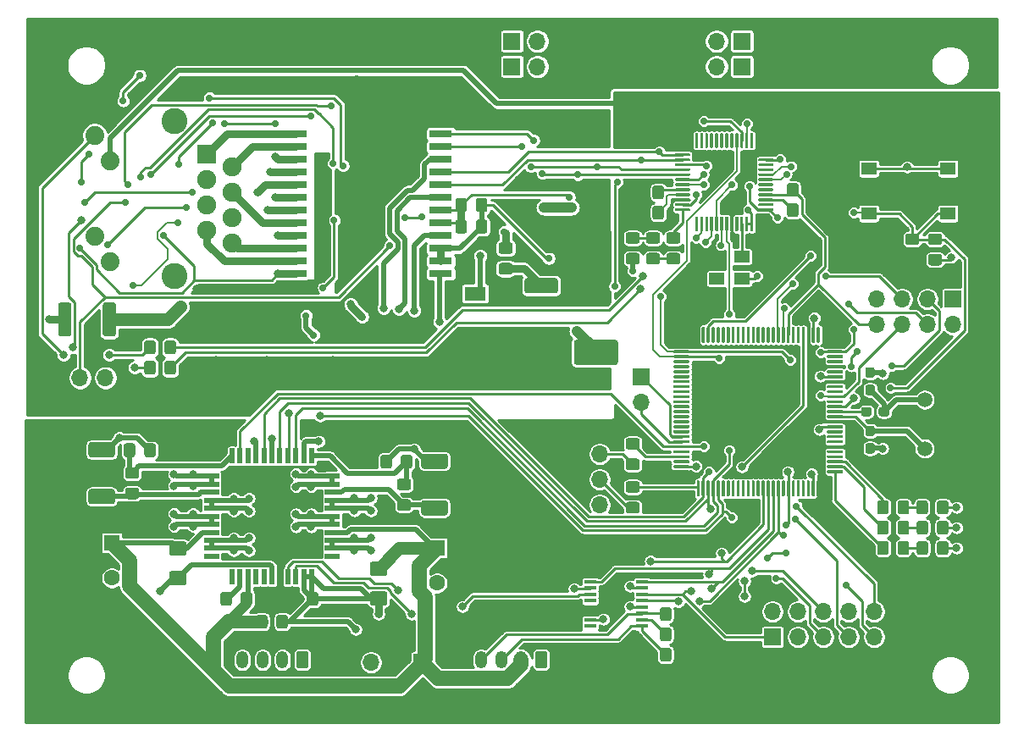
<source format=gbr>
%TF.GenerationSoftware,KiCad,Pcbnew,(5.1.12)-1*%
%TF.CreationDate,2022-03-07T22:11:42-06:00*%
%TF.ProjectId,PoE_Stepper_Driver,506f455f-5374-4657-9070-65725f447269,rev?*%
%TF.SameCoordinates,Original*%
%TF.FileFunction,Copper,L1,Top*%
%TF.FilePolarity,Positive*%
%FSLAX46Y46*%
G04 Gerber Fmt 4.6, Leading zero omitted, Abs format (unit mm)*
G04 Created by KiCad (PCBNEW (5.1.12)-1) date 2022-03-07 22:11:42*
%MOMM*%
%LPD*%
G01*
G04 APERTURE LIST*
%TA.AperFunction,SMDPad,CuDef*%
%ADD10R,1.500000X0.520000*%
%TD*%
%TA.AperFunction,SMDPad,CuDef*%
%ADD11R,0.520000X1.500000*%
%TD*%
%TA.AperFunction,ComponentPad*%
%ADD12R,1.900000X1.900000*%
%TD*%
%TA.AperFunction,ComponentPad*%
%ADD13C,1.900000*%
%TD*%
%TA.AperFunction,ComponentPad*%
%ADD14C,1.890000*%
%TD*%
%TA.AperFunction,ComponentPad*%
%ADD15C,2.600000*%
%TD*%
%TA.AperFunction,SMDPad,CuDef*%
%ADD16R,2.100000X1.400000*%
%TD*%
%TA.AperFunction,ComponentPad*%
%ADD17O,1.200000X1.750000*%
%TD*%
%TA.AperFunction,SMDPad,CuDef*%
%ADD18R,2.290000X0.760000*%
%TD*%
%TA.AperFunction,SMDPad,CuDef*%
%ADD19R,1.200000X0.400000*%
%TD*%
%TA.AperFunction,SMDPad,CuDef*%
%ADD20R,1.500000X1.200000*%
%TD*%
%TA.AperFunction,ComponentPad*%
%ADD21C,1.500000*%
%TD*%
%TA.AperFunction,ComponentPad*%
%ADD22C,1.600000*%
%TD*%
%TA.AperFunction,ComponentPad*%
%ADD23R,1.600000X1.600000*%
%TD*%
%TA.AperFunction,ComponentPad*%
%ADD24R,1.700000X1.700000*%
%TD*%
%TA.AperFunction,ComponentPad*%
%ADD25O,1.700000X1.700000*%
%TD*%
%TA.AperFunction,SMDPad,CuDef*%
%ADD26R,1.550000X1.300000*%
%TD*%
%TA.AperFunction,ViaPad*%
%ADD27C,0.700000*%
%TD*%
%TA.AperFunction,ViaPad*%
%ADD28C,0.800000*%
%TD*%
%TA.AperFunction,Conductor*%
%ADD29C,0.508000*%
%TD*%
%TA.AperFunction,Conductor*%
%ADD30C,0.762000*%
%TD*%
%TA.AperFunction,Conductor*%
%ADD31C,1.016000*%
%TD*%
%TA.AperFunction,Conductor*%
%ADD32C,1.270000*%
%TD*%
%TA.AperFunction,Conductor*%
%ADD33C,0.254000*%
%TD*%
%TA.AperFunction,Conductor*%
%ADD34C,0.203200*%
%TD*%
%TA.AperFunction,Conductor*%
%ADD35C,0.250000*%
%TD*%
%TA.AperFunction,Conductor*%
%ADD36C,1.524000*%
%TD*%
%TA.AperFunction,Conductor*%
%ADD37C,0.100000*%
%TD*%
G04 APERTURE END LIST*
%TO.P,C2,1*%
%TO.N,GND*%
%TA.AperFunction,SMDPad,CuDef*%
G36*
G01*
X120218000Y-118040999D02*
X120218000Y-118941001D01*
G75*
G02*
X119968001Y-119191000I-249999J0D01*
G01*
X119317999Y-119191000D01*
G75*
G02*
X119068000Y-118941001I0J249999D01*
G01*
X119068000Y-118040999D01*
G75*
G02*
X119317999Y-117791000I249999J0D01*
G01*
X119968001Y-117791000D01*
G75*
G02*
X120218000Y-118040999I0J-249999D01*
G01*
G37*
%TD.AperFunction*%
%TO.P,C2,2*%
%TO.N,+12V*%
%TA.AperFunction,SMDPad,CuDef*%
G36*
G01*
X118168000Y-118040999D02*
X118168000Y-118941001D01*
G75*
G02*
X117918001Y-119191000I-249999J0D01*
G01*
X117267999Y-119191000D01*
G75*
G02*
X117018000Y-118941001I0J249999D01*
G01*
X117018000Y-118040999D01*
G75*
G02*
X117267999Y-117791000I249999J0D01*
G01*
X117918001Y-117791000D01*
G75*
G02*
X118168000Y-118040999I0J-249999D01*
G01*
G37*
%TD.AperFunction*%
%TD*%
D10*
%TO.P,U16,1*%
%TO.N,Net-(U16-Pad1)*%
X124668000Y-111950000D03*
%TO.P,U16,2*%
%TO.N,Net-(J2-Pad1)*%
X124668000Y-111150000D03*
%TO.P,U16,3*%
X124668000Y-110350000D03*
%TO.P,U16,4*%
%TO.N,+12V*%
X124668000Y-109550000D03*
%TO.P,U16,5*%
%TO.N,Net-(J2-Pad2)*%
X124668000Y-108750000D03*
%TO.P,U16,6*%
X124668000Y-107950000D03*
%TO.P,U16,7*%
%TO.N,Net-(J2-Pad1)*%
X124668000Y-107150000D03*
%TO.P,U16,8*%
X124668000Y-106350000D03*
%TO.P,U16,9*%
%TO.N,Net-(R26-Pad1)*%
X124668000Y-105550000D03*
%TO.P,U16,10*%
%TO.N,Net-(J2-Pad2)*%
X124668000Y-104750000D03*
%TO.P,U16,11*%
X124668000Y-103950000D03*
D11*
%TO.P,U16,12*%
%TO.N,Net-(C15-Pad1)*%
X122618000Y-101900000D03*
%TO.P,U16,13*%
%TO.N,Net-(C23-Pad2)*%
X121818000Y-101900000D03*
%TO.P,U16,14*%
%TO.N,SPI2_MISO*%
X121018000Y-101900000D03*
%TO.P,U16,15*%
%TO.N,SPI2_MOSI*%
X120218000Y-101900000D03*
%TO.P,U16,16*%
%TO.N,SPI2_SCK*%
X119418000Y-101900000D03*
%TO.P,U16,17*%
%TO.N,GND*%
X118618000Y-101900000D03*
%TO.P,U16,18*%
%TO.N,SPI2_CS*%
X117818000Y-101900000D03*
%TO.P,U16,19*%
%TO.N,GND*%
X117018000Y-101900000D03*
%TO.P,U16,20*%
%TO.N,Net-(U16-Pad20)*%
X116218000Y-101900000D03*
%TO.P,U16,21*%
%TO.N,CLK_2660*%
X115418000Y-101900000D03*
%TO.P,U16,22*%
%TO.N,Net-(C16-Pad1)*%
X114618000Y-101900000D03*
D10*
%TO.P,U16,23*%
%TO.N,Net-(J2-Pad4)*%
X112568000Y-103950000D03*
%TO.P,U16,24*%
X112568000Y-104750000D03*
%TO.P,U16,25*%
%TO.N,Net-(R28-Pad1)*%
X112568000Y-105550000D03*
%TO.P,U16,26*%
%TO.N,Net-(J2-Pad3)*%
X112568000Y-106350000D03*
%TO.P,U16,27*%
X112568000Y-107150000D03*
%TO.P,U16,28*%
%TO.N,Net-(J2-Pad4)*%
X112568000Y-107950000D03*
%TO.P,U16,29*%
X112568000Y-108750000D03*
%TO.P,U16,30*%
%TO.N,+12V*%
X112568000Y-109550000D03*
%TO.P,U16,31*%
%TO.N,Net-(J2-Pad3)*%
X112568000Y-110350000D03*
%TO.P,U16,32*%
X112568000Y-111150000D03*
%TO.P,U16,33*%
%TO.N,Net-(U16-Pad33)*%
X112568000Y-111950000D03*
D11*
%TO.P,U16,34*%
%TO.N,Net-(U16-Pad34)*%
X114618000Y-114000000D03*
%TO.P,U16,35*%
%TO.N,Net-(C18-Pad2)*%
X115418000Y-114000000D03*
%TO.P,U16,36*%
%TO.N,+12V*%
X116218000Y-114000000D03*
%TO.P,U16,37*%
%TO.N,Net-(U16-Pad37)*%
X117018000Y-114000000D03*
%TO.P,U16,38*%
%TO.N,Net-(U16-Pad38)*%
X117818000Y-114000000D03*
%TO.P,U16,39*%
%TO.N,GND*%
X118618000Y-114000000D03*
%TO.P,U16,40*%
%TO.N,+3V3*%
X119418000Y-114000000D03*
%TO.P,U16,41*%
%TO.N,/Motor_Control/DIR*%
X120218000Y-114000000D03*
%TO.P,U16,42*%
%TO.N,/Motor_Control/STEP*%
X121018000Y-114000000D03*
%TO.P,U16,43*%
%TO.N,GND*%
X121818000Y-114000000D03*
%TO.P,U16,44*%
X122618000Y-114000000D03*
%TD*%
D12*
%TO.P,J1,1*%
%TO.N,Net-(J1-Pad1)*%
X112141000Y-71755000D03*
D13*
%TO.P,J1,2*%
%TO.N,Net-(J1-Pad2)*%
X114681000Y-73025000D03*
%TO.P,J1,3*%
%TO.N,Net-(J1-Pad3)*%
X112141000Y-74295000D03*
%TO.P,J1,4*%
%TO.N,Net-(J1-Pad4)*%
X114681000Y-75565000D03*
%TO.P,J1,5*%
%TO.N,Net-(J1-Pad5)*%
X112141000Y-76835000D03*
%TO.P,J1,6*%
%TO.N,Net-(J1-Pad6)*%
X114681000Y-78105000D03*
%TO.P,J1,7*%
%TO.N,Net-(J1-Pad7)*%
X112141000Y-79375000D03*
%TO.P,J1,8*%
%TO.N,Net-(J1-Pad8)*%
X114681000Y-80645000D03*
D14*
%TO.P,J1,12*%
%TO.N,+3V3*%
X102421000Y-82525000D03*
%TO.P,J1,11*%
%TO.N,Net-(J1-Pad11)*%
X100901000Y-79985000D03*
%TO.P,J1,10*%
%TO.N,+3V3*%
X102421000Y-72415000D03*
%TO.P,J1,9*%
%TO.N,Net-(J1-Pad9)*%
X100901000Y-69875000D03*
D15*
%TO.P,J1,*%
%TO.N,*%
X108851000Y-68425000D03*
%TO.P,J1,13*%
%TO.N,GNDPWR*%
X108851000Y-83975000D03*
%TD*%
%TO.P,C17,1*%
%TO.N,+3V3*%
%TA.AperFunction,SMDPad,CuDef*%
G36*
G01*
X120066000Y-116655001D02*
X120066000Y-115754999D01*
G75*
G02*
X120315999Y-115505000I249999J0D01*
G01*
X120966001Y-115505000D01*
G75*
G02*
X121216000Y-115754999I0J-249999D01*
G01*
X121216000Y-116655001D01*
G75*
G02*
X120966001Y-116905000I-249999J0D01*
G01*
X120315999Y-116905000D01*
G75*
G02*
X120066000Y-116655001I0J249999D01*
G01*
G37*
%TD.AperFunction*%
%TO.P,C17,2*%
%TO.N,GND*%
%TA.AperFunction,SMDPad,CuDef*%
G36*
G01*
X122116000Y-116655001D02*
X122116000Y-115754999D01*
G75*
G02*
X122365999Y-115505000I249999J0D01*
G01*
X123016001Y-115505000D01*
G75*
G02*
X123266000Y-115754999I0J-249999D01*
G01*
X123266000Y-116655001D01*
G75*
G02*
X123016001Y-116905000I-249999J0D01*
G01*
X122365999Y-116905000D01*
G75*
G02*
X122116000Y-116655001I0J249999D01*
G01*
G37*
%TD.AperFunction*%
%TD*%
%TO.P,CG1,2*%
%TO.N,GNDPWR*%
%TA.AperFunction,SMDPad,CuDef*%
G36*
G01*
X101717000Y-89715000D02*
X101717000Y-86815000D01*
G75*
G02*
X101967000Y-86565000I250000J0D01*
G01*
X102767000Y-86565000D01*
G75*
G02*
X103017000Y-86815000I0J-250000D01*
G01*
X103017000Y-89715000D01*
G75*
G02*
X102767000Y-89965000I-250000J0D01*
G01*
X101967000Y-89965000D01*
G75*
G02*
X101717000Y-89715000I0J250000D01*
G01*
G37*
%TD.AperFunction*%
%TO.P,CG1,1*%
%TO.N,Net-(CG1-Pad1)*%
%TA.AperFunction,SMDPad,CuDef*%
G36*
G01*
X97267000Y-89715000D02*
X97267000Y-86815000D01*
G75*
G02*
X97517000Y-86565000I250000J0D01*
G01*
X98317000Y-86565000D01*
G75*
G02*
X98567000Y-86815000I0J-250000D01*
G01*
X98567000Y-89715000D01*
G75*
G02*
X98317000Y-89965000I-250000J0D01*
G01*
X97517000Y-89965000D01*
G75*
G02*
X97267000Y-89715000I0J250000D01*
G01*
G37*
%TD.AperFunction*%
%TD*%
D16*
%TO.P,D1,1*%
%TO.N,VOUT+*%
X138938000Y-90084000D03*
%TO.P,D1,2*%
%TO.N,Net-(D1-Pad2)*%
X138938000Y-85684000D03*
%TD*%
%TO.P,D3,1*%
%TO.N,VOUT-*%
%TA.AperFunction,SMDPad,CuDef*%
G36*
G01*
X141535999Y-80569000D02*
X142436001Y-80569000D01*
G75*
G02*
X142686000Y-80818999I0J-249999D01*
G01*
X142686000Y-81469001D01*
G75*
G02*
X142436001Y-81719000I-249999J0D01*
G01*
X141535999Y-81719000D01*
G75*
G02*
X141286000Y-81469001I0J249999D01*
G01*
X141286000Y-80818999D01*
G75*
G02*
X141535999Y-80569000I249999J0D01*
G01*
G37*
%TD.AperFunction*%
%TO.P,D3,2*%
%TO.N,Net-(D3-Pad2)*%
%TA.AperFunction,SMDPad,CuDef*%
G36*
G01*
X141535999Y-82619000D02*
X142436001Y-82619000D01*
G75*
G02*
X142686000Y-82868999I0J-249999D01*
G01*
X142686000Y-83519001D01*
G75*
G02*
X142436001Y-83769000I-249999J0D01*
G01*
X141535999Y-83769000D01*
G75*
G02*
X141286000Y-83519001I0J249999D01*
G01*
X141286000Y-82868999D01*
G75*
G02*
X141535999Y-82619000I249999J0D01*
G01*
G37*
%TD.AperFunction*%
%TD*%
%TO.P,D4,2*%
%TO.N,Net-(D4-Pad2)*%
%TA.AperFunction,SMDPad,CuDef*%
G36*
G01*
X184208000Y-110674998D02*
X184208000Y-111575000D01*
G75*
G02*
X183958001Y-111824999I-249999J0D01*
G01*
X183307999Y-111824999D01*
G75*
G02*
X183058000Y-111575000I0J249999D01*
G01*
X183058000Y-110674998D01*
G75*
G02*
X183307999Y-110424999I249999J0D01*
G01*
X183958001Y-110424999D01*
G75*
G02*
X184208000Y-110674998I0J-249999D01*
G01*
G37*
%TD.AperFunction*%
%TO.P,D4,1*%
%TO.N,GND*%
%TA.AperFunction,SMDPad,CuDef*%
G36*
G01*
X186258000Y-110674998D02*
X186258000Y-111575000D01*
G75*
G02*
X186008001Y-111824999I-249999J0D01*
G01*
X185357999Y-111824999D01*
G75*
G02*
X185108000Y-111575000I0J249999D01*
G01*
X185108000Y-110674998D01*
G75*
G02*
X185357999Y-110424999I249999J0D01*
G01*
X186008001Y-110424999D01*
G75*
G02*
X186258000Y-110674998I0J-249999D01*
G01*
G37*
%TD.AperFunction*%
%TD*%
%TO.P,D5,1*%
%TO.N,GND*%
%TA.AperFunction,SMDPad,CuDef*%
G36*
G01*
X186258000Y-108642998D02*
X186258000Y-109543000D01*
G75*
G02*
X186008001Y-109792999I-249999J0D01*
G01*
X185357999Y-109792999D01*
G75*
G02*
X185108000Y-109543000I0J249999D01*
G01*
X185108000Y-108642998D01*
G75*
G02*
X185357999Y-108392999I249999J0D01*
G01*
X186008001Y-108392999D01*
G75*
G02*
X186258000Y-108642998I0J-249999D01*
G01*
G37*
%TD.AperFunction*%
%TO.P,D5,2*%
%TO.N,Net-(D5-Pad2)*%
%TA.AperFunction,SMDPad,CuDef*%
G36*
G01*
X184208000Y-108642998D02*
X184208000Y-109543000D01*
G75*
G02*
X183958001Y-109792999I-249999J0D01*
G01*
X183307999Y-109792999D01*
G75*
G02*
X183058000Y-109543000I0J249999D01*
G01*
X183058000Y-108642998D01*
G75*
G02*
X183307999Y-108392999I249999J0D01*
G01*
X183958001Y-108392999D01*
G75*
G02*
X184208000Y-108642998I0J-249999D01*
G01*
G37*
%TD.AperFunction*%
%TD*%
%TO.P,J2,1*%
%TO.N,Net-(J2-Pad1)*%
%TA.AperFunction,ComponentPad*%
G36*
G01*
X122266000Y-121675999D02*
X122266000Y-122926001D01*
G75*
G02*
X122016001Y-123176000I-249999J0D01*
G01*
X121315999Y-123176000D01*
G75*
G02*
X121066000Y-122926001I0J249999D01*
G01*
X121066000Y-121675999D01*
G75*
G02*
X121315999Y-121426000I249999J0D01*
G01*
X122016001Y-121426000D01*
G75*
G02*
X122266000Y-121675999I0J-249999D01*
G01*
G37*
%TD.AperFunction*%
D17*
%TO.P,J2,2*%
%TO.N,Net-(J2-Pad2)*%
X119666000Y-122301000D03*
%TO.P,J2,3*%
%TO.N,Net-(J2-Pad3)*%
X117666000Y-122301000D03*
%TO.P,J2,4*%
%TO.N,Net-(J2-Pad4)*%
X115666000Y-122301000D03*
%TD*%
%TO.P,R7,2*%
%TO.N,/Ethernet/LED_LINK*%
%TA.AperFunction,SMDPad,CuDef*%
G36*
G01*
X107892000Y-93541001D02*
X107892000Y-92640999D01*
G75*
G02*
X108141999Y-92391000I249999J0D01*
G01*
X108792001Y-92391000D01*
G75*
G02*
X109042000Y-92640999I0J-249999D01*
G01*
X109042000Y-93541001D01*
G75*
G02*
X108792001Y-93791000I-249999J0D01*
G01*
X108141999Y-93791000D01*
G75*
G02*
X107892000Y-93541001I0J249999D01*
G01*
G37*
%TD.AperFunction*%
%TO.P,R7,1*%
%TO.N,Net-(J1-Pad11)*%
%TA.AperFunction,SMDPad,CuDef*%
G36*
G01*
X105842000Y-93541001D02*
X105842000Y-92640999D01*
G75*
G02*
X106091999Y-92391000I249999J0D01*
G01*
X106742001Y-92391000D01*
G75*
G02*
X106992000Y-92640999I0J-249999D01*
G01*
X106992000Y-93541001D01*
G75*
G02*
X106742001Y-93791000I-249999J0D01*
G01*
X106091999Y-93791000D01*
G75*
G02*
X105842000Y-93541001I0J249999D01*
G01*
G37*
%TD.AperFunction*%
%TD*%
%TO.P,R8,1*%
%TO.N,Net-(J1-Pad9)*%
%TA.AperFunction,SMDPad,CuDef*%
G36*
G01*
X105842000Y-91509001D02*
X105842000Y-90608999D01*
G75*
G02*
X106091999Y-90359000I249999J0D01*
G01*
X106742001Y-90359000D01*
G75*
G02*
X106992000Y-90608999I0J-249999D01*
G01*
X106992000Y-91509001D01*
G75*
G02*
X106742001Y-91759000I-249999J0D01*
G01*
X106091999Y-91759000D01*
G75*
G02*
X105842000Y-91509001I0J249999D01*
G01*
G37*
%TD.AperFunction*%
%TO.P,R8,2*%
%TO.N,/Ethernet/LED_ACT*%
%TA.AperFunction,SMDPad,CuDef*%
G36*
G01*
X107892000Y-91509001D02*
X107892000Y-90608999D01*
G75*
G02*
X108141999Y-90359000I249999J0D01*
G01*
X108792001Y-90359000D01*
G75*
G02*
X109042000Y-90608999I0J-249999D01*
G01*
X109042000Y-91509001D01*
G75*
G02*
X108792001Y-91759000I-249999J0D01*
G01*
X108141999Y-91759000D01*
G75*
G02*
X107892000Y-91509001I0J249999D01*
G01*
G37*
%TD.AperFunction*%
%TD*%
%TO.P,RMPS1,1*%
%TO.N,VOUT+*%
%TA.AperFunction,SMDPad,CuDef*%
G36*
G01*
X144116999Y-78165000D02*
X146967001Y-78165000D01*
G75*
G02*
X147217000Y-78414999I0J-249999D01*
G01*
X147217000Y-79440001D01*
G75*
G02*
X146967001Y-79690000I-249999J0D01*
G01*
X144116999Y-79690000D01*
G75*
G02*
X143867000Y-79440001I0J249999D01*
G01*
X143867000Y-78414999D01*
G75*
G02*
X144116999Y-78165000I249999J0D01*
G01*
G37*
%TD.AperFunction*%
%TO.P,RMPS1,2*%
%TO.N,Net-(D3-Pad2)*%
%TA.AperFunction,SMDPad,CuDef*%
G36*
G01*
X144116999Y-84140000D02*
X146967001Y-84140000D01*
G75*
G02*
X147217000Y-84389999I0J-249999D01*
G01*
X147217000Y-85415001D01*
G75*
G02*
X146967001Y-85665000I-249999J0D01*
G01*
X144116999Y-85665000D01*
G75*
G02*
X143867000Y-85415001I0J249999D01*
G01*
X143867000Y-84389999D01*
G75*
G02*
X144116999Y-84140000I249999J0D01*
G01*
G37*
%TD.AperFunction*%
%TD*%
D18*
%TO.P,TR1,24*%
%TO.N,/Ethernet/POE_CT78*%
X121029000Y-83693000D03*
%TO.P,TR1,23*%
%TO.N,Net-(J1-Pad7)*%
X121029000Y-82423000D03*
%TO.P,TR1,22*%
%TO.N,Net-(J1-Pad8)*%
X121029000Y-81153000D03*
%TO.P,TR1,21*%
%TO.N,/Ethernet/POE_CT45*%
X121029000Y-79883000D03*
%TO.P,TR1,20*%
%TO.N,Net-(J1-Pad4)*%
X121029000Y-78613000D03*
%TO.P,TR1,19*%
%TO.N,Net-(J1-Pad5)*%
X121029000Y-77343000D03*
%TO.P,TR1,18*%
%TO.N,/Ethernet/POE_CT36*%
X121029000Y-76073000D03*
%TO.P,TR1,17*%
%TO.N,Net-(J1-Pad6)*%
X121029000Y-74803000D03*
%TO.P,TR1,16*%
%TO.N,Net-(J1-Pad3)*%
X121029000Y-73533000D03*
%TO.P,TR1,15*%
%TO.N,/Ethernet/POE_CT12*%
X121029000Y-72263000D03*
%TO.P,TR1,14*%
%TO.N,Net-(J1-Pad2)*%
X121029000Y-70993000D03*
%TO.P,TR1,13*%
%TO.N,Net-(J1-Pad1)*%
X121029000Y-69723000D03*
%TO.P,TR1,12*%
%TO.N,/Ethernet/TX+*%
X135509000Y-69723000D03*
%TO.P,TR1,11*%
%TO.N,/Ethernet/TX-*%
X135509000Y-70993000D03*
%TO.P,TR1,10*%
%TO.N,Net-(RT8-Pad1)*%
X135509000Y-72263000D03*
%TO.P,TR1,9*%
%TO.N,/Ethernet/RX+*%
X135509000Y-73533000D03*
%TO.P,TR1,8*%
%TO.N,/Ethernet/RX-*%
X135509000Y-74803000D03*
%TO.P,TR1,7*%
%TO.N,Net-(RT7-Pad1)*%
X135509000Y-76073000D03*
%TO.P,TR1,6*%
%TO.N,+3V3*%
X135509000Y-77343000D03*
%TO.P,TR1,5*%
X135509000Y-78613000D03*
%TO.P,TR1,4*%
%TO.N,Net-(RT6-Pad1)*%
X135509000Y-79883000D03*
%TO.P,TR1,3*%
%TO.N,GND*%
X135509000Y-81153000D03*
%TO.P,TR1,2*%
X135509000Y-82423000D03*
%TO.P,TR1,1*%
%TO.N,Net-(RT5-Pad1)*%
X135509000Y-83693000D03*
%TD*%
%TO.P,U3,1*%
%TO.N,Net-(R1-Pad2)*%
%TA.AperFunction,SMDPad,CuDef*%
G36*
G01*
X175711115Y-103416967D02*
X175711115Y-103566967D01*
G75*
G02*
X175636115Y-103641967I-75000J0D01*
G01*
X174186115Y-103641967D01*
G75*
G02*
X174111115Y-103566967I0J75000D01*
G01*
X174111115Y-103416967D01*
G75*
G02*
X174186115Y-103341967I75000J0D01*
G01*
X175636115Y-103341967D01*
G75*
G02*
X175711115Y-103416967I0J-75000D01*
G01*
G37*
%TD.AperFunction*%
%TO.P,U3,2*%
%TO.N,Net-(R2-Pad2)*%
%TA.AperFunction,SMDPad,CuDef*%
G36*
G01*
X175711115Y-102916967D02*
X175711115Y-103066967D01*
G75*
G02*
X175636115Y-103141967I-75000J0D01*
G01*
X174186115Y-103141967D01*
G75*
G02*
X174111115Y-103066967I0J75000D01*
G01*
X174111115Y-102916967D01*
G75*
G02*
X174186115Y-102841967I75000J0D01*
G01*
X175636115Y-102841967D01*
G75*
G02*
X175711115Y-102916967I0J-75000D01*
G01*
G37*
%TD.AperFunction*%
%TO.P,U3,3*%
%TO.N,Net-(R38-Pad2)*%
%TA.AperFunction,SMDPad,CuDef*%
G36*
G01*
X175711115Y-102416967D02*
X175711115Y-102566967D01*
G75*
G02*
X175636115Y-102641967I-75000J0D01*
G01*
X174186115Y-102641967D01*
G75*
G02*
X174111115Y-102566967I0J75000D01*
G01*
X174111115Y-102416967D01*
G75*
G02*
X174186115Y-102341967I75000J0D01*
G01*
X175636115Y-102341967D01*
G75*
G02*
X175711115Y-102416967I0J-75000D01*
G01*
G37*
%TD.AperFunction*%
%TO.P,U3,4*%
%TO.N,Net-(U3-Pad4)*%
%TA.AperFunction,SMDPad,CuDef*%
G36*
G01*
X175711115Y-101916967D02*
X175711115Y-102066967D01*
G75*
G02*
X175636115Y-102141967I-75000J0D01*
G01*
X174186115Y-102141967D01*
G75*
G02*
X174111115Y-102066967I0J75000D01*
G01*
X174111115Y-101916967D01*
G75*
G02*
X174186115Y-101841967I75000J0D01*
G01*
X175636115Y-101841967D01*
G75*
G02*
X175711115Y-101916967I0J-75000D01*
G01*
G37*
%TD.AperFunction*%
%TO.P,U3,5*%
%TO.N,Net-(U3-Pad5)*%
%TA.AperFunction,SMDPad,CuDef*%
G36*
G01*
X175711115Y-101416967D02*
X175711115Y-101566967D01*
G75*
G02*
X175636115Y-101641967I-75000J0D01*
G01*
X174186115Y-101641967D01*
G75*
G02*
X174111115Y-101566967I0J75000D01*
G01*
X174111115Y-101416967D01*
G75*
G02*
X174186115Y-101341967I75000J0D01*
G01*
X175636115Y-101341967D01*
G75*
G02*
X175711115Y-101416967I0J-75000D01*
G01*
G37*
%TD.AperFunction*%
%TO.P,U3,6*%
%TO.N,+3V3*%
%TA.AperFunction,SMDPad,CuDef*%
G36*
G01*
X175711115Y-100916967D02*
X175711115Y-101066967D01*
G75*
G02*
X175636115Y-101141967I-75000J0D01*
G01*
X174186115Y-101141967D01*
G75*
G02*
X174111115Y-101066967I0J75000D01*
G01*
X174111115Y-100916967D01*
G75*
G02*
X174186115Y-100841967I75000J0D01*
G01*
X175636115Y-100841967D01*
G75*
G02*
X175711115Y-100916967I0J-75000D01*
G01*
G37*
%TD.AperFunction*%
%TO.P,U3,7*%
%TO.N,Net-(U3-Pad7)*%
%TA.AperFunction,SMDPad,CuDef*%
G36*
G01*
X175711115Y-100416967D02*
X175711115Y-100566967D01*
G75*
G02*
X175636115Y-100641967I-75000J0D01*
G01*
X174186115Y-100641967D01*
G75*
G02*
X174111115Y-100566967I0J75000D01*
G01*
X174111115Y-100416967D01*
G75*
G02*
X174186115Y-100341967I75000J0D01*
G01*
X175636115Y-100341967D01*
G75*
G02*
X175711115Y-100416967I0J-75000D01*
G01*
G37*
%TD.AperFunction*%
%TO.P,U3,8*%
%TO.N,Net-(U3-Pad8)*%
%TA.AperFunction,SMDPad,CuDef*%
G36*
G01*
X175711115Y-99916967D02*
X175711115Y-100066967D01*
G75*
G02*
X175636115Y-100141967I-75000J0D01*
G01*
X174186115Y-100141967D01*
G75*
G02*
X174111115Y-100066967I0J75000D01*
G01*
X174111115Y-99916967D01*
G75*
G02*
X174186115Y-99841967I75000J0D01*
G01*
X175636115Y-99841967D01*
G75*
G02*
X175711115Y-99916967I0J-75000D01*
G01*
G37*
%TD.AperFunction*%
%TO.P,U3,9*%
%TO.N,Net-(U3-Pad9)*%
%TA.AperFunction,SMDPad,CuDef*%
G36*
G01*
X175711115Y-99416967D02*
X175711115Y-99566967D01*
G75*
G02*
X175636115Y-99641967I-75000J0D01*
G01*
X174186115Y-99641967D01*
G75*
G02*
X174111115Y-99566967I0J75000D01*
G01*
X174111115Y-99416967D01*
G75*
G02*
X174186115Y-99341967I75000J0D01*
G01*
X175636115Y-99341967D01*
G75*
G02*
X175711115Y-99416967I0J-75000D01*
G01*
G37*
%TD.AperFunction*%
%TO.P,U3,10*%
%TO.N,GND*%
%TA.AperFunction,SMDPad,CuDef*%
G36*
G01*
X175711115Y-98916967D02*
X175711115Y-99066967D01*
G75*
G02*
X175636115Y-99141967I-75000J0D01*
G01*
X174186115Y-99141967D01*
G75*
G02*
X174111115Y-99066967I0J75000D01*
G01*
X174111115Y-98916967D01*
G75*
G02*
X174186115Y-98841967I75000J0D01*
G01*
X175636115Y-98841967D01*
G75*
G02*
X175711115Y-98916967I0J-75000D01*
G01*
G37*
%TD.AperFunction*%
%TO.P,U3,11*%
%TO.N,+3V3*%
%TA.AperFunction,SMDPad,CuDef*%
G36*
G01*
X175711115Y-98416967D02*
X175711115Y-98566967D01*
G75*
G02*
X175636115Y-98641967I-75000J0D01*
G01*
X174186115Y-98641967D01*
G75*
G02*
X174111115Y-98566967I0J75000D01*
G01*
X174111115Y-98416967D01*
G75*
G02*
X174186115Y-98341967I75000J0D01*
G01*
X175636115Y-98341967D01*
G75*
G02*
X175711115Y-98416967I0J-75000D01*
G01*
G37*
%TD.AperFunction*%
%TO.P,U3,12*%
%TO.N,Net-(C12-Pad1)*%
%TA.AperFunction,SMDPad,CuDef*%
G36*
G01*
X175711115Y-97916967D02*
X175711115Y-98066967D01*
G75*
G02*
X175636115Y-98141967I-75000J0D01*
G01*
X174186115Y-98141967D01*
G75*
G02*
X174111115Y-98066967I0J75000D01*
G01*
X174111115Y-97916967D01*
G75*
G02*
X174186115Y-97841967I75000J0D01*
G01*
X175636115Y-97841967D01*
G75*
G02*
X175711115Y-97916967I0J-75000D01*
G01*
G37*
%TD.AperFunction*%
%TO.P,U3,13*%
%TO.N,Net-(R3-Pad1)*%
%TA.AperFunction,SMDPad,CuDef*%
G36*
G01*
X175711115Y-97416967D02*
X175711115Y-97566967D01*
G75*
G02*
X175636115Y-97641967I-75000J0D01*
G01*
X174186115Y-97641967D01*
G75*
G02*
X174111115Y-97566967I0J75000D01*
G01*
X174111115Y-97416967D01*
G75*
G02*
X174186115Y-97341967I75000J0D01*
G01*
X175636115Y-97341967D01*
G75*
G02*
X175711115Y-97416967I0J-75000D01*
G01*
G37*
%TD.AperFunction*%
%TO.P,U3,14*%
%TO.N,NRST*%
%TA.AperFunction,SMDPad,CuDef*%
G36*
G01*
X175711115Y-96916967D02*
X175711115Y-97066967D01*
G75*
G02*
X175636115Y-97141967I-75000J0D01*
G01*
X174186115Y-97141967D01*
G75*
G02*
X174111115Y-97066967I0J75000D01*
G01*
X174111115Y-96916967D01*
G75*
G02*
X174186115Y-96841967I75000J0D01*
G01*
X175636115Y-96841967D01*
G75*
G02*
X175711115Y-96916967I0J-75000D01*
G01*
G37*
%TD.AperFunction*%
%TO.P,U3,15*%
%TO.N,Net-(U3-Pad15)*%
%TA.AperFunction,SMDPad,CuDef*%
G36*
G01*
X175711115Y-96416967D02*
X175711115Y-96566967D01*
G75*
G02*
X175636115Y-96641967I-75000J0D01*
G01*
X174186115Y-96641967D01*
G75*
G02*
X174111115Y-96566967I0J75000D01*
G01*
X174111115Y-96416967D01*
G75*
G02*
X174186115Y-96341967I75000J0D01*
G01*
X175636115Y-96341967D01*
G75*
G02*
X175711115Y-96416967I0J-75000D01*
G01*
G37*
%TD.AperFunction*%
%TO.P,U3,16*%
%TO.N,MDC*%
%TA.AperFunction,SMDPad,CuDef*%
G36*
G01*
X175711115Y-95916967D02*
X175711115Y-96066967D01*
G75*
G02*
X175636115Y-96141967I-75000J0D01*
G01*
X174186115Y-96141967D01*
G75*
G02*
X174111115Y-96066967I0J75000D01*
G01*
X174111115Y-95916967D01*
G75*
G02*
X174186115Y-95841967I75000J0D01*
G01*
X175636115Y-95841967D01*
G75*
G02*
X175711115Y-95916967I0J-75000D01*
G01*
G37*
%TD.AperFunction*%
%TO.P,U3,17*%
%TO.N,Net-(U3-Pad17)*%
%TA.AperFunction,SMDPad,CuDef*%
G36*
G01*
X175711115Y-95416967D02*
X175711115Y-95566967D01*
G75*
G02*
X175636115Y-95641967I-75000J0D01*
G01*
X174186115Y-95641967D01*
G75*
G02*
X174111115Y-95566967I0J75000D01*
G01*
X174111115Y-95416967D01*
G75*
G02*
X174186115Y-95341967I75000J0D01*
G01*
X175636115Y-95341967D01*
G75*
G02*
X175711115Y-95416967I0J-75000D01*
G01*
G37*
%TD.AperFunction*%
%TO.P,U3,18*%
%TO.N,Net-(U3-Pad18)*%
%TA.AperFunction,SMDPad,CuDef*%
G36*
G01*
X175711115Y-94916967D02*
X175711115Y-95066967D01*
G75*
G02*
X175636115Y-95141967I-75000J0D01*
G01*
X174186115Y-95141967D01*
G75*
G02*
X174111115Y-95066967I0J75000D01*
G01*
X174111115Y-94916967D01*
G75*
G02*
X174186115Y-94841967I75000J0D01*
G01*
X175636115Y-94841967D01*
G75*
G02*
X175711115Y-94916967I0J-75000D01*
G01*
G37*
%TD.AperFunction*%
%TO.P,U3,19*%
%TO.N,+3V3*%
%TA.AperFunction,SMDPad,CuDef*%
G36*
G01*
X175711115Y-94416967D02*
X175711115Y-94566967D01*
G75*
G02*
X175636115Y-94641967I-75000J0D01*
G01*
X174186115Y-94641967D01*
G75*
G02*
X174111115Y-94566967I0J75000D01*
G01*
X174111115Y-94416967D01*
G75*
G02*
X174186115Y-94341967I75000J0D01*
G01*
X175636115Y-94341967D01*
G75*
G02*
X175711115Y-94416967I0J-75000D01*
G01*
G37*
%TD.AperFunction*%
%TO.P,U3,20*%
%TO.N,GND*%
%TA.AperFunction,SMDPad,CuDef*%
G36*
G01*
X175711115Y-93916967D02*
X175711115Y-94066967D01*
G75*
G02*
X175636115Y-94141967I-75000J0D01*
G01*
X174186115Y-94141967D01*
G75*
G02*
X174111115Y-94066967I0J75000D01*
G01*
X174111115Y-93916967D01*
G75*
G02*
X174186115Y-93841967I75000J0D01*
G01*
X175636115Y-93841967D01*
G75*
G02*
X175711115Y-93916967I0J-75000D01*
G01*
G37*
%TD.AperFunction*%
%TO.P,U3,21*%
%TO.N,Net-(U3-Pad21)*%
%TA.AperFunction,SMDPad,CuDef*%
G36*
G01*
X175711115Y-93416967D02*
X175711115Y-93566967D01*
G75*
G02*
X175636115Y-93641967I-75000J0D01*
G01*
X174186115Y-93641967D01*
G75*
G02*
X174111115Y-93566967I0J75000D01*
G01*
X174111115Y-93416967D01*
G75*
G02*
X174186115Y-93341967I75000J0D01*
G01*
X175636115Y-93341967D01*
G75*
G02*
X175711115Y-93416967I0J-75000D01*
G01*
G37*
%TD.AperFunction*%
%TO.P,U3,22*%
%TO.N,+3V3*%
%TA.AperFunction,SMDPad,CuDef*%
G36*
G01*
X175711115Y-92916967D02*
X175711115Y-93066967D01*
G75*
G02*
X175636115Y-93141967I-75000J0D01*
G01*
X174186115Y-93141967D01*
G75*
G02*
X174111115Y-93066967I0J75000D01*
G01*
X174111115Y-92916967D01*
G75*
G02*
X174186115Y-92841967I75000J0D01*
G01*
X175636115Y-92841967D01*
G75*
G02*
X175711115Y-92916967I0J-75000D01*
G01*
G37*
%TD.AperFunction*%
%TO.P,U3,23*%
%TO.N,Net-(U3-Pad23)*%
%TA.AperFunction,SMDPad,CuDef*%
G36*
G01*
X175711115Y-92416967D02*
X175711115Y-92566967D01*
G75*
G02*
X175636115Y-92641967I-75000J0D01*
G01*
X174186115Y-92641967D01*
G75*
G02*
X174111115Y-92566967I0J75000D01*
G01*
X174111115Y-92416967D01*
G75*
G02*
X174186115Y-92341967I75000J0D01*
G01*
X175636115Y-92341967D01*
G75*
G02*
X175711115Y-92416967I0J-75000D01*
G01*
G37*
%TD.AperFunction*%
%TO.P,U3,24*%
%TO.N,Net-(U3-Pad24)*%
%TA.AperFunction,SMDPad,CuDef*%
G36*
G01*
X175711115Y-91916967D02*
X175711115Y-92066967D01*
G75*
G02*
X175636115Y-92141967I-75000J0D01*
G01*
X174186115Y-92141967D01*
G75*
G02*
X174111115Y-92066967I0J75000D01*
G01*
X174111115Y-91916967D01*
G75*
G02*
X174186115Y-91841967I75000J0D01*
G01*
X175636115Y-91841967D01*
G75*
G02*
X175711115Y-91916967I0J-75000D01*
G01*
G37*
%TD.AperFunction*%
%TO.P,U3,25*%
%TO.N,MDIO*%
%TA.AperFunction,SMDPad,CuDef*%
G36*
G01*
X175711115Y-91416967D02*
X175711115Y-91566967D01*
G75*
G02*
X175636115Y-91641967I-75000J0D01*
G01*
X174186115Y-91641967D01*
G75*
G02*
X174111115Y-91566967I0J75000D01*
G01*
X174111115Y-91416967D01*
G75*
G02*
X174186115Y-91341967I75000J0D01*
G01*
X175636115Y-91341967D01*
G75*
G02*
X175711115Y-91416967I0J-75000D01*
G01*
G37*
%TD.AperFunction*%
%TO.P,U3,26*%
%TO.N,Net-(U3-Pad26)*%
%TA.AperFunction,SMDPad,CuDef*%
G36*
G01*
X173386115Y-89091967D02*
X173386115Y-90541967D01*
G75*
G02*
X173311115Y-90616967I-75000J0D01*
G01*
X173161115Y-90616967D01*
G75*
G02*
X173086115Y-90541967I0J75000D01*
G01*
X173086115Y-89091967D01*
G75*
G02*
X173161115Y-89016967I75000J0D01*
G01*
X173311115Y-89016967D01*
G75*
G02*
X173386115Y-89091967I0J-75000D01*
G01*
G37*
%TD.AperFunction*%
%TO.P,U3,27*%
%TO.N,GND*%
%TA.AperFunction,SMDPad,CuDef*%
G36*
G01*
X172886115Y-89091967D02*
X172886115Y-90541967D01*
G75*
G02*
X172811115Y-90616967I-75000J0D01*
G01*
X172661115Y-90616967D01*
G75*
G02*
X172586115Y-90541967I0J75000D01*
G01*
X172586115Y-89091967D01*
G75*
G02*
X172661115Y-89016967I75000J0D01*
G01*
X172811115Y-89016967D01*
G75*
G02*
X172886115Y-89091967I0J-75000D01*
G01*
G37*
%TD.AperFunction*%
%TO.P,U3,28*%
%TO.N,+3V3*%
%TA.AperFunction,SMDPad,CuDef*%
G36*
G01*
X172386115Y-89091967D02*
X172386115Y-90541967D01*
G75*
G02*
X172311115Y-90616967I-75000J0D01*
G01*
X172161115Y-90616967D01*
G75*
G02*
X172086115Y-90541967I0J75000D01*
G01*
X172086115Y-89091967D01*
G75*
G02*
X172161115Y-89016967I75000J0D01*
G01*
X172311115Y-89016967D01*
G75*
G02*
X172386115Y-89091967I0J-75000D01*
G01*
G37*
%TD.AperFunction*%
%TO.P,U3,29*%
%TO.N,SPI1_CS*%
%TA.AperFunction,SMDPad,CuDef*%
G36*
G01*
X171886115Y-89091967D02*
X171886115Y-90541967D01*
G75*
G02*
X171811115Y-90616967I-75000J0D01*
G01*
X171661115Y-90616967D01*
G75*
G02*
X171586115Y-90541967I0J75000D01*
G01*
X171586115Y-89091967D01*
G75*
G02*
X171661115Y-89016967I75000J0D01*
G01*
X171811115Y-89016967D01*
G75*
G02*
X171886115Y-89091967I0J-75000D01*
G01*
G37*
%TD.AperFunction*%
%TO.P,U3,30*%
%TO.N,Net-(U3-Pad30)*%
%TA.AperFunction,SMDPad,CuDef*%
G36*
G01*
X171386115Y-89091967D02*
X171386115Y-90541967D01*
G75*
G02*
X171311115Y-90616967I-75000J0D01*
G01*
X171161115Y-90616967D01*
G75*
G02*
X171086115Y-90541967I0J75000D01*
G01*
X171086115Y-89091967D01*
G75*
G02*
X171161115Y-89016967I75000J0D01*
G01*
X171311115Y-89016967D01*
G75*
G02*
X171386115Y-89091967I0J-75000D01*
G01*
G37*
%TD.AperFunction*%
%TO.P,U3,31*%
%TO.N,Net-(U3-Pad31)*%
%TA.AperFunction,SMDPad,CuDef*%
G36*
G01*
X170886115Y-89091967D02*
X170886115Y-90541967D01*
G75*
G02*
X170811115Y-90616967I-75000J0D01*
G01*
X170661115Y-90616967D01*
G75*
G02*
X170586115Y-90541967I0J75000D01*
G01*
X170586115Y-89091967D01*
G75*
G02*
X170661115Y-89016967I75000J0D01*
G01*
X170811115Y-89016967D01*
G75*
G02*
X170886115Y-89091967I0J-75000D01*
G01*
G37*
%TD.AperFunction*%
%TO.P,U3,32*%
%TO.N,CRS_DV*%
%TA.AperFunction,SMDPad,CuDef*%
G36*
G01*
X170386115Y-89091967D02*
X170386115Y-90541967D01*
G75*
G02*
X170311115Y-90616967I-75000J0D01*
G01*
X170161115Y-90616967D01*
G75*
G02*
X170086115Y-90541967I0J75000D01*
G01*
X170086115Y-89091967D01*
G75*
G02*
X170161115Y-89016967I75000J0D01*
G01*
X170311115Y-89016967D01*
G75*
G02*
X170386115Y-89091967I0J-75000D01*
G01*
G37*
%TD.AperFunction*%
%TO.P,U3,33*%
%TO.N,RXD0*%
%TA.AperFunction,SMDPad,CuDef*%
G36*
G01*
X169886115Y-89091967D02*
X169886115Y-90541967D01*
G75*
G02*
X169811115Y-90616967I-75000J0D01*
G01*
X169661115Y-90616967D01*
G75*
G02*
X169586115Y-90541967I0J75000D01*
G01*
X169586115Y-89091967D01*
G75*
G02*
X169661115Y-89016967I75000J0D01*
G01*
X169811115Y-89016967D01*
G75*
G02*
X169886115Y-89091967I0J-75000D01*
G01*
G37*
%TD.AperFunction*%
%TO.P,U3,34*%
%TO.N,RXD1*%
%TA.AperFunction,SMDPad,CuDef*%
G36*
G01*
X169386115Y-89091967D02*
X169386115Y-90541967D01*
G75*
G02*
X169311115Y-90616967I-75000J0D01*
G01*
X169161115Y-90616967D01*
G75*
G02*
X169086115Y-90541967I0J75000D01*
G01*
X169086115Y-89091967D01*
G75*
G02*
X169161115Y-89016967I75000J0D01*
G01*
X169311115Y-89016967D01*
G75*
G02*
X169386115Y-89091967I0J-75000D01*
G01*
G37*
%TD.AperFunction*%
%TO.P,U3,35*%
%TO.N,Net-(U3-Pad35)*%
%TA.AperFunction,SMDPad,CuDef*%
G36*
G01*
X168886115Y-89091967D02*
X168886115Y-90541967D01*
G75*
G02*
X168811115Y-90616967I-75000J0D01*
G01*
X168661115Y-90616967D01*
G75*
G02*
X168586115Y-90541967I0J75000D01*
G01*
X168586115Y-89091967D01*
G75*
G02*
X168661115Y-89016967I75000J0D01*
G01*
X168811115Y-89016967D01*
G75*
G02*
X168886115Y-89091967I0J-75000D01*
G01*
G37*
%TD.AperFunction*%
%TO.P,U3,36*%
%TO.N,Net-(U3-Pad36)*%
%TA.AperFunction,SMDPad,CuDef*%
G36*
G01*
X168386115Y-89091967D02*
X168386115Y-90541967D01*
G75*
G02*
X168311115Y-90616967I-75000J0D01*
G01*
X168161115Y-90616967D01*
G75*
G02*
X168086115Y-90541967I0J75000D01*
G01*
X168086115Y-89091967D01*
G75*
G02*
X168161115Y-89016967I75000J0D01*
G01*
X168311115Y-89016967D01*
G75*
G02*
X168386115Y-89091967I0J-75000D01*
G01*
G37*
%TD.AperFunction*%
%TO.P,U3,37*%
%TO.N,Net-(U3-Pad37)*%
%TA.AperFunction,SMDPad,CuDef*%
G36*
G01*
X167886115Y-89091967D02*
X167886115Y-90541967D01*
G75*
G02*
X167811115Y-90616967I-75000J0D01*
G01*
X167661115Y-90616967D01*
G75*
G02*
X167586115Y-90541967I0J75000D01*
G01*
X167586115Y-89091967D01*
G75*
G02*
X167661115Y-89016967I75000J0D01*
G01*
X167811115Y-89016967D01*
G75*
G02*
X167886115Y-89091967I0J-75000D01*
G01*
G37*
%TD.AperFunction*%
%TO.P,U3,38*%
%TO.N,Net-(U3-Pad38)*%
%TA.AperFunction,SMDPad,CuDef*%
G36*
G01*
X167386115Y-89091967D02*
X167386115Y-90541967D01*
G75*
G02*
X167311115Y-90616967I-75000J0D01*
G01*
X167161115Y-90616967D01*
G75*
G02*
X167086115Y-90541967I0J75000D01*
G01*
X167086115Y-89091967D01*
G75*
G02*
X167161115Y-89016967I75000J0D01*
G01*
X167311115Y-89016967D01*
G75*
G02*
X167386115Y-89091967I0J-75000D01*
G01*
G37*
%TD.AperFunction*%
%TO.P,U3,39*%
%TO.N,Net-(U3-Pad39)*%
%TA.AperFunction,SMDPad,CuDef*%
G36*
G01*
X166886115Y-89091967D02*
X166886115Y-90541967D01*
G75*
G02*
X166811115Y-90616967I-75000J0D01*
G01*
X166661115Y-90616967D01*
G75*
G02*
X166586115Y-90541967I0J75000D01*
G01*
X166586115Y-89091967D01*
G75*
G02*
X166661115Y-89016967I75000J0D01*
G01*
X166811115Y-89016967D01*
G75*
G02*
X166886115Y-89091967I0J-75000D01*
G01*
G37*
%TD.AperFunction*%
%TO.P,U3,40*%
%TO.N,Net-(U3-Pad40)*%
%TA.AperFunction,SMDPad,CuDef*%
G36*
G01*
X166386115Y-89091967D02*
X166386115Y-90541967D01*
G75*
G02*
X166311115Y-90616967I-75000J0D01*
G01*
X166161115Y-90616967D01*
G75*
G02*
X166086115Y-90541967I0J75000D01*
G01*
X166086115Y-89091967D01*
G75*
G02*
X166161115Y-89016967I75000J0D01*
G01*
X166311115Y-89016967D01*
G75*
G02*
X166386115Y-89091967I0J-75000D01*
G01*
G37*
%TD.AperFunction*%
%TO.P,U3,41*%
%TO.N,Net-(U3-Pad41)*%
%TA.AperFunction,SMDPad,CuDef*%
G36*
G01*
X165886115Y-89091967D02*
X165886115Y-90541967D01*
G75*
G02*
X165811115Y-90616967I-75000J0D01*
G01*
X165661115Y-90616967D01*
G75*
G02*
X165586115Y-90541967I0J75000D01*
G01*
X165586115Y-89091967D01*
G75*
G02*
X165661115Y-89016967I75000J0D01*
G01*
X165811115Y-89016967D01*
G75*
G02*
X165886115Y-89091967I0J-75000D01*
G01*
G37*
%TD.AperFunction*%
%TO.P,U3,42*%
%TO.N,Net-(U3-Pad42)*%
%TA.AperFunction,SMDPad,CuDef*%
G36*
G01*
X165386115Y-89091967D02*
X165386115Y-90541967D01*
G75*
G02*
X165311115Y-90616967I-75000J0D01*
G01*
X165161115Y-90616967D01*
G75*
G02*
X165086115Y-90541967I0J75000D01*
G01*
X165086115Y-89091967D01*
G75*
G02*
X165161115Y-89016967I75000J0D01*
G01*
X165311115Y-89016967D01*
G75*
G02*
X165386115Y-89091967I0J-75000D01*
G01*
G37*
%TD.AperFunction*%
%TO.P,U3,43*%
%TO.N,Net-(U3-Pad43)*%
%TA.AperFunction,SMDPad,CuDef*%
G36*
G01*
X164886115Y-89091967D02*
X164886115Y-90541967D01*
G75*
G02*
X164811115Y-90616967I-75000J0D01*
G01*
X164661115Y-90616967D01*
G75*
G02*
X164586115Y-90541967I0J75000D01*
G01*
X164586115Y-89091967D01*
G75*
G02*
X164661115Y-89016967I75000J0D01*
G01*
X164811115Y-89016967D01*
G75*
G02*
X164886115Y-89091967I0J-75000D01*
G01*
G37*
%TD.AperFunction*%
%TO.P,U3,44*%
%TO.N,Net-(U3-Pad44)*%
%TA.AperFunction,SMDPad,CuDef*%
G36*
G01*
X164386115Y-89091967D02*
X164386115Y-90541967D01*
G75*
G02*
X164311115Y-90616967I-75000J0D01*
G01*
X164161115Y-90616967D01*
G75*
G02*
X164086115Y-90541967I0J75000D01*
G01*
X164086115Y-89091967D01*
G75*
G02*
X164161115Y-89016967I75000J0D01*
G01*
X164311115Y-89016967D01*
G75*
G02*
X164386115Y-89091967I0J-75000D01*
G01*
G37*
%TD.AperFunction*%
%TO.P,U3,45*%
%TO.N,Net-(U3-Pad45)*%
%TA.AperFunction,SMDPad,CuDef*%
G36*
G01*
X163886115Y-89091967D02*
X163886115Y-90541967D01*
G75*
G02*
X163811115Y-90616967I-75000J0D01*
G01*
X163661115Y-90616967D01*
G75*
G02*
X163586115Y-90541967I0J75000D01*
G01*
X163586115Y-89091967D01*
G75*
G02*
X163661115Y-89016967I75000J0D01*
G01*
X163811115Y-89016967D01*
G75*
G02*
X163886115Y-89091967I0J-75000D01*
G01*
G37*
%TD.AperFunction*%
%TO.P,U3,46*%
%TO.N,Net-(U3-Pad46)*%
%TA.AperFunction,SMDPad,CuDef*%
G36*
G01*
X163386115Y-89091967D02*
X163386115Y-90541967D01*
G75*
G02*
X163311115Y-90616967I-75000J0D01*
G01*
X163161115Y-90616967D01*
G75*
G02*
X163086115Y-90541967I0J75000D01*
G01*
X163086115Y-89091967D01*
G75*
G02*
X163161115Y-89016967I75000J0D01*
G01*
X163311115Y-89016967D01*
G75*
G02*
X163386115Y-89091967I0J-75000D01*
G01*
G37*
%TD.AperFunction*%
%TO.P,U3,47*%
%TO.N,Net-(U3-Pad47)*%
%TA.AperFunction,SMDPad,CuDef*%
G36*
G01*
X162886115Y-89091967D02*
X162886115Y-90541967D01*
G75*
G02*
X162811115Y-90616967I-75000J0D01*
G01*
X162661115Y-90616967D01*
G75*
G02*
X162586115Y-90541967I0J75000D01*
G01*
X162586115Y-89091967D01*
G75*
G02*
X162661115Y-89016967I75000J0D01*
G01*
X162811115Y-89016967D01*
G75*
G02*
X162886115Y-89091967I0J-75000D01*
G01*
G37*
%TD.AperFunction*%
%TO.P,U3,48*%
%TO.N,TXEN*%
%TA.AperFunction,SMDPad,CuDef*%
G36*
G01*
X162386115Y-89091967D02*
X162386115Y-90541967D01*
G75*
G02*
X162311115Y-90616967I-75000J0D01*
G01*
X162161115Y-90616967D01*
G75*
G02*
X162086115Y-90541967I0J75000D01*
G01*
X162086115Y-89091967D01*
G75*
G02*
X162161115Y-89016967I75000J0D01*
G01*
X162311115Y-89016967D01*
G75*
G02*
X162386115Y-89091967I0J-75000D01*
G01*
G37*
%TD.AperFunction*%
%TO.P,U3,49*%
%TO.N,Net-(U3-Pad49)*%
%TA.AperFunction,SMDPad,CuDef*%
G36*
G01*
X161886115Y-89091967D02*
X161886115Y-90541967D01*
G75*
G02*
X161811115Y-90616967I-75000J0D01*
G01*
X161661115Y-90616967D01*
G75*
G02*
X161586115Y-90541967I0J75000D01*
G01*
X161586115Y-89091967D01*
G75*
G02*
X161661115Y-89016967I75000J0D01*
G01*
X161811115Y-89016967D01*
G75*
G02*
X161886115Y-89091967I0J-75000D01*
G01*
G37*
%TD.AperFunction*%
%TO.P,U3,50*%
%TO.N,+3V3*%
%TA.AperFunction,SMDPad,CuDef*%
G36*
G01*
X161386115Y-89091967D02*
X161386115Y-90541967D01*
G75*
G02*
X161311115Y-90616967I-75000J0D01*
G01*
X161161115Y-90616967D01*
G75*
G02*
X161086115Y-90541967I0J75000D01*
G01*
X161086115Y-89091967D01*
G75*
G02*
X161161115Y-89016967I75000J0D01*
G01*
X161311115Y-89016967D01*
G75*
G02*
X161386115Y-89091967I0J-75000D01*
G01*
G37*
%TD.AperFunction*%
%TO.P,U3,51*%
%TO.N,TXD0*%
%TA.AperFunction,SMDPad,CuDef*%
G36*
G01*
X160361115Y-91416967D02*
X160361115Y-91566967D01*
G75*
G02*
X160286115Y-91641967I-75000J0D01*
G01*
X158836115Y-91641967D01*
G75*
G02*
X158761115Y-91566967I0J75000D01*
G01*
X158761115Y-91416967D01*
G75*
G02*
X158836115Y-91341967I75000J0D01*
G01*
X160286115Y-91341967D01*
G75*
G02*
X160361115Y-91416967I0J-75000D01*
G01*
G37*
%TD.AperFunction*%
%TO.P,U3,52*%
%TO.N,TXD1*%
%TA.AperFunction,SMDPad,CuDef*%
G36*
G01*
X160361115Y-91916967D02*
X160361115Y-92066967D01*
G75*
G02*
X160286115Y-92141967I-75000J0D01*
G01*
X158836115Y-92141967D01*
G75*
G02*
X158761115Y-92066967I0J75000D01*
G01*
X158761115Y-91916967D01*
G75*
G02*
X158836115Y-91841967I75000J0D01*
G01*
X160286115Y-91841967D01*
G75*
G02*
X160361115Y-91916967I0J-75000D01*
G01*
G37*
%TD.AperFunction*%
%TO.P,U3,53*%
%TO.N,Net-(U3-Pad53)*%
%TA.AperFunction,SMDPad,CuDef*%
G36*
G01*
X160361115Y-92416967D02*
X160361115Y-92566967D01*
G75*
G02*
X160286115Y-92641967I-75000J0D01*
G01*
X158836115Y-92641967D01*
G75*
G02*
X158761115Y-92566967I0J75000D01*
G01*
X158761115Y-92416967D01*
G75*
G02*
X158836115Y-92341967I75000J0D01*
G01*
X160286115Y-92341967D01*
G75*
G02*
X160361115Y-92416967I0J-75000D01*
G01*
G37*
%TD.AperFunction*%
%TO.P,U3,54*%
%TO.N,Net-(U3-Pad54)*%
%TA.AperFunction,SMDPad,CuDef*%
G36*
G01*
X160361115Y-92916967D02*
X160361115Y-93066967D01*
G75*
G02*
X160286115Y-93141967I-75000J0D01*
G01*
X158836115Y-93141967D01*
G75*
G02*
X158761115Y-93066967I0J75000D01*
G01*
X158761115Y-92916967D01*
G75*
G02*
X158836115Y-92841967I75000J0D01*
G01*
X160286115Y-92841967D01*
G75*
G02*
X160361115Y-92916967I0J-75000D01*
G01*
G37*
%TD.AperFunction*%
%TO.P,U3,55*%
%TO.N,Net-(U3-Pad55)*%
%TA.AperFunction,SMDPad,CuDef*%
G36*
G01*
X160361115Y-93416967D02*
X160361115Y-93566967D01*
G75*
G02*
X160286115Y-93641967I-75000J0D01*
G01*
X158836115Y-93641967D01*
G75*
G02*
X158761115Y-93566967I0J75000D01*
G01*
X158761115Y-93416967D01*
G75*
G02*
X158836115Y-93341967I75000J0D01*
G01*
X160286115Y-93341967D01*
G75*
G02*
X160361115Y-93416967I0J-75000D01*
G01*
G37*
%TD.AperFunction*%
%TO.P,U3,56*%
%TO.N,Net-(U3-Pad56)*%
%TA.AperFunction,SMDPad,CuDef*%
G36*
G01*
X160361115Y-93916967D02*
X160361115Y-94066967D01*
G75*
G02*
X160286115Y-94141967I-75000J0D01*
G01*
X158836115Y-94141967D01*
G75*
G02*
X158761115Y-94066967I0J75000D01*
G01*
X158761115Y-93916967D01*
G75*
G02*
X158836115Y-93841967I75000J0D01*
G01*
X160286115Y-93841967D01*
G75*
G02*
X160361115Y-93916967I0J-75000D01*
G01*
G37*
%TD.AperFunction*%
%TO.P,U3,57*%
%TO.N,Net-(U3-Pad57)*%
%TA.AperFunction,SMDPad,CuDef*%
G36*
G01*
X160361115Y-94416967D02*
X160361115Y-94566967D01*
G75*
G02*
X160286115Y-94641967I-75000J0D01*
G01*
X158836115Y-94641967D01*
G75*
G02*
X158761115Y-94566967I0J75000D01*
G01*
X158761115Y-94416967D01*
G75*
G02*
X158836115Y-94341967I75000J0D01*
G01*
X160286115Y-94341967D01*
G75*
G02*
X160361115Y-94416967I0J-75000D01*
G01*
G37*
%TD.AperFunction*%
%TO.P,U3,58*%
%TO.N,Net-(U3-Pad58)*%
%TA.AperFunction,SMDPad,CuDef*%
G36*
G01*
X160361115Y-94916967D02*
X160361115Y-95066967D01*
G75*
G02*
X160286115Y-95141967I-75000J0D01*
G01*
X158836115Y-95141967D01*
G75*
G02*
X158761115Y-95066967I0J75000D01*
G01*
X158761115Y-94916967D01*
G75*
G02*
X158836115Y-94841967I75000J0D01*
G01*
X160286115Y-94841967D01*
G75*
G02*
X160361115Y-94916967I0J-75000D01*
G01*
G37*
%TD.AperFunction*%
%TO.P,U3,59*%
%TO.N,Net-(U3-Pad59)*%
%TA.AperFunction,SMDPad,CuDef*%
G36*
G01*
X160361115Y-95416967D02*
X160361115Y-95566967D01*
G75*
G02*
X160286115Y-95641967I-75000J0D01*
G01*
X158836115Y-95641967D01*
G75*
G02*
X158761115Y-95566967I0J75000D01*
G01*
X158761115Y-95416967D01*
G75*
G02*
X158836115Y-95341967I75000J0D01*
G01*
X160286115Y-95341967D01*
G75*
G02*
X160361115Y-95416967I0J-75000D01*
G01*
G37*
%TD.AperFunction*%
%TO.P,U3,60*%
%TO.N,Net-(U3-Pad60)*%
%TA.AperFunction,SMDPad,CuDef*%
G36*
G01*
X160361115Y-95916967D02*
X160361115Y-96066967D01*
G75*
G02*
X160286115Y-96141967I-75000J0D01*
G01*
X158836115Y-96141967D01*
G75*
G02*
X158761115Y-96066967I0J75000D01*
G01*
X158761115Y-95916967D01*
G75*
G02*
X158836115Y-95841967I75000J0D01*
G01*
X160286115Y-95841967D01*
G75*
G02*
X160361115Y-95916967I0J-75000D01*
G01*
G37*
%TD.AperFunction*%
%TO.P,U3,61*%
%TO.N,Net-(U3-Pad61)*%
%TA.AperFunction,SMDPad,CuDef*%
G36*
G01*
X160361115Y-96416967D02*
X160361115Y-96566967D01*
G75*
G02*
X160286115Y-96641967I-75000J0D01*
G01*
X158836115Y-96641967D01*
G75*
G02*
X158761115Y-96566967I0J75000D01*
G01*
X158761115Y-96416967D01*
G75*
G02*
X158836115Y-96341967I75000J0D01*
G01*
X160286115Y-96341967D01*
G75*
G02*
X160361115Y-96416967I0J-75000D01*
G01*
G37*
%TD.AperFunction*%
%TO.P,U3,62*%
%TO.N,Net-(U3-Pad62)*%
%TA.AperFunction,SMDPad,CuDef*%
G36*
G01*
X160361115Y-96916967D02*
X160361115Y-97066967D01*
G75*
G02*
X160286115Y-97141967I-75000J0D01*
G01*
X158836115Y-97141967D01*
G75*
G02*
X158761115Y-97066967I0J75000D01*
G01*
X158761115Y-96916967D01*
G75*
G02*
X158836115Y-96841967I75000J0D01*
G01*
X160286115Y-96841967D01*
G75*
G02*
X160361115Y-96916967I0J-75000D01*
G01*
G37*
%TD.AperFunction*%
%TO.P,U3,63*%
%TO.N,Net-(U3-Pad63)*%
%TA.AperFunction,SMDPad,CuDef*%
G36*
G01*
X160361115Y-97416967D02*
X160361115Y-97566967D01*
G75*
G02*
X160286115Y-97641967I-75000J0D01*
G01*
X158836115Y-97641967D01*
G75*
G02*
X158761115Y-97566967I0J75000D01*
G01*
X158761115Y-97416967D01*
G75*
G02*
X158836115Y-97341967I75000J0D01*
G01*
X160286115Y-97341967D01*
G75*
G02*
X160361115Y-97416967I0J-75000D01*
G01*
G37*
%TD.AperFunction*%
%TO.P,U3,64*%
%TO.N,Net-(U3-Pad64)*%
%TA.AperFunction,SMDPad,CuDef*%
G36*
G01*
X160361115Y-97916967D02*
X160361115Y-98066967D01*
G75*
G02*
X160286115Y-98141967I-75000J0D01*
G01*
X158836115Y-98141967D01*
G75*
G02*
X158761115Y-98066967I0J75000D01*
G01*
X158761115Y-97916967D01*
G75*
G02*
X158836115Y-97841967I75000J0D01*
G01*
X160286115Y-97841967D01*
G75*
G02*
X160361115Y-97916967I0J-75000D01*
G01*
G37*
%TD.AperFunction*%
%TO.P,U3,65*%
%TO.N,Net-(U3-Pad65)*%
%TA.AperFunction,SMDPad,CuDef*%
G36*
G01*
X160361115Y-98416967D02*
X160361115Y-98566967D01*
G75*
G02*
X160286115Y-98641967I-75000J0D01*
G01*
X158836115Y-98641967D01*
G75*
G02*
X158761115Y-98566967I0J75000D01*
G01*
X158761115Y-98416967D01*
G75*
G02*
X158836115Y-98341967I75000J0D01*
G01*
X160286115Y-98341967D01*
G75*
G02*
X160361115Y-98416967I0J-75000D01*
G01*
G37*
%TD.AperFunction*%
%TO.P,U3,66*%
%TO.N,Net-(U3-Pad66)*%
%TA.AperFunction,SMDPad,CuDef*%
G36*
G01*
X160361115Y-98916967D02*
X160361115Y-99066967D01*
G75*
G02*
X160286115Y-99141967I-75000J0D01*
G01*
X158836115Y-99141967D01*
G75*
G02*
X158761115Y-99066967I0J75000D01*
G01*
X158761115Y-98916967D01*
G75*
G02*
X158836115Y-98841967I75000J0D01*
G01*
X160286115Y-98841967D01*
G75*
G02*
X160361115Y-98916967I0J-75000D01*
G01*
G37*
%TD.AperFunction*%
%TO.P,U3,67*%
%TO.N,Net-(U3-Pad67)*%
%TA.AperFunction,SMDPad,CuDef*%
G36*
G01*
X160361115Y-99416967D02*
X160361115Y-99566967D01*
G75*
G02*
X160286115Y-99641967I-75000J0D01*
G01*
X158836115Y-99641967D01*
G75*
G02*
X158761115Y-99566967I0J75000D01*
G01*
X158761115Y-99416967D01*
G75*
G02*
X158836115Y-99341967I75000J0D01*
G01*
X160286115Y-99341967D01*
G75*
G02*
X160361115Y-99416967I0J-75000D01*
G01*
G37*
%TD.AperFunction*%
%TO.P,U3,68*%
%TO.N,/UART_TX*%
%TA.AperFunction,SMDPad,CuDef*%
G36*
G01*
X160361115Y-99916967D02*
X160361115Y-100066967D01*
G75*
G02*
X160286115Y-100141967I-75000J0D01*
G01*
X158836115Y-100141967D01*
G75*
G02*
X158761115Y-100066967I0J75000D01*
G01*
X158761115Y-99916967D01*
G75*
G02*
X158836115Y-99841967I75000J0D01*
G01*
X160286115Y-99841967D01*
G75*
G02*
X160361115Y-99916967I0J-75000D01*
G01*
G37*
%TD.AperFunction*%
%TO.P,U3,69*%
%TO.N,/UART_RX*%
%TA.AperFunction,SMDPad,CuDef*%
G36*
G01*
X160361115Y-100416967D02*
X160361115Y-100566967D01*
G75*
G02*
X160286115Y-100641967I-75000J0D01*
G01*
X158836115Y-100641967D01*
G75*
G02*
X158761115Y-100566967I0J75000D01*
G01*
X158761115Y-100416967D01*
G75*
G02*
X158836115Y-100341967I75000J0D01*
G01*
X160286115Y-100341967D01*
G75*
G02*
X160361115Y-100416967I0J-75000D01*
G01*
G37*
%TD.AperFunction*%
%TO.P,U3,70*%
%TO.N,CLK_2660*%
%TA.AperFunction,SMDPad,CuDef*%
G36*
G01*
X160361115Y-100916967D02*
X160361115Y-101066967D01*
G75*
G02*
X160286115Y-101141967I-75000J0D01*
G01*
X158836115Y-101141967D01*
G75*
G02*
X158761115Y-101066967I0J75000D01*
G01*
X158761115Y-100916967D01*
G75*
G02*
X158836115Y-100841967I75000J0D01*
G01*
X160286115Y-100841967D01*
G75*
G02*
X160361115Y-100916967I0J-75000D01*
G01*
G37*
%TD.AperFunction*%
%TO.P,U3,71*%
%TO.N,Net-(U3-Pad71)*%
%TA.AperFunction,SMDPad,CuDef*%
G36*
G01*
X160361115Y-101416967D02*
X160361115Y-101566967D01*
G75*
G02*
X160286115Y-101641967I-75000J0D01*
G01*
X158836115Y-101641967D01*
G75*
G02*
X158761115Y-101566967I0J75000D01*
G01*
X158761115Y-101416967D01*
G75*
G02*
X158836115Y-101341967I75000J0D01*
G01*
X160286115Y-101341967D01*
G75*
G02*
X160361115Y-101416967I0J-75000D01*
G01*
G37*
%TD.AperFunction*%
%TO.P,U3,72*%
%TO.N,/SWDIO*%
%TA.AperFunction,SMDPad,CuDef*%
G36*
G01*
X160361115Y-101916967D02*
X160361115Y-102066967D01*
G75*
G02*
X160286115Y-102141967I-75000J0D01*
G01*
X158836115Y-102141967D01*
G75*
G02*
X158761115Y-102066967I0J75000D01*
G01*
X158761115Y-101916967D01*
G75*
G02*
X158836115Y-101841967I75000J0D01*
G01*
X160286115Y-101841967D01*
G75*
G02*
X160361115Y-101916967I0J-75000D01*
G01*
G37*
%TD.AperFunction*%
%TO.P,U3,73*%
%TO.N,Net-(U3-Pad73)*%
%TA.AperFunction,SMDPad,CuDef*%
G36*
G01*
X160361115Y-102416967D02*
X160361115Y-102566967D01*
G75*
G02*
X160286115Y-102641967I-75000J0D01*
G01*
X158836115Y-102641967D01*
G75*
G02*
X158761115Y-102566967I0J75000D01*
G01*
X158761115Y-102416967D01*
G75*
G02*
X158836115Y-102341967I75000J0D01*
G01*
X160286115Y-102341967D01*
G75*
G02*
X160361115Y-102416967I0J-75000D01*
G01*
G37*
%TD.AperFunction*%
%TO.P,U3,74*%
%TO.N,GND*%
%TA.AperFunction,SMDPad,CuDef*%
G36*
G01*
X160361115Y-102916967D02*
X160361115Y-103066967D01*
G75*
G02*
X160286115Y-103141967I-75000J0D01*
G01*
X158836115Y-103141967D01*
G75*
G02*
X158761115Y-103066967I0J75000D01*
G01*
X158761115Y-102916967D01*
G75*
G02*
X158836115Y-102841967I75000J0D01*
G01*
X160286115Y-102841967D01*
G75*
G02*
X160361115Y-102916967I0J-75000D01*
G01*
G37*
%TD.AperFunction*%
%TO.P,U3,75*%
%TO.N,+3V3*%
%TA.AperFunction,SMDPad,CuDef*%
G36*
G01*
X160361115Y-103416967D02*
X160361115Y-103566967D01*
G75*
G02*
X160286115Y-103641967I-75000J0D01*
G01*
X158836115Y-103641967D01*
G75*
G02*
X158761115Y-103566967I0J75000D01*
G01*
X158761115Y-103416967D01*
G75*
G02*
X158836115Y-103341967I75000J0D01*
G01*
X160286115Y-103341967D01*
G75*
G02*
X160361115Y-103416967I0J-75000D01*
G01*
G37*
%TD.AperFunction*%
%TO.P,U3,76*%
%TO.N,/SWCLK*%
%TA.AperFunction,SMDPad,CuDef*%
G36*
G01*
X161386115Y-104441967D02*
X161386115Y-105891967D01*
G75*
G02*
X161311115Y-105966967I-75000J0D01*
G01*
X161161115Y-105966967D01*
G75*
G02*
X161086115Y-105891967I0J75000D01*
G01*
X161086115Y-104441967D01*
G75*
G02*
X161161115Y-104366967I75000J0D01*
G01*
X161311115Y-104366967D01*
G75*
G02*
X161386115Y-104441967I0J-75000D01*
G01*
G37*
%TD.AperFunction*%
%TO.P,U3,77*%
%TO.N,SPI2_CS*%
%TA.AperFunction,SMDPad,CuDef*%
G36*
G01*
X161886115Y-104441967D02*
X161886115Y-105891967D01*
G75*
G02*
X161811115Y-105966967I-75000J0D01*
G01*
X161661115Y-105966967D01*
G75*
G02*
X161586115Y-105891967I0J75000D01*
G01*
X161586115Y-104441967D01*
G75*
G02*
X161661115Y-104366967I75000J0D01*
G01*
X161811115Y-104366967D01*
G75*
G02*
X161886115Y-104441967I0J-75000D01*
G01*
G37*
%TD.AperFunction*%
%TO.P,U3,78*%
%TO.N,SPI2_SCK*%
%TA.AperFunction,SMDPad,CuDef*%
G36*
G01*
X162386115Y-104441967D02*
X162386115Y-105891967D01*
G75*
G02*
X162311115Y-105966967I-75000J0D01*
G01*
X162161115Y-105966967D01*
G75*
G02*
X162086115Y-105891967I0J75000D01*
G01*
X162086115Y-104441967D01*
G75*
G02*
X162161115Y-104366967I75000J0D01*
G01*
X162311115Y-104366967D01*
G75*
G02*
X162386115Y-104441967I0J-75000D01*
G01*
G37*
%TD.AperFunction*%
%TO.P,U3,79*%
%TO.N,SPI2_MISO*%
%TA.AperFunction,SMDPad,CuDef*%
G36*
G01*
X162886115Y-104441967D02*
X162886115Y-105891967D01*
G75*
G02*
X162811115Y-105966967I-75000J0D01*
G01*
X162661115Y-105966967D01*
G75*
G02*
X162586115Y-105891967I0J75000D01*
G01*
X162586115Y-104441967D01*
G75*
G02*
X162661115Y-104366967I75000J0D01*
G01*
X162811115Y-104366967D01*
G75*
G02*
X162886115Y-104441967I0J-75000D01*
G01*
G37*
%TD.AperFunction*%
%TO.P,U3,80*%
%TO.N,SPI2_MOSI*%
%TA.AperFunction,SMDPad,CuDef*%
G36*
G01*
X163386115Y-104441967D02*
X163386115Y-105891967D01*
G75*
G02*
X163311115Y-105966967I-75000J0D01*
G01*
X163161115Y-105966967D01*
G75*
G02*
X163086115Y-105891967I0J75000D01*
G01*
X163086115Y-104441967D01*
G75*
G02*
X163161115Y-104366967I75000J0D01*
G01*
X163311115Y-104366967D01*
G75*
G02*
X163386115Y-104441967I0J-75000D01*
G01*
G37*
%TD.AperFunction*%
%TO.P,U3,81*%
%TO.N,Net-(U3-Pad81)*%
%TA.AperFunction,SMDPad,CuDef*%
G36*
G01*
X163886115Y-104441967D02*
X163886115Y-105891967D01*
G75*
G02*
X163811115Y-105966967I-75000J0D01*
G01*
X163661115Y-105966967D01*
G75*
G02*
X163586115Y-105891967I0J75000D01*
G01*
X163586115Y-104441967D01*
G75*
G02*
X163661115Y-104366967I75000J0D01*
G01*
X163811115Y-104366967D01*
G75*
G02*
X163886115Y-104441967I0J-75000D01*
G01*
G37*
%TD.AperFunction*%
%TO.P,U3,82*%
%TO.N,Net-(U3-Pad82)*%
%TA.AperFunction,SMDPad,CuDef*%
G36*
G01*
X164386115Y-104441967D02*
X164386115Y-105891967D01*
G75*
G02*
X164311115Y-105966967I-75000J0D01*
G01*
X164161115Y-105966967D01*
G75*
G02*
X164086115Y-105891967I0J75000D01*
G01*
X164086115Y-104441967D01*
G75*
G02*
X164161115Y-104366967I75000J0D01*
G01*
X164311115Y-104366967D01*
G75*
G02*
X164386115Y-104441967I0J-75000D01*
G01*
G37*
%TD.AperFunction*%
%TO.P,U3,83*%
%TO.N,Net-(U3-Pad83)*%
%TA.AperFunction,SMDPad,CuDef*%
G36*
G01*
X164886115Y-104441967D02*
X164886115Y-105891967D01*
G75*
G02*
X164811115Y-105966967I-75000J0D01*
G01*
X164661115Y-105966967D01*
G75*
G02*
X164586115Y-105891967I0J75000D01*
G01*
X164586115Y-104441967D01*
G75*
G02*
X164661115Y-104366967I75000J0D01*
G01*
X164811115Y-104366967D01*
G75*
G02*
X164886115Y-104441967I0J-75000D01*
G01*
G37*
%TD.AperFunction*%
%TO.P,U3,84*%
%TO.N,Net-(U3-Pad84)*%
%TA.AperFunction,SMDPad,CuDef*%
G36*
G01*
X165386115Y-104441967D02*
X165386115Y-105891967D01*
G75*
G02*
X165311115Y-105966967I-75000J0D01*
G01*
X165161115Y-105966967D01*
G75*
G02*
X165086115Y-105891967I0J75000D01*
G01*
X165086115Y-104441967D01*
G75*
G02*
X165161115Y-104366967I75000J0D01*
G01*
X165311115Y-104366967D01*
G75*
G02*
X165386115Y-104441967I0J-75000D01*
G01*
G37*
%TD.AperFunction*%
%TO.P,U3,85*%
%TO.N,Net-(U3-Pad85)*%
%TA.AperFunction,SMDPad,CuDef*%
G36*
G01*
X165886115Y-104441967D02*
X165886115Y-105891967D01*
G75*
G02*
X165811115Y-105966967I-75000J0D01*
G01*
X165661115Y-105966967D01*
G75*
G02*
X165586115Y-105891967I0J75000D01*
G01*
X165586115Y-104441967D01*
G75*
G02*
X165661115Y-104366967I75000J0D01*
G01*
X165811115Y-104366967D01*
G75*
G02*
X165886115Y-104441967I0J-75000D01*
G01*
G37*
%TD.AperFunction*%
%TO.P,U3,86*%
%TO.N,Net-(U3-Pad86)*%
%TA.AperFunction,SMDPad,CuDef*%
G36*
G01*
X166386115Y-104441967D02*
X166386115Y-105891967D01*
G75*
G02*
X166311115Y-105966967I-75000J0D01*
G01*
X166161115Y-105966967D01*
G75*
G02*
X166086115Y-105891967I0J75000D01*
G01*
X166086115Y-104441967D01*
G75*
G02*
X166161115Y-104366967I75000J0D01*
G01*
X166311115Y-104366967D01*
G75*
G02*
X166386115Y-104441967I0J-75000D01*
G01*
G37*
%TD.AperFunction*%
%TO.P,U3,87*%
%TO.N,Net-(U3-Pad87)*%
%TA.AperFunction,SMDPad,CuDef*%
G36*
G01*
X166886115Y-104441967D02*
X166886115Y-105891967D01*
G75*
G02*
X166811115Y-105966967I-75000J0D01*
G01*
X166661115Y-105966967D01*
G75*
G02*
X166586115Y-105891967I0J75000D01*
G01*
X166586115Y-104441967D01*
G75*
G02*
X166661115Y-104366967I75000J0D01*
G01*
X166811115Y-104366967D01*
G75*
G02*
X166886115Y-104441967I0J-75000D01*
G01*
G37*
%TD.AperFunction*%
%TO.P,U3,88*%
%TO.N,Net-(U3-Pad88)*%
%TA.AperFunction,SMDPad,CuDef*%
G36*
G01*
X167386115Y-104441967D02*
X167386115Y-105891967D01*
G75*
G02*
X167311115Y-105966967I-75000J0D01*
G01*
X167161115Y-105966967D01*
G75*
G02*
X167086115Y-105891967I0J75000D01*
G01*
X167086115Y-104441967D01*
G75*
G02*
X167161115Y-104366967I75000J0D01*
G01*
X167311115Y-104366967D01*
G75*
G02*
X167386115Y-104441967I0J-75000D01*
G01*
G37*
%TD.AperFunction*%
%TO.P,U3,89*%
%TO.N,SPI1_SCK*%
%TA.AperFunction,SMDPad,CuDef*%
G36*
G01*
X167886115Y-104441967D02*
X167886115Y-105891967D01*
G75*
G02*
X167811115Y-105966967I-75000J0D01*
G01*
X167661115Y-105966967D01*
G75*
G02*
X167586115Y-105891967I0J75000D01*
G01*
X167586115Y-104441967D01*
G75*
G02*
X167661115Y-104366967I75000J0D01*
G01*
X167811115Y-104366967D01*
G75*
G02*
X167886115Y-104441967I0J-75000D01*
G01*
G37*
%TD.AperFunction*%
%TO.P,U3,90*%
%TO.N,SPI1_MISO*%
%TA.AperFunction,SMDPad,CuDef*%
G36*
G01*
X168386115Y-104441967D02*
X168386115Y-105891967D01*
G75*
G02*
X168311115Y-105966967I-75000J0D01*
G01*
X168161115Y-105966967D01*
G75*
G02*
X168086115Y-105891967I0J75000D01*
G01*
X168086115Y-104441967D01*
G75*
G02*
X168161115Y-104366967I75000J0D01*
G01*
X168311115Y-104366967D01*
G75*
G02*
X168386115Y-104441967I0J-75000D01*
G01*
G37*
%TD.AperFunction*%
%TO.P,U3,91*%
%TO.N,SPI1_MOSI*%
%TA.AperFunction,SMDPad,CuDef*%
G36*
G01*
X168886115Y-104441967D02*
X168886115Y-105891967D01*
G75*
G02*
X168811115Y-105966967I-75000J0D01*
G01*
X168661115Y-105966967D01*
G75*
G02*
X168586115Y-105891967I0J75000D01*
G01*
X168586115Y-104441967D01*
G75*
G02*
X168661115Y-104366967I75000J0D01*
G01*
X168811115Y-104366967D01*
G75*
G02*
X168886115Y-104441967I0J-75000D01*
G01*
G37*
%TD.AperFunction*%
%TO.P,U3,92*%
%TO.N,CLK_429*%
%TA.AperFunction,SMDPad,CuDef*%
G36*
G01*
X169386115Y-104441967D02*
X169386115Y-105891967D01*
G75*
G02*
X169311115Y-105966967I-75000J0D01*
G01*
X169161115Y-105966967D01*
G75*
G02*
X169086115Y-105891967I0J75000D01*
G01*
X169086115Y-104441967D01*
G75*
G02*
X169161115Y-104366967I75000J0D01*
G01*
X169311115Y-104366967D01*
G75*
G02*
X169386115Y-104441967I0J-75000D01*
G01*
G37*
%TD.AperFunction*%
%TO.P,U3,93*%
%TO.N,Net-(U3-Pad93)*%
%TA.AperFunction,SMDPad,CuDef*%
G36*
G01*
X169886115Y-104441967D02*
X169886115Y-105891967D01*
G75*
G02*
X169811115Y-105966967I-75000J0D01*
G01*
X169661115Y-105966967D01*
G75*
G02*
X169586115Y-105891967I0J75000D01*
G01*
X169586115Y-104441967D01*
G75*
G02*
X169661115Y-104366967I75000J0D01*
G01*
X169811115Y-104366967D01*
G75*
G02*
X169886115Y-104441967I0J-75000D01*
G01*
G37*
%TD.AperFunction*%
%TO.P,U3,94*%
%TO.N,Net-(R40-Pad1)*%
%TA.AperFunction,SMDPad,CuDef*%
G36*
G01*
X170386115Y-104441967D02*
X170386115Y-105891967D01*
G75*
G02*
X170311115Y-105966967I-75000J0D01*
G01*
X170161115Y-105966967D01*
G75*
G02*
X170086115Y-105891967I0J75000D01*
G01*
X170086115Y-104441967D01*
G75*
G02*
X170161115Y-104366967I75000J0D01*
G01*
X170311115Y-104366967D01*
G75*
G02*
X170386115Y-104441967I0J-75000D01*
G01*
G37*
%TD.AperFunction*%
%TO.P,U3,95*%
%TO.N,Net-(U3-Pad95)*%
%TA.AperFunction,SMDPad,CuDef*%
G36*
G01*
X170886115Y-104441967D02*
X170886115Y-105891967D01*
G75*
G02*
X170811115Y-105966967I-75000J0D01*
G01*
X170661115Y-105966967D01*
G75*
G02*
X170586115Y-105891967I0J75000D01*
G01*
X170586115Y-104441967D01*
G75*
G02*
X170661115Y-104366967I75000J0D01*
G01*
X170811115Y-104366967D01*
G75*
G02*
X170886115Y-104441967I0J-75000D01*
G01*
G37*
%TD.AperFunction*%
%TO.P,U3,96*%
%TO.N,Net-(U3-Pad96)*%
%TA.AperFunction,SMDPad,CuDef*%
G36*
G01*
X171386115Y-104441967D02*
X171386115Y-105891967D01*
G75*
G02*
X171311115Y-105966967I-75000J0D01*
G01*
X171161115Y-105966967D01*
G75*
G02*
X171086115Y-105891967I0J75000D01*
G01*
X171086115Y-104441967D01*
G75*
G02*
X171161115Y-104366967I75000J0D01*
G01*
X171311115Y-104366967D01*
G75*
G02*
X171386115Y-104441967I0J-75000D01*
G01*
G37*
%TD.AperFunction*%
%TO.P,U3,97*%
%TO.N,Net-(U3-Pad97)*%
%TA.AperFunction,SMDPad,CuDef*%
G36*
G01*
X171886115Y-104441967D02*
X171886115Y-105891967D01*
G75*
G02*
X171811115Y-105966967I-75000J0D01*
G01*
X171661115Y-105966967D01*
G75*
G02*
X171586115Y-105891967I0J75000D01*
G01*
X171586115Y-104441967D01*
G75*
G02*
X171661115Y-104366967I75000J0D01*
G01*
X171811115Y-104366967D01*
G75*
G02*
X171886115Y-104441967I0J-75000D01*
G01*
G37*
%TD.AperFunction*%
%TO.P,U3,98*%
%TO.N,Net-(U3-Pad98)*%
%TA.AperFunction,SMDPad,CuDef*%
G36*
G01*
X172386115Y-104441967D02*
X172386115Y-105891967D01*
G75*
G02*
X172311115Y-105966967I-75000J0D01*
G01*
X172161115Y-105966967D01*
G75*
G02*
X172086115Y-105891967I0J75000D01*
G01*
X172086115Y-104441967D01*
G75*
G02*
X172161115Y-104366967I75000J0D01*
G01*
X172311115Y-104366967D01*
G75*
G02*
X172386115Y-104441967I0J-75000D01*
G01*
G37*
%TD.AperFunction*%
%TO.P,U3,99*%
%TO.N,GND*%
%TA.AperFunction,SMDPad,CuDef*%
G36*
G01*
X172886115Y-104441967D02*
X172886115Y-105891967D01*
G75*
G02*
X172811115Y-105966967I-75000J0D01*
G01*
X172661115Y-105966967D01*
G75*
G02*
X172586115Y-105891967I0J75000D01*
G01*
X172586115Y-104441967D01*
G75*
G02*
X172661115Y-104366967I75000J0D01*
G01*
X172811115Y-104366967D01*
G75*
G02*
X172886115Y-104441967I0J-75000D01*
G01*
G37*
%TD.AperFunction*%
%TO.P,U3,100*%
%TO.N,+3V3*%
%TA.AperFunction,SMDPad,CuDef*%
G36*
G01*
X173386115Y-104441967D02*
X173386115Y-105891967D01*
G75*
G02*
X173311115Y-105966967I-75000J0D01*
G01*
X173161115Y-105966967D01*
G75*
G02*
X173086115Y-105891967I0J75000D01*
G01*
X173086115Y-104441967D01*
G75*
G02*
X173161115Y-104366967I75000J0D01*
G01*
X173311115Y-104366967D01*
G75*
G02*
X173386115Y-104441967I0J-75000D01*
G01*
G37*
%TD.AperFunction*%
%TD*%
%TO.P,U14,1*%
%TO.N,Net-(U14-Pad1)*%
%TA.AperFunction,SMDPad,CuDef*%
G36*
G01*
X166505000Y-69649000D02*
X166655000Y-69649000D01*
G75*
G02*
X166730000Y-69724000I0J-75000D01*
G01*
X166730000Y-71049000D01*
G75*
G02*
X166655000Y-71124000I-75000J0D01*
G01*
X166505000Y-71124000D01*
G75*
G02*
X166430000Y-71049000I0J75000D01*
G01*
X166430000Y-69724000D01*
G75*
G02*
X166505000Y-69649000I75000J0D01*
G01*
G37*
%TD.AperFunction*%
%TO.P,U14,2*%
%TO.N,TXEN*%
%TA.AperFunction,SMDPad,CuDef*%
G36*
G01*
X166005000Y-69649000D02*
X166155000Y-69649000D01*
G75*
G02*
X166230000Y-69724000I0J-75000D01*
G01*
X166230000Y-71049000D01*
G75*
G02*
X166155000Y-71124000I-75000J0D01*
G01*
X166005000Y-71124000D01*
G75*
G02*
X165930000Y-71049000I0J75000D01*
G01*
X165930000Y-69724000D01*
G75*
G02*
X166005000Y-69649000I75000J0D01*
G01*
G37*
%TD.AperFunction*%
%TO.P,U14,3*%
%TO.N,TXD0*%
%TA.AperFunction,SMDPad,CuDef*%
G36*
G01*
X165505000Y-69649000D02*
X165655000Y-69649000D01*
G75*
G02*
X165730000Y-69724000I0J-75000D01*
G01*
X165730000Y-71049000D01*
G75*
G02*
X165655000Y-71124000I-75000J0D01*
G01*
X165505000Y-71124000D01*
G75*
G02*
X165430000Y-71049000I0J75000D01*
G01*
X165430000Y-69724000D01*
G75*
G02*
X165505000Y-69649000I75000J0D01*
G01*
G37*
%TD.AperFunction*%
%TO.P,U14,4*%
%TO.N,TXD1*%
%TA.AperFunction,SMDPad,CuDef*%
G36*
G01*
X165005000Y-69649000D02*
X165155000Y-69649000D01*
G75*
G02*
X165230000Y-69724000I0J-75000D01*
G01*
X165230000Y-71049000D01*
G75*
G02*
X165155000Y-71124000I-75000J0D01*
G01*
X165005000Y-71124000D01*
G75*
G02*
X164930000Y-71049000I0J75000D01*
G01*
X164930000Y-69724000D01*
G75*
G02*
X165005000Y-69649000I75000J0D01*
G01*
G37*
%TD.AperFunction*%
%TO.P,U14,5*%
%TO.N,Net-(U14-Pad5)*%
%TA.AperFunction,SMDPad,CuDef*%
G36*
G01*
X164505000Y-69649000D02*
X164655000Y-69649000D01*
G75*
G02*
X164730000Y-69724000I0J-75000D01*
G01*
X164730000Y-71049000D01*
G75*
G02*
X164655000Y-71124000I-75000J0D01*
G01*
X164505000Y-71124000D01*
G75*
G02*
X164430000Y-71049000I0J75000D01*
G01*
X164430000Y-69724000D01*
G75*
G02*
X164505000Y-69649000I75000J0D01*
G01*
G37*
%TD.AperFunction*%
%TO.P,U14,6*%
%TO.N,Net-(U14-Pad6)*%
%TA.AperFunction,SMDPad,CuDef*%
G36*
G01*
X164005000Y-69649000D02*
X164155000Y-69649000D01*
G75*
G02*
X164230000Y-69724000I0J-75000D01*
G01*
X164230000Y-71049000D01*
G75*
G02*
X164155000Y-71124000I-75000J0D01*
G01*
X164005000Y-71124000D01*
G75*
G02*
X163930000Y-71049000I0J75000D01*
G01*
X163930000Y-69724000D01*
G75*
G02*
X164005000Y-69649000I75000J0D01*
G01*
G37*
%TD.AperFunction*%
%TO.P,U14,7*%
%TO.N,Net-(U14-Pad7)*%
%TA.AperFunction,SMDPad,CuDef*%
G36*
G01*
X163505000Y-69649000D02*
X163655000Y-69649000D01*
G75*
G02*
X163730000Y-69724000I0J-75000D01*
G01*
X163730000Y-71049000D01*
G75*
G02*
X163655000Y-71124000I-75000J0D01*
G01*
X163505000Y-71124000D01*
G75*
G02*
X163430000Y-71049000I0J75000D01*
G01*
X163430000Y-69724000D01*
G75*
G02*
X163505000Y-69649000I75000J0D01*
G01*
G37*
%TD.AperFunction*%
%TO.P,U14,8*%
%TO.N,N/C*%
%TA.AperFunction,SMDPad,CuDef*%
G36*
G01*
X163005000Y-69649000D02*
X163155000Y-69649000D01*
G75*
G02*
X163230000Y-69724000I0J-75000D01*
G01*
X163230000Y-71049000D01*
G75*
G02*
X163155000Y-71124000I-75000J0D01*
G01*
X163005000Y-71124000D01*
G75*
G02*
X162930000Y-71049000I0J75000D01*
G01*
X162930000Y-69724000D01*
G75*
G02*
X163005000Y-69649000I75000J0D01*
G01*
G37*
%TD.AperFunction*%
%TO.P,U14,9*%
%TA.AperFunction,SMDPad,CuDef*%
G36*
G01*
X162505000Y-69649000D02*
X162655000Y-69649000D01*
G75*
G02*
X162730000Y-69724000I0J-75000D01*
G01*
X162730000Y-71049000D01*
G75*
G02*
X162655000Y-71124000I-75000J0D01*
G01*
X162505000Y-71124000D01*
G75*
G02*
X162430000Y-71049000I0J75000D01*
G01*
X162430000Y-69724000D01*
G75*
G02*
X162505000Y-69649000I75000J0D01*
G01*
G37*
%TD.AperFunction*%
%TO.P,U14,10*%
%TA.AperFunction,SMDPad,CuDef*%
G36*
G01*
X162005000Y-69649000D02*
X162155000Y-69649000D01*
G75*
G02*
X162230000Y-69724000I0J-75000D01*
G01*
X162230000Y-71049000D01*
G75*
G02*
X162155000Y-71124000I-75000J0D01*
G01*
X162005000Y-71124000D01*
G75*
G02*
X161930000Y-71049000I0J75000D01*
G01*
X161930000Y-69724000D01*
G75*
G02*
X162005000Y-69649000I75000J0D01*
G01*
G37*
%TD.AperFunction*%
%TO.P,U14,11*%
%TA.AperFunction,SMDPad,CuDef*%
G36*
G01*
X161505000Y-69649000D02*
X161655000Y-69649000D01*
G75*
G02*
X161730000Y-69724000I0J-75000D01*
G01*
X161730000Y-71049000D01*
G75*
G02*
X161655000Y-71124000I-75000J0D01*
G01*
X161505000Y-71124000D01*
G75*
G02*
X161430000Y-71049000I0J75000D01*
G01*
X161430000Y-69724000D01*
G75*
G02*
X161505000Y-69649000I75000J0D01*
G01*
G37*
%TD.AperFunction*%
%TO.P,U14,12*%
%TA.AperFunction,SMDPad,CuDef*%
G36*
G01*
X161005000Y-69649000D02*
X161155000Y-69649000D01*
G75*
G02*
X161230000Y-69724000I0J-75000D01*
G01*
X161230000Y-71049000D01*
G75*
G02*
X161155000Y-71124000I-75000J0D01*
G01*
X161005000Y-71124000D01*
G75*
G02*
X160930000Y-71049000I0J75000D01*
G01*
X160930000Y-69724000D01*
G75*
G02*
X161005000Y-69649000I75000J0D01*
G01*
G37*
%TD.AperFunction*%
%TO.P,U14,13*%
%TO.N,/Ethernet/RX+*%
%TA.AperFunction,SMDPad,CuDef*%
G36*
G01*
X159005000Y-71649000D02*
X160330000Y-71649000D01*
G75*
G02*
X160405000Y-71724000I0J-75000D01*
G01*
X160405000Y-71874000D01*
G75*
G02*
X160330000Y-71949000I-75000J0D01*
G01*
X159005000Y-71949000D01*
G75*
G02*
X158930000Y-71874000I0J75000D01*
G01*
X158930000Y-71724000D01*
G75*
G02*
X159005000Y-71649000I75000J0D01*
G01*
G37*
%TD.AperFunction*%
%TO.P,U14,14*%
%TO.N,/Ethernet/RX-*%
%TA.AperFunction,SMDPad,CuDef*%
G36*
G01*
X159005000Y-72149000D02*
X160330000Y-72149000D01*
G75*
G02*
X160405000Y-72224000I0J-75000D01*
G01*
X160405000Y-72374000D01*
G75*
G02*
X160330000Y-72449000I-75000J0D01*
G01*
X159005000Y-72449000D01*
G75*
G02*
X158930000Y-72374000I0J75000D01*
G01*
X158930000Y-72224000D01*
G75*
G02*
X159005000Y-72149000I75000J0D01*
G01*
G37*
%TD.AperFunction*%
%TO.P,U14,15*%
%TO.N,GND*%
%TA.AperFunction,SMDPad,CuDef*%
G36*
G01*
X159005000Y-72649000D02*
X160330000Y-72649000D01*
G75*
G02*
X160405000Y-72724000I0J-75000D01*
G01*
X160405000Y-72874000D01*
G75*
G02*
X160330000Y-72949000I-75000J0D01*
G01*
X159005000Y-72949000D01*
G75*
G02*
X158930000Y-72874000I0J75000D01*
G01*
X158930000Y-72724000D01*
G75*
G02*
X159005000Y-72649000I75000J0D01*
G01*
G37*
%TD.AperFunction*%
%TO.P,U14,16*%
%TO.N,/Ethernet/TX-*%
%TA.AperFunction,SMDPad,CuDef*%
G36*
G01*
X159005000Y-73149000D02*
X160330000Y-73149000D01*
G75*
G02*
X160405000Y-73224000I0J-75000D01*
G01*
X160405000Y-73374000D01*
G75*
G02*
X160330000Y-73449000I-75000J0D01*
G01*
X159005000Y-73449000D01*
G75*
G02*
X158930000Y-73374000I0J75000D01*
G01*
X158930000Y-73224000D01*
G75*
G02*
X159005000Y-73149000I75000J0D01*
G01*
G37*
%TD.AperFunction*%
%TO.P,U14,17*%
%TO.N,/Ethernet/TX+*%
%TA.AperFunction,SMDPad,CuDef*%
G36*
G01*
X159005000Y-73649000D02*
X160330000Y-73649000D01*
G75*
G02*
X160405000Y-73724000I0J-75000D01*
G01*
X160405000Y-73874000D01*
G75*
G02*
X160330000Y-73949000I-75000J0D01*
G01*
X159005000Y-73949000D01*
G75*
G02*
X158930000Y-73874000I0J75000D01*
G01*
X158930000Y-73724000D01*
G75*
G02*
X159005000Y-73649000I75000J0D01*
G01*
G37*
%TD.AperFunction*%
%TO.P,U14,18*%
%TO.N,Net-(C26-Pad1)*%
%TA.AperFunction,SMDPad,CuDef*%
G36*
G01*
X159005000Y-74149000D02*
X160330000Y-74149000D01*
G75*
G02*
X160405000Y-74224000I0J-75000D01*
G01*
X160405000Y-74374000D01*
G75*
G02*
X160330000Y-74449000I-75000J0D01*
G01*
X159005000Y-74449000D01*
G75*
G02*
X158930000Y-74374000I0J75000D01*
G01*
X158930000Y-74224000D01*
G75*
G02*
X159005000Y-74149000I75000J0D01*
G01*
G37*
%TD.AperFunction*%
%TO.P,U14,19*%
%TO.N,GND*%
%TA.AperFunction,SMDPad,CuDef*%
G36*
G01*
X159005000Y-74649000D02*
X160330000Y-74649000D01*
G75*
G02*
X160405000Y-74724000I0J-75000D01*
G01*
X160405000Y-74874000D01*
G75*
G02*
X160330000Y-74949000I-75000J0D01*
G01*
X159005000Y-74949000D01*
G75*
G02*
X158930000Y-74874000I0J75000D01*
G01*
X158930000Y-74724000D01*
G75*
G02*
X159005000Y-74649000I75000J0D01*
G01*
G37*
%TD.AperFunction*%
%TO.P,U14,20*%
%TO.N,Net-(R30-Pad1)*%
%TA.AperFunction,SMDPad,CuDef*%
G36*
G01*
X159005000Y-75149000D02*
X160330000Y-75149000D01*
G75*
G02*
X160405000Y-75224000I0J-75000D01*
G01*
X160405000Y-75374000D01*
G75*
G02*
X160330000Y-75449000I-75000J0D01*
G01*
X159005000Y-75449000D01*
G75*
G02*
X158930000Y-75374000I0J75000D01*
G01*
X158930000Y-75224000D01*
G75*
G02*
X159005000Y-75149000I75000J0D01*
G01*
G37*
%TD.AperFunction*%
%TO.P,U14,21*%
%TO.N,Net-(R31-Pad1)*%
%TA.AperFunction,SMDPad,CuDef*%
G36*
G01*
X159005000Y-75649000D02*
X160330000Y-75649000D01*
G75*
G02*
X160405000Y-75724000I0J-75000D01*
G01*
X160405000Y-75874000D01*
G75*
G02*
X160330000Y-75949000I-75000J0D01*
G01*
X159005000Y-75949000D01*
G75*
G02*
X158930000Y-75874000I0J75000D01*
G01*
X158930000Y-75724000D01*
G75*
G02*
X159005000Y-75649000I75000J0D01*
G01*
G37*
%TD.AperFunction*%
%TO.P,U14,22*%
%TO.N,+3V3*%
%TA.AperFunction,SMDPad,CuDef*%
G36*
G01*
X159005000Y-76149000D02*
X160330000Y-76149000D01*
G75*
G02*
X160405000Y-76224000I0J-75000D01*
G01*
X160405000Y-76374000D01*
G75*
G02*
X160330000Y-76449000I-75000J0D01*
G01*
X159005000Y-76449000D01*
G75*
G02*
X158930000Y-76374000I0J75000D01*
G01*
X158930000Y-76224000D01*
G75*
G02*
X159005000Y-76149000I75000J0D01*
G01*
G37*
%TD.AperFunction*%
%TO.P,U14,23*%
%TO.N,Net-(C26-Pad1)*%
%TA.AperFunction,SMDPad,CuDef*%
G36*
G01*
X159005000Y-76649000D02*
X160330000Y-76649000D01*
G75*
G02*
X160405000Y-76724000I0J-75000D01*
G01*
X160405000Y-76874000D01*
G75*
G02*
X160330000Y-76949000I-75000J0D01*
G01*
X159005000Y-76949000D01*
G75*
G02*
X158930000Y-76874000I0J75000D01*
G01*
X158930000Y-76724000D01*
G75*
G02*
X159005000Y-76649000I75000J0D01*
G01*
G37*
%TD.AperFunction*%
%TO.P,U14,24*%
%TO.N,Net-(R32-Pad1)*%
%TA.AperFunction,SMDPad,CuDef*%
G36*
G01*
X159005000Y-77149000D02*
X160330000Y-77149000D01*
G75*
G02*
X160405000Y-77224000I0J-75000D01*
G01*
X160405000Y-77374000D01*
G75*
G02*
X160330000Y-77449000I-75000J0D01*
G01*
X159005000Y-77449000D01*
G75*
G02*
X158930000Y-77374000I0J75000D01*
G01*
X158930000Y-77224000D01*
G75*
G02*
X159005000Y-77149000I75000J0D01*
G01*
G37*
%TD.AperFunction*%
%TO.P,U14,25*%
%TO.N,Net-(U14-Pad25)*%
%TA.AperFunction,SMDPad,CuDef*%
G36*
G01*
X161005000Y-77974000D02*
X161155000Y-77974000D01*
G75*
G02*
X161230000Y-78049000I0J-75000D01*
G01*
X161230000Y-79374000D01*
G75*
G02*
X161155000Y-79449000I-75000J0D01*
G01*
X161005000Y-79449000D01*
G75*
G02*
X160930000Y-79374000I0J75000D01*
G01*
X160930000Y-78049000D01*
G75*
G02*
X161005000Y-77974000I75000J0D01*
G01*
G37*
%TD.AperFunction*%
%TO.P,U14,26*%
%TO.N,/Ethernet/LED_ACT*%
%TA.AperFunction,SMDPad,CuDef*%
G36*
G01*
X161505000Y-77974000D02*
X161655000Y-77974000D01*
G75*
G02*
X161730000Y-78049000I0J-75000D01*
G01*
X161730000Y-79374000D01*
G75*
G02*
X161655000Y-79449000I-75000J0D01*
G01*
X161505000Y-79449000D01*
G75*
G02*
X161430000Y-79374000I0J75000D01*
G01*
X161430000Y-78049000D01*
G75*
G02*
X161505000Y-77974000I75000J0D01*
G01*
G37*
%TD.AperFunction*%
%TO.P,U14,27*%
%TO.N,Net-(U14-Pad27)*%
%TA.AperFunction,SMDPad,CuDef*%
G36*
G01*
X162005000Y-77974000D02*
X162155000Y-77974000D01*
G75*
G02*
X162230000Y-78049000I0J-75000D01*
G01*
X162230000Y-79374000D01*
G75*
G02*
X162155000Y-79449000I-75000J0D01*
G01*
X162005000Y-79449000D01*
G75*
G02*
X161930000Y-79374000I0J75000D01*
G01*
X161930000Y-78049000D01*
G75*
G02*
X162005000Y-77974000I75000J0D01*
G01*
G37*
%TD.AperFunction*%
%TO.P,U14,28*%
%TO.N,/Ethernet/LED_LINK*%
%TA.AperFunction,SMDPad,CuDef*%
G36*
G01*
X162505000Y-77974000D02*
X162655000Y-77974000D01*
G75*
G02*
X162730000Y-78049000I0J-75000D01*
G01*
X162730000Y-79374000D01*
G75*
G02*
X162655000Y-79449000I-75000J0D01*
G01*
X162505000Y-79449000D01*
G75*
G02*
X162430000Y-79374000I0J75000D01*
G01*
X162430000Y-78049000D01*
G75*
G02*
X162505000Y-77974000I75000J0D01*
G01*
G37*
%TD.AperFunction*%
%TO.P,U14,29*%
%TO.N,NRST*%
%TA.AperFunction,SMDPad,CuDef*%
G36*
G01*
X163005000Y-77974000D02*
X163155000Y-77974000D01*
G75*
G02*
X163230000Y-78049000I0J-75000D01*
G01*
X163230000Y-79374000D01*
G75*
G02*
X163155000Y-79449000I-75000J0D01*
G01*
X163005000Y-79449000D01*
G75*
G02*
X162930000Y-79374000I0J75000D01*
G01*
X162930000Y-78049000D01*
G75*
G02*
X163005000Y-77974000I75000J0D01*
G01*
G37*
%TD.AperFunction*%
%TO.P,U14,30*%
%TO.N,MDIO*%
%TA.AperFunction,SMDPad,CuDef*%
G36*
G01*
X163505000Y-77974000D02*
X163655000Y-77974000D01*
G75*
G02*
X163730000Y-78049000I0J-75000D01*
G01*
X163730000Y-79374000D01*
G75*
G02*
X163655000Y-79449000I-75000J0D01*
G01*
X163505000Y-79449000D01*
G75*
G02*
X163430000Y-79374000I0J75000D01*
G01*
X163430000Y-78049000D01*
G75*
G02*
X163505000Y-77974000I75000J0D01*
G01*
G37*
%TD.AperFunction*%
%TO.P,U14,31*%
%TO.N,MDC*%
%TA.AperFunction,SMDPad,CuDef*%
G36*
G01*
X164005000Y-77974000D02*
X164155000Y-77974000D01*
G75*
G02*
X164230000Y-78049000I0J-75000D01*
G01*
X164230000Y-79374000D01*
G75*
G02*
X164155000Y-79449000I-75000J0D01*
G01*
X164005000Y-79449000D01*
G75*
G02*
X163930000Y-79374000I0J75000D01*
G01*
X163930000Y-78049000D01*
G75*
G02*
X164005000Y-77974000I75000J0D01*
G01*
G37*
%TD.AperFunction*%
%TO.P,U14,32*%
%TO.N,+3V3*%
%TA.AperFunction,SMDPad,CuDef*%
G36*
G01*
X164505000Y-77974000D02*
X164655000Y-77974000D01*
G75*
G02*
X164730000Y-78049000I0J-75000D01*
G01*
X164730000Y-79374000D01*
G75*
G02*
X164655000Y-79449000I-75000J0D01*
G01*
X164505000Y-79449000D01*
G75*
G02*
X164430000Y-79374000I0J75000D01*
G01*
X164430000Y-78049000D01*
G75*
G02*
X164505000Y-77974000I75000J0D01*
G01*
G37*
%TD.AperFunction*%
%TO.P,U14,33*%
%TO.N,Net-(U14-Pad33)*%
%TA.AperFunction,SMDPad,CuDef*%
G36*
G01*
X165005000Y-77974000D02*
X165155000Y-77974000D01*
G75*
G02*
X165230000Y-78049000I0J-75000D01*
G01*
X165230000Y-79374000D01*
G75*
G02*
X165155000Y-79449000I-75000J0D01*
G01*
X165005000Y-79449000D01*
G75*
G02*
X164930000Y-79374000I0J75000D01*
G01*
X164930000Y-78049000D01*
G75*
G02*
X165005000Y-77974000I75000J0D01*
G01*
G37*
%TD.AperFunction*%
%TO.P,U14,34*%
%TO.N,Net-(U14-Pad34)*%
%TA.AperFunction,SMDPad,CuDef*%
G36*
G01*
X165505000Y-77974000D02*
X165655000Y-77974000D01*
G75*
G02*
X165730000Y-78049000I0J-75000D01*
G01*
X165730000Y-79374000D01*
G75*
G02*
X165655000Y-79449000I-75000J0D01*
G01*
X165505000Y-79449000D01*
G75*
G02*
X165430000Y-79374000I0J75000D01*
G01*
X165430000Y-78049000D01*
G75*
G02*
X165505000Y-77974000I75000J0D01*
G01*
G37*
%TD.AperFunction*%
%TO.P,U14,35*%
%TO.N,GND*%
%TA.AperFunction,SMDPad,CuDef*%
G36*
G01*
X166005000Y-77974000D02*
X166155000Y-77974000D01*
G75*
G02*
X166230000Y-78049000I0J-75000D01*
G01*
X166230000Y-79374000D01*
G75*
G02*
X166155000Y-79449000I-75000J0D01*
G01*
X166005000Y-79449000D01*
G75*
G02*
X165930000Y-79374000I0J75000D01*
G01*
X165930000Y-78049000D01*
G75*
G02*
X166005000Y-77974000I75000J0D01*
G01*
G37*
%TD.AperFunction*%
%TO.P,U14,36*%
%TA.AperFunction,SMDPad,CuDef*%
G36*
G01*
X166505000Y-77974000D02*
X166655000Y-77974000D01*
G75*
G02*
X166730000Y-78049000I0J-75000D01*
G01*
X166730000Y-79374000D01*
G75*
G02*
X166655000Y-79449000I-75000J0D01*
G01*
X166505000Y-79449000D01*
G75*
G02*
X166430000Y-79374000I0J75000D01*
G01*
X166430000Y-78049000D01*
G75*
G02*
X166505000Y-77974000I75000J0D01*
G01*
G37*
%TD.AperFunction*%
%TO.P,U14,37*%
%TO.N,Net-(C26-Pad1)*%
%TA.AperFunction,SMDPad,CuDef*%
G36*
G01*
X167330000Y-77149000D02*
X168655000Y-77149000D01*
G75*
G02*
X168730000Y-77224000I0J-75000D01*
G01*
X168730000Y-77374000D01*
G75*
G02*
X168655000Y-77449000I-75000J0D01*
G01*
X167330000Y-77449000D01*
G75*
G02*
X167255000Y-77374000I0J75000D01*
G01*
X167255000Y-77224000D01*
G75*
G02*
X167330000Y-77149000I75000J0D01*
G01*
G37*
%TD.AperFunction*%
%TO.P,U14,38*%
%TO.N,Net-(U14-Pad38)*%
%TA.AperFunction,SMDPad,CuDef*%
G36*
G01*
X167330000Y-76649000D02*
X168655000Y-76649000D01*
G75*
G02*
X168730000Y-76724000I0J-75000D01*
G01*
X168730000Y-76874000D01*
G75*
G02*
X168655000Y-76949000I-75000J0D01*
G01*
X167330000Y-76949000D01*
G75*
G02*
X167255000Y-76874000I0J75000D01*
G01*
X167255000Y-76724000D01*
G75*
G02*
X167330000Y-76649000I75000J0D01*
G01*
G37*
%TD.AperFunction*%
%TO.P,U14,39*%
%TO.N,Net-(R35-Pad1)*%
%TA.AperFunction,SMDPad,CuDef*%
G36*
G01*
X167330000Y-76149000D02*
X168655000Y-76149000D01*
G75*
G02*
X168730000Y-76224000I0J-75000D01*
G01*
X168730000Y-76374000D01*
G75*
G02*
X168655000Y-76449000I-75000J0D01*
G01*
X167330000Y-76449000D01*
G75*
G02*
X167255000Y-76374000I0J75000D01*
G01*
X167255000Y-76224000D01*
G75*
G02*
X167330000Y-76149000I75000J0D01*
G01*
G37*
%TD.AperFunction*%
%TO.P,U14,40*%
%TO.N,CRS_DV*%
%TA.AperFunction,SMDPad,CuDef*%
G36*
G01*
X167330000Y-75649000D02*
X168655000Y-75649000D01*
G75*
G02*
X168730000Y-75724000I0J-75000D01*
G01*
X168730000Y-75874000D01*
G75*
G02*
X168655000Y-75949000I-75000J0D01*
G01*
X167330000Y-75949000D01*
G75*
G02*
X167255000Y-75874000I0J75000D01*
G01*
X167255000Y-75724000D01*
G75*
G02*
X167330000Y-75649000I75000J0D01*
G01*
G37*
%TD.AperFunction*%
%TO.P,U14,41*%
%TO.N,Net-(U14-Pad41)*%
%TA.AperFunction,SMDPad,CuDef*%
G36*
G01*
X167330000Y-75149000D02*
X168655000Y-75149000D01*
G75*
G02*
X168730000Y-75224000I0J-75000D01*
G01*
X168730000Y-75374000D01*
G75*
G02*
X168655000Y-75449000I-75000J0D01*
G01*
X167330000Y-75449000D01*
G75*
G02*
X167255000Y-75374000I0J75000D01*
G01*
X167255000Y-75224000D01*
G75*
G02*
X167330000Y-75149000I75000J0D01*
G01*
G37*
%TD.AperFunction*%
%TO.P,U14,42*%
%TO.N,Net-(U14-Pad42)*%
%TA.AperFunction,SMDPad,CuDef*%
G36*
G01*
X167330000Y-74649000D02*
X168655000Y-74649000D01*
G75*
G02*
X168730000Y-74724000I0J-75000D01*
G01*
X168730000Y-74874000D01*
G75*
G02*
X168655000Y-74949000I-75000J0D01*
G01*
X167330000Y-74949000D01*
G75*
G02*
X167255000Y-74874000I0J75000D01*
G01*
X167255000Y-74724000D01*
G75*
G02*
X167330000Y-74649000I75000J0D01*
G01*
G37*
%TD.AperFunction*%
%TO.P,U14,43*%
%TO.N,RXD0*%
%TA.AperFunction,SMDPad,CuDef*%
G36*
G01*
X167330000Y-74149000D02*
X168655000Y-74149000D01*
G75*
G02*
X168730000Y-74224000I0J-75000D01*
G01*
X168730000Y-74374000D01*
G75*
G02*
X168655000Y-74449000I-75000J0D01*
G01*
X167330000Y-74449000D01*
G75*
G02*
X167255000Y-74374000I0J75000D01*
G01*
X167255000Y-74224000D01*
G75*
G02*
X167330000Y-74149000I75000J0D01*
G01*
G37*
%TD.AperFunction*%
%TO.P,U14,44*%
%TO.N,RXD1*%
%TA.AperFunction,SMDPad,CuDef*%
G36*
G01*
X167330000Y-73649000D02*
X168655000Y-73649000D01*
G75*
G02*
X168730000Y-73724000I0J-75000D01*
G01*
X168730000Y-73874000D01*
G75*
G02*
X168655000Y-73949000I-75000J0D01*
G01*
X167330000Y-73949000D01*
G75*
G02*
X167255000Y-73874000I0J75000D01*
G01*
X167255000Y-73724000D01*
G75*
G02*
X167330000Y-73649000I75000J0D01*
G01*
G37*
%TD.AperFunction*%
%TO.P,U14,45*%
%TO.N,Net-(U14-Pad45)*%
%TA.AperFunction,SMDPad,CuDef*%
G36*
G01*
X167330000Y-73149000D02*
X168655000Y-73149000D01*
G75*
G02*
X168730000Y-73224000I0J-75000D01*
G01*
X168730000Y-73374000D01*
G75*
G02*
X168655000Y-73449000I-75000J0D01*
G01*
X167330000Y-73449000D01*
G75*
G02*
X167255000Y-73374000I0J75000D01*
G01*
X167255000Y-73224000D01*
G75*
G02*
X167330000Y-73149000I75000J0D01*
G01*
G37*
%TD.AperFunction*%
%TO.P,U14,46*%
%TO.N,Net-(U14-Pad46)*%
%TA.AperFunction,SMDPad,CuDef*%
G36*
G01*
X167330000Y-72649000D02*
X168655000Y-72649000D01*
G75*
G02*
X168730000Y-72724000I0J-75000D01*
G01*
X168730000Y-72874000D01*
G75*
G02*
X168655000Y-72949000I-75000J0D01*
G01*
X167330000Y-72949000D01*
G75*
G02*
X167255000Y-72874000I0J75000D01*
G01*
X167255000Y-72724000D01*
G75*
G02*
X167330000Y-72649000I75000J0D01*
G01*
G37*
%TD.AperFunction*%
%TO.P,U14,47*%
%TO.N,GND*%
%TA.AperFunction,SMDPad,CuDef*%
G36*
G01*
X167330000Y-72149000D02*
X168655000Y-72149000D01*
G75*
G02*
X168730000Y-72224000I0J-75000D01*
G01*
X168730000Y-72374000D01*
G75*
G02*
X168655000Y-72449000I-75000J0D01*
G01*
X167330000Y-72449000D01*
G75*
G02*
X167255000Y-72374000I0J75000D01*
G01*
X167255000Y-72224000D01*
G75*
G02*
X167330000Y-72149000I75000J0D01*
G01*
G37*
%TD.AperFunction*%
%TO.P,U14,48*%
%TO.N,+3V3*%
%TA.AperFunction,SMDPad,CuDef*%
G36*
G01*
X167330000Y-71649000D02*
X168655000Y-71649000D01*
G75*
G02*
X168730000Y-71724000I0J-75000D01*
G01*
X168730000Y-71874000D01*
G75*
G02*
X168655000Y-71949000I-75000J0D01*
G01*
X167330000Y-71949000D01*
G75*
G02*
X167255000Y-71874000I0J75000D01*
G01*
X167255000Y-71724000D01*
G75*
G02*
X167330000Y-71649000I75000J0D01*
G01*
G37*
%TD.AperFunction*%
%TD*%
D19*
%TO.P,U15,1*%
%TO.N,Net-(J3-Pad3)*%
X155635000Y-118935500D03*
%TO.P,U15,2*%
%TO.N,Net-(R25-Pad2)*%
X155635000Y-118300500D03*
%TO.P,U15,3*%
%TO.N,Net-(J3-Pad4)*%
X155635000Y-117665500D03*
%TO.P,U15,4*%
%TO.N,GND*%
X155635000Y-117030500D03*
%TO.P,U15,5*%
%TO.N,CLK_429*%
X155635000Y-116395500D03*
%TO.P,U15,6*%
%TO.N,SPI1_CS*%
X155635000Y-115760500D03*
%TO.P,U15,7*%
%TO.N,SPI1_SCK*%
X155635000Y-115125500D03*
%TO.P,U15,8*%
%TO.N,SPI1_MOSI*%
X155635000Y-114490500D03*
%TO.P,U15,9*%
%TO.N,SPI1_MISO*%
X150435000Y-114490500D03*
%TO.P,U15,10*%
%TO.N,/Motor_Control/STEP*%
X150435000Y-115125500D03*
%TO.P,U15,11*%
%TO.N,/Motor_Control/DIR*%
X150435000Y-115760500D03*
%TO.P,U15,12*%
%TO.N,Net-(U15-Pad12)*%
X150435000Y-116395500D03*
%TO.P,U15,13*%
%TO.N,+3V3*%
X150435000Y-117030500D03*
%TO.P,U15,14*%
X150435000Y-117665500D03*
%TO.P,U15,15*%
%TO.N,GND*%
X150435000Y-118300500D03*
%TO.P,U15,16*%
%TO.N,Net-(U15-Pad16)*%
X150435000Y-118935500D03*
%TD*%
D20*
%TO.P,X1,1*%
%TO.N,Net-(X1-Pad1)*%
X163068000Y-84201000D03*
%TO.P,X1,2*%
%TO.N,GND*%
X165608000Y-84201000D03*
%TO.P,X1,3*%
%TO.N,Net-(U14-Pad34)*%
X165608000Y-82001000D03*
%TO.P,X1,4*%
%TO.N,+3V3*%
X163068000Y-82001000D03*
%TD*%
D21*
%TO.P,Y1,1*%
%TO.N,Net-(C12-Pad1)*%
X183873115Y-101174967D03*
%TO.P,Y1,2*%
%TO.N,Net-(C6-Pad1)*%
X183873115Y-96294967D03*
%TD*%
%TO.P,C4,1*%
%TO.N,VOUT+*%
%TA.AperFunction,SMDPad,CuDef*%
G36*
G01*
X141420000Y-92567000D02*
X141420000Y-90567000D01*
G75*
G02*
X141670000Y-90317000I250000J0D01*
G01*
X145570000Y-90317000D01*
G75*
G02*
X145820000Y-90567000I0J-250000D01*
G01*
X145820000Y-92567000D01*
G75*
G02*
X145570000Y-92817000I-250000J0D01*
G01*
X141670000Y-92817000D01*
G75*
G02*
X141420000Y-92567000I0J250000D01*
G01*
G37*
%TD.AperFunction*%
%TO.P,C4,2*%
%TO.N,VOUT-*%
%TA.AperFunction,SMDPad,CuDef*%
G36*
G01*
X148820000Y-92567000D02*
X148820000Y-90567000D01*
G75*
G02*
X149070000Y-90317000I250000J0D01*
G01*
X152970000Y-90317000D01*
G75*
G02*
X153220000Y-90567000I0J-250000D01*
G01*
X153220000Y-92567000D01*
G75*
G02*
X152970000Y-92817000I-250000J0D01*
G01*
X149070000Y-92817000D01*
G75*
G02*
X148820000Y-92567000I0J250000D01*
G01*
G37*
%TD.AperFunction*%
%TD*%
%TO.P,C6,2*%
%TO.N,GND*%
%TA.AperFunction,SMDPad,CuDef*%
G36*
G01*
X178649615Y-94093967D02*
X178174615Y-94093967D01*
G75*
G02*
X177937115Y-93856467I0J237500D01*
G01*
X177937115Y-93281467D01*
G75*
G02*
X178174615Y-93043967I237500J0D01*
G01*
X178649615Y-93043967D01*
G75*
G02*
X178887115Y-93281467I0J-237500D01*
G01*
X178887115Y-93856467D01*
G75*
G02*
X178649615Y-94093967I-237500J0D01*
G01*
G37*
%TD.AperFunction*%
%TO.P,C6,1*%
%TO.N,Net-(C6-Pad1)*%
%TA.AperFunction,SMDPad,CuDef*%
G36*
G01*
X178649615Y-95843967D02*
X178174615Y-95843967D01*
G75*
G02*
X177937115Y-95606467I0J237500D01*
G01*
X177937115Y-95031467D01*
G75*
G02*
X178174615Y-94793967I237500J0D01*
G01*
X178649615Y-94793967D01*
G75*
G02*
X178887115Y-95031467I0J-237500D01*
G01*
X178887115Y-95606467D01*
G75*
G02*
X178649615Y-95843967I-237500J0D01*
G01*
G37*
%TD.AperFunction*%
%TD*%
%TO.P,C11,1*%
%TO.N,GND*%
%TA.AperFunction,SMDPad,CuDef*%
G36*
G01*
X140157000Y-76384999D02*
X140157000Y-77285001D01*
G75*
G02*
X139907001Y-77535000I-249999J0D01*
G01*
X139256999Y-77535000D01*
G75*
G02*
X139007000Y-77285001I0J249999D01*
G01*
X139007000Y-76384999D01*
G75*
G02*
X139256999Y-76135000I249999J0D01*
G01*
X139907001Y-76135000D01*
G75*
G02*
X140157000Y-76384999I0J-249999D01*
G01*
G37*
%TD.AperFunction*%
%TO.P,C11,2*%
%TO.N,+3V3*%
%TA.AperFunction,SMDPad,CuDef*%
G36*
G01*
X138107000Y-76384999D02*
X138107000Y-77285001D01*
G75*
G02*
X137857001Y-77535000I-249999J0D01*
G01*
X137206999Y-77535000D01*
G75*
G02*
X136957000Y-77285001I0J249999D01*
G01*
X136957000Y-76384999D01*
G75*
G02*
X137206999Y-76135000I249999J0D01*
G01*
X137857001Y-76135000D01*
G75*
G02*
X138107000Y-76384999I0J-249999D01*
G01*
G37*
%TD.AperFunction*%
%TD*%
%TO.P,C12,1*%
%TO.N,Net-(C12-Pad1)*%
%TA.AperFunction,SMDPad,CuDef*%
G36*
G01*
X178174615Y-98885967D02*
X178649615Y-98885967D01*
G75*
G02*
X178887115Y-99123467I0J-237500D01*
G01*
X178887115Y-99698467D01*
G75*
G02*
X178649615Y-99935967I-237500J0D01*
G01*
X178174615Y-99935967D01*
G75*
G02*
X177937115Y-99698467I0J237500D01*
G01*
X177937115Y-99123467D01*
G75*
G02*
X178174615Y-98885967I237500J0D01*
G01*
G37*
%TD.AperFunction*%
%TO.P,C12,2*%
%TO.N,GND*%
%TA.AperFunction,SMDPad,CuDef*%
G36*
G01*
X178174615Y-100635967D02*
X178649615Y-100635967D01*
G75*
G02*
X178887115Y-100873467I0J-237500D01*
G01*
X178887115Y-101448467D01*
G75*
G02*
X178649615Y-101685967I-237500J0D01*
G01*
X178174615Y-101685967D01*
G75*
G02*
X177937115Y-101448467I0J237500D01*
G01*
X177937115Y-100873467D01*
G75*
G02*
X178174615Y-100635967I237500J0D01*
G01*
G37*
%TD.AperFunction*%
%TD*%
%TO.P,C13,2*%
%TO.N,+3V3*%
%TA.AperFunction,SMDPad,CuDef*%
G36*
G01*
X138107000Y-78543999D02*
X138107000Y-79444001D01*
G75*
G02*
X137857001Y-79694000I-249999J0D01*
G01*
X137206999Y-79694000D01*
G75*
G02*
X136957000Y-79444001I0J249999D01*
G01*
X136957000Y-78543999D01*
G75*
G02*
X137206999Y-78294000I249999J0D01*
G01*
X137857001Y-78294000D01*
G75*
G02*
X138107000Y-78543999I0J-249999D01*
G01*
G37*
%TD.AperFunction*%
%TO.P,C13,1*%
%TO.N,GND*%
%TA.AperFunction,SMDPad,CuDef*%
G36*
G01*
X140157000Y-78543999D02*
X140157000Y-79444001D01*
G75*
G02*
X139907001Y-79694000I-249999J0D01*
G01*
X139256999Y-79694000D01*
G75*
G02*
X139007000Y-79444001I0J249999D01*
G01*
X139007000Y-78543999D01*
G75*
G02*
X139256999Y-78294000I249999J0D01*
G01*
X139907001Y-78294000D01*
G75*
G02*
X140157000Y-78543999I0J-249999D01*
G01*
G37*
%TD.AperFunction*%
%TD*%
%TO.P,C15,1*%
%TO.N,Net-(C15-Pad1)*%
%TA.AperFunction,SMDPad,CuDef*%
G36*
G01*
X132664000Y-102038999D02*
X132664000Y-102939001D01*
G75*
G02*
X132414001Y-103189000I-249999J0D01*
G01*
X131763999Y-103189000D01*
G75*
G02*
X131514000Y-102939001I0J249999D01*
G01*
X131514000Y-102038999D01*
G75*
G02*
X131763999Y-101789000I249999J0D01*
G01*
X132414001Y-101789000D01*
G75*
G02*
X132664000Y-102038999I0J-249999D01*
G01*
G37*
%TD.AperFunction*%
%TO.P,C15,2*%
%TO.N,GND*%
%TA.AperFunction,SMDPad,CuDef*%
G36*
G01*
X130614000Y-102038999D02*
X130614000Y-102939001D01*
G75*
G02*
X130364001Y-103189000I-249999J0D01*
G01*
X129713999Y-103189000D01*
G75*
G02*
X129464000Y-102939001I0J249999D01*
G01*
X129464000Y-102038999D01*
G75*
G02*
X129713999Y-101789000I249999J0D01*
G01*
X130364001Y-101789000D01*
G75*
G02*
X130614000Y-102038999I0J-249999D01*
G01*
G37*
%TD.AperFunction*%
%TD*%
%TO.P,C16,1*%
%TO.N,Net-(C16-Pad1)*%
%TA.AperFunction,SMDPad,CuDef*%
G36*
G01*
X103810000Y-101796001D02*
X103810000Y-100895999D01*
G75*
G02*
X104059999Y-100646000I249999J0D01*
G01*
X104710001Y-100646000D01*
G75*
G02*
X104960000Y-100895999I0J-249999D01*
G01*
X104960000Y-101796001D01*
G75*
G02*
X104710001Y-102046000I-249999J0D01*
G01*
X104059999Y-102046000D01*
G75*
G02*
X103810000Y-101796001I0J249999D01*
G01*
G37*
%TD.AperFunction*%
%TO.P,C16,2*%
%TO.N,GND*%
%TA.AperFunction,SMDPad,CuDef*%
G36*
G01*
X105860000Y-101796001D02*
X105860000Y-100895999D01*
G75*
G02*
X106109999Y-100646000I249999J0D01*
G01*
X106760001Y-100646000D01*
G75*
G02*
X107010000Y-100895999I0J-249999D01*
G01*
X107010000Y-101796001D01*
G75*
G02*
X106760001Y-102046000I-249999J0D01*
G01*
X106109999Y-102046000D01*
G75*
G02*
X105860000Y-101796001I0J249999D01*
G01*
G37*
%TD.AperFunction*%
%TD*%
%TO.P,C18,1*%
%TO.N,+12V*%
%TA.AperFunction,SMDPad,CuDef*%
G36*
G01*
X116662000Y-115754999D02*
X116662000Y-116655001D01*
G75*
G02*
X116412001Y-116905000I-249999J0D01*
G01*
X115761999Y-116905000D01*
G75*
G02*
X115512000Y-116655001I0J249999D01*
G01*
X115512000Y-115754999D01*
G75*
G02*
X115761999Y-115505000I249999J0D01*
G01*
X116412001Y-115505000D01*
G75*
G02*
X116662000Y-115754999I0J-249999D01*
G01*
G37*
%TD.AperFunction*%
%TO.P,C18,2*%
%TO.N,Net-(C18-Pad2)*%
%TA.AperFunction,SMDPad,CuDef*%
G36*
G01*
X114612000Y-115754999D02*
X114612000Y-116655001D01*
G75*
G02*
X114362001Y-116905000I-249999J0D01*
G01*
X113711999Y-116905000D01*
G75*
G02*
X113462000Y-116655001I0J249999D01*
G01*
X113462000Y-115754999D01*
G75*
G02*
X113711999Y-115505000I249999J0D01*
G01*
X114362001Y-115505000D01*
G75*
G02*
X114612000Y-115754999I0J-249999D01*
G01*
G37*
%TD.AperFunction*%
%TD*%
D22*
%TO.P,C19,2*%
%TO.N,GND*%
X135128000Y-114625000D03*
D23*
%TO.P,C19,1*%
%TO.N,+12V*%
X135128000Y-111125000D03*
%TD*%
%TO.P,C20,2*%
%TO.N,+12V*%
%TA.AperFunction,SMDPad,CuDef*%
G36*
G01*
X109845000Y-111874000D02*
X108595000Y-111874000D01*
G75*
G02*
X108345000Y-111624000I0J250000D01*
G01*
X108345000Y-110699000D01*
G75*
G02*
X108595000Y-110449000I250000J0D01*
G01*
X109845000Y-110449000D01*
G75*
G02*
X110095000Y-110699000I0J-250000D01*
G01*
X110095000Y-111624000D01*
G75*
G02*
X109845000Y-111874000I-250000J0D01*
G01*
G37*
%TD.AperFunction*%
%TO.P,C20,1*%
%TO.N,GND*%
%TA.AperFunction,SMDPad,CuDef*%
G36*
G01*
X109845000Y-114849000D02*
X108595000Y-114849000D01*
G75*
G02*
X108345000Y-114599000I0J250000D01*
G01*
X108345000Y-113674000D01*
G75*
G02*
X108595000Y-113424000I250000J0D01*
G01*
X109845000Y-113424000D01*
G75*
G02*
X110095000Y-113674000I0J-250000D01*
G01*
X110095000Y-114599000D01*
G75*
G02*
X109845000Y-114849000I-250000J0D01*
G01*
G37*
%TD.AperFunction*%
%TD*%
%TO.P,C21,1*%
%TO.N,+12V*%
X102616000Y-110617000D03*
D22*
%TO.P,C21,2*%
%TO.N,GND*%
X102616000Y-114117000D03*
%TD*%
%TO.P,C22,1*%
%TO.N,GND*%
%TA.AperFunction,SMDPad,CuDef*%
G36*
G01*
X129911000Y-116881000D02*
X128661000Y-116881000D01*
G75*
G02*
X128411000Y-116631000I0J250000D01*
G01*
X128411000Y-115706000D01*
G75*
G02*
X128661000Y-115456000I250000J0D01*
G01*
X129911000Y-115456000D01*
G75*
G02*
X130161000Y-115706000I0J-250000D01*
G01*
X130161000Y-116631000D01*
G75*
G02*
X129911000Y-116881000I-250000J0D01*
G01*
G37*
%TD.AperFunction*%
%TO.P,C22,2*%
%TO.N,+12V*%
%TA.AperFunction,SMDPad,CuDef*%
G36*
G01*
X129911000Y-113906000D02*
X128661000Y-113906000D01*
G75*
G02*
X128411000Y-113656000I0J250000D01*
G01*
X128411000Y-112731000D01*
G75*
G02*
X128661000Y-112481000I250000J0D01*
G01*
X129911000Y-112481000D01*
G75*
G02*
X130161000Y-112731000I0J-250000D01*
G01*
X130161000Y-113656000D01*
G75*
G02*
X129911000Y-113906000I-250000J0D01*
G01*
G37*
%TD.AperFunction*%
%TD*%
%TO.P,J3,1*%
%TO.N,GND*%
%TA.AperFunction,ComponentPad*%
G36*
G01*
X146142000Y-121675999D02*
X146142000Y-122926001D01*
G75*
G02*
X145892001Y-123176000I-249999J0D01*
G01*
X145191999Y-123176000D01*
G75*
G02*
X144942000Y-122926001I0J249999D01*
G01*
X144942000Y-121675999D01*
G75*
G02*
X145191999Y-121426000I249999J0D01*
G01*
X145892001Y-121426000D01*
G75*
G02*
X146142000Y-121675999I0J-249999D01*
G01*
G37*
%TD.AperFunction*%
D17*
%TO.P,J3,2*%
%TO.N,+12V*%
X143542000Y-122301000D03*
%TO.P,J3,3*%
%TO.N,Net-(J3-Pad3)*%
X141542000Y-122301000D03*
%TO.P,J3,4*%
%TO.N,Net-(J3-Pad4)*%
X139542000Y-122301000D03*
%TD*%
D24*
%TO.P,JP1,1*%
%TO.N,Net-(JP1-Pad1)*%
X142621000Y-60452000D03*
D25*
%TO.P,JP1,2*%
%TO.N,VOUT-*%
X145161000Y-60452000D03*
%TD*%
D24*
%TO.P,JP2,1*%
%TO.N,Net-(JP2-Pad1)*%
X165608000Y-60452000D03*
D25*
%TO.P,JP2,2*%
%TO.N,/Ethernet/RCLASS++*%
X163068000Y-60452000D03*
%TD*%
%TO.P,JP3,2*%
%TO.N,VOUT-*%
X145161000Y-62992000D03*
D24*
%TO.P,JP3,1*%
%TO.N,Net-(JP3-Pad1)*%
X142621000Y-62992000D03*
%TD*%
D25*
%TO.P,JP4,2*%
%TO.N,Net-(JP4-Pad2)*%
X163068000Y-62992000D03*
D24*
%TO.P,JP4,1*%
%TO.N,VOUT-*%
X165608000Y-62992000D03*
%TD*%
%TO.P,R1,1*%
%TO.N,Net-(D4-Pad2)*%
%TA.AperFunction,SMDPad,CuDef*%
G36*
G01*
X182321000Y-110674999D02*
X182321000Y-111575001D01*
G75*
G02*
X182071001Y-111825000I-249999J0D01*
G01*
X181420999Y-111825000D01*
G75*
G02*
X181171000Y-111575001I0J249999D01*
G01*
X181171000Y-110674999D01*
G75*
G02*
X181420999Y-110425000I249999J0D01*
G01*
X182071001Y-110425000D01*
G75*
G02*
X182321000Y-110674999I0J-249999D01*
G01*
G37*
%TD.AperFunction*%
%TO.P,R1,2*%
%TO.N,Net-(R1-Pad2)*%
%TA.AperFunction,SMDPad,CuDef*%
G36*
G01*
X180271000Y-110674999D02*
X180271000Y-111575001D01*
G75*
G02*
X180021001Y-111825000I-249999J0D01*
G01*
X179370999Y-111825000D01*
G75*
G02*
X179121000Y-111575001I0J249999D01*
G01*
X179121000Y-110674999D01*
G75*
G02*
X179370999Y-110425000I249999J0D01*
G01*
X180021001Y-110425000D01*
G75*
G02*
X180271000Y-110674999I0J-249999D01*
G01*
G37*
%TD.AperFunction*%
%TD*%
%TO.P,R2,2*%
%TO.N,Net-(R2-Pad2)*%
%TA.AperFunction,SMDPad,CuDef*%
G36*
G01*
X180271000Y-108642999D02*
X180271000Y-109543001D01*
G75*
G02*
X180021001Y-109793000I-249999J0D01*
G01*
X179370999Y-109793000D01*
G75*
G02*
X179121000Y-109543001I0J249999D01*
G01*
X179121000Y-108642999D01*
G75*
G02*
X179370999Y-108393000I249999J0D01*
G01*
X180021001Y-108393000D01*
G75*
G02*
X180271000Y-108642999I0J-249999D01*
G01*
G37*
%TD.AperFunction*%
%TO.P,R2,1*%
%TO.N,Net-(D5-Pad2)*%
%TA.AperFunction,SMDPad,CuDef*%
G36*
G01*
X182321000Y-108642999D02*
X182321000Y-109543001D01*
G75*
G02*
X182071001Y-109793000I-249999J0D01*
G01*
X181420999Y-109793000D01*
G75*
G02*
X181171000Y-109543001I0J249999D01*
G01*
X181171000Y-108642999D01*
G75*
G02*
X181420999Y-108393000I249999J0D01*
G01*
X182071001Y-108393000D01*
G75*
G02*
X182321000Y-108642999I0J-249999D01*
G01*
G37*
%TD.AperFunction*%
%TD*%
%TO.P,R3,1*%
%TO.N,Net-(R3-Pad1)*%
%TA.AperFunction,SMDPad,CuDef*%
G36*
G01*
X177520116Y-97729467D02*
X177520116Y-97254467D01*
G75*
G02*
X177757616Y-97016967I237500J0D01*
G01*
X178332616Y-97016967D01*
G75*
G02*
X178570116Y-97254467I0J-237500D01*
G01*
X178570116Y-97729467D01*
G75*
G02*
X178332616Y-97966967I-237500J0D01*
G01*
X177757616Y-97966967D01*
G75*
G02*
X177520116Y-97729467I0J237500D01*
G01*
G37*
%TD.AperFunction*%
%TO.P,R3,2*%
%TO.N,Net-(C6-Pad1)*%
%TA.AperFunction,SMDPad,CuDef*%
G36*
G01*
X179270116Y-97729467D02*
X179270116Y-97254467D01*
G75*
G02*
X179507616Y-97016967I237500J0D01*
G01*
X180082616Y-97016967D01*
G75*
G02*
X180320116Y-97254467I0J-237500D01*
G01*
X180320116Y-97729467D01*
G75*
G02*
X180082616Y-97966967I-237500J0D01*
G01*
X179507616Y-97966967D01*
G75*
G02*
X179270116Y-97729467I0J237500D01*
G01*
G37*
%TD.AperFunction*%
%TD*%
%TO.P,R19,2*%
%TO.N,GND*%
%TA.AperFunction,SMDPad,CuDef*%
G36*
G01*
X154235999Y-81603000D02*
X155136001Y-81603000D01*
G75*
G02*
X155386000Y-81852999I0J-249999D01*
G01*
X155386000Y-82503001D01*
G75*
G02*
X155136001Y-82753000I-249999J0D01*
G01*
X154235999Y-82753000D01*
G75*
G02*
X153986000Y-82503001I0J249999D01*
G01*
X153986000Y-81852999D01*
G75*
G02*
X154235999Y-81603000I249999J0D01*
G01*
G37*
%TD.AperFunction*%
%TO.P,R19,1*%
%TO.N,Net-(R19-Pad1)*%
%TA.AperFunction,SMDPad,CuDef*%
G36*
G01*
X154235999Y-79553000D02*
X155136001Y-79553000D01*
G75*
G02*
X155386000Y-79802999I0J-249999D01*
G01*
X155386000Y-80453001D01*
G75*
G02*
X155136001Y-80703000I-249999J0D01*
G01*
X154235999Y-80703000D01*
G75*
G02*
X153986000Y-80453001I0J249999D01*
G01*
X153986000Y-79802999D01*
G75*
G02*
X154235999Y-79553000I249999J0D01*
G01*
G37*
%TD.AperFunction*%
%TD*%
%TO.P,R20,1*%
%TO.N,Net-(R20-Pad1)*%
%TA.AperFunction,SMDPad,CuDef*%
G36*
G01*
X157168001Y-82753000D02*
X156267999Y-82753000D01*
G75*
G02*
X156018000Y-82503001I0J249999D01*
G01*
X156018000Y-81852999D01*
G75*
G02*
X156267999Y-81603000I249999J0D01*
G01*
X157168001Y-81603000D01*
G75*
G02*
X157418000Y-81852999I0J-249999D01*
G01*
X157418000Y-82503001D01*
G75*
G02*
X157168001Y-82753000I-249999J0D01*
G01*
G37*
%TD.AperFunction*%
%TO.P,R20,2*%
%TO.N,Net-(R19-Pad1)*%
%TA.AperFunction,SMDPad,CuDef*%
G36*
G01*
X157168001Y-80703000D02*
X156267999Y-80703000D01*
G75*
G02*
X156018000Y-80453001I0J249999D01*
G01*
X156018000Y-79802999D01*
G75*
G02*
X156267999Y-79553000I249999J0D01*
G01*
X157168001Y-79553000D01*
G75*
G02*
X157418000Y-79802999I0J-249999D01*
G01*
X157418000Y-80453001D01*
G75*
G02*
X157168001Y-80703000I-249999J0D01*
G01*
G37*
%TD.AperFunction*%
%TD*%
%TO.P,R23,2*%
%TO.N,Net-(J3-Pad3)*%
%TA.AperFunction,SMDPad,CuDef*%
G36*
G01*
X158554000Y-121342999D02*
X158554000Y-122243001D01*
G75*
G02*
X158304001Y-122493000I-249999J0D01*
G01*
X157653999Y-122493000D01*
G75*
G02*
X157404000Y-122243001I0J249999D01*
G01*
X157404000Y-121342999D01*
G75*
G02*
X157653999Y-121093000I249999J0D01*
G01*
X158304001Y-121093000D01*
G75*
G02*
X158554000Y-121342999I0J-249999D01*
G01*
G37*
%TD.AperFunction*%
%TO.P,R23,1*%
%TO.N,+3V3*%
%TA.AperFunction,SMDPad,CuDef*%
G36*
G01*
X160604000Y-121342999D02*
X160604000Y-122243001D01*
G75*
G02*
X160354001Y-122493000I-249999J0D01*
G01*
X159703999Y-122493000D01*
G75*
G02*
X159454000Y-122243001I0J249999D01*
G01*
X159454000Y-121342999D01*
G75*
G02*
X159703999Y-121093000I249999J0D01*
G01*
X160354001Y-121093000D01*
G75*
G02*
X160604000Y-121342999I0J-249999D01*
G01*
G37*
%TD.AperFunction*%
%TD*%
%TO.P,R24,1*%
%TO.N,+3V3*%
%TA.AperFunction,SMDPad,CuDef*%
G36*
G01*
X160604000Y-117278999D02*
X160604000Y-118179001D01*
G75*
G02*
X160354001Y-118429000I-249999J0D01*
G01*
X159703999Y-118429000D01*
G75*
G02*
X159454000Y-118179001I0J249999D01*
G01*
X159454000Y-117278999D01*
G75*
G02*
X159703999Y-117029000I249999J0D01*
G01*
X160354001Y-117029000D01*
G75*
G02*
X160604000Y-117278999I0J-249999D01*
G01*
G37*
%TD.AperFunction*%
%TO.P,R24,2*%
%TO.N,Net-(J3-Pad4)*%
%TA.AperFunction,SMDPad,CuDef*%
G36*
G01*
X158554000Y-117278999D02*
X158554000Y-118179001D01*
G75*
G02*
X158304001Y-118429000I-249999J0D01*
G01*
X157653999Y-118429000D01*
G75*
G02*
X157404000Y-118179001I0J249999D01*
G01*
X157404000Y-117278999D01*
G75*
G02*
X157653999Y-117029000I249999J0D01*
G01*
X158304001Y-117029000D01*
G75*
G02*
X158554000Y-117278999I0J-249999D01*
G01*
G37*
%TD.AperFunction*%
%TD*%
%TO.P,R25,2*%
%TO.N,Net-(R25-Pad2)*%
%TA.AperFunction,SMDPad,CuDef*%
G36*
G01*
X158554000Y-119310999D02*
X158554000Y-120211001D01*
G75*
G02*
X158304001Y-120461000I-249999J0D01*
G01*
X157653999Y-120461000D01*
G75*
G02*
X157404000Y-120211001I0J249999D01*
G01*
X157404000Y-119310999D01*
G75*
G02*
X157653999Y-119061000I249999J0D01*
G01*
X158304001Y-119061000D01*
G75*
G02*
X158554000Y-119310999I0J-249999D01*
G01*
G37*
%TD.AperFunction*%
%TO.P,R25,1*%
%TO.N,+3V3*%
%TA.AperFunction,SMDPad,CuDef*%
G36*
G01*
X160604000Y-119310999D02*
X160604000Y-120211001D01*
G75*
G02*
X160354001Y-120461000I-249999J0D01*
G01*
X159703999Y-120461000D01*
G75*
G02*
X159454000Y-120211001I0J249999D01*
G01*
X159454000Y-119310999D01*
G75*
G02*
X159703999Y-119061000I249999J0D01*
G01*
X160354001Y-119061000D01*
G75*
G02*
X160604000Y-119310999I0J-249999D01*
G01*
G37*
%TD.AperFunction*%
%TD*%
%TO.P,R26,2*%
%TO.N,GND*%
%TA.AperFunction,SMDPad,CuDef*%
G36*
G01*
X135949001Y-103200000D02*
X133798999Y-103200000D01*
G75*
G02*
X133549000Y-102950001I0J249999D01*
G01*
X133549000Y-101924999D01*
G75*
G02*
X133798999Y-101675000I249999J0D01*
G01*
X135949001Y-101675000D01*
G75*
G02*
X136199000Y-101924999I0J-249999D01*
G01*
X136199000Y-102950001D01*
G75*
G02*
X135949001Y-103200000I-249999J0D01*
G01*
G37*
%TD.AperFunction*%
%TO.P,R26,1*%
%TO.N,Net-(R26-Pad1)*%
%TA.AperFunction,SMDPad,CuDef*%
G36*
G01*
X135949001Y-107875000D02*
X133798999Y-107875000D01*
G75*
G02*
X133549000Y-107625001I0J249999D01*
G01*
X133549000Y-106599999D01*
G75*
G02*
X133798999Y-106350000I249999J0D01*
G01*
X135949001Y-106350000D01*
G75*
G02*
X136199000Y-106599999I0J-249999D01*
G01*
X136199000Y-107625001D01*
G75*
G02*
X135949001Y-107875000I-249999J0D01*
G01*
G37*
%TD.AperFunction*%
%TD*%
%TO.P,R27,1*%
%TO.N,Net-(R26-Pad1)*%
%TA.AperFunction,SMDPad,CuDef*%
G36*
G01*
X132276001Y-107391000D02*
X131375999Y-107391000D01*
G75*
G02*
X131126000Y-107141001I0J249999D01*
G01*
X131126000Y-106490999D01*
G75*
G02*
X131375999Y-106241000I249999J0D01*
G01*
X132276001Y-106241000D01*
G75*
G02*
X132526000Y-106490999I0J-249999D01*
G01*
X132526000Y-107141001D01*
G75*
G02*
X132276001Y-107391000I-249999J0D01*
G01*
G37*
%TD.AperFunction*%
%TO.P,R27,2*%
%TO.N,Net-(C15-Pad1)*%
%TA.AperFunction,SMDPad,CuDef*%
G36*
G01*
X132276001Y-105341000D02*
X131375999Y-105341000D01*
G75*
G02*
X131126000Y-105091001I0J249999D01*
G01*
X131126000Y-104440999D01*
G75*
G02*
X131375999Y-104191000I249999J0D01*
G01*
X132276001Y-104191000D01*
G75*
G02*
X132526000Y-104440999I0J-249999D01*
G01*
X132526000Y-105091001D01*
G75*
G02*
X132276001Y-105341000I-249999J0D01*
G01*
G37*
%TD.AperFunction*%
%TD*%
%TO.P,R28,1*%
%TO.N,Net-(R28-Pad1)*%
%TA.AperFunction,SMDPad,CuDef*%
G36*
G01*
X102675001Y-106732000D02*
X100524999Y-106732000D01*
G75*
G02*
X100275000Y-106482001I0J249999D01*
G01*
X100275000Y-105456999D01*
G75*
G02*
X100524999Y-105207000I249999J0D01*
G01*
X102675001Y-105207000D01*
G75*
G02*
X102925000Y-105456999I0J-249999D01*
G01*
X102925000Y-106482001D01*
G75*
G02*
X102675001Y-106732000I-249999J0D01*
G01*
G37*
%TD.AperFunction*%
%TO.P,R28,2*%
%TO.N,GND*%
%TA.AperFunction,SMDPad,CuDef*%
G36*
G01*
X102675001Y-102057000D02*
X100524999Y-102057000D01*
G75*
G02*
X100275000Y-101807001I0J249999D01*
G01*
X100275000Y-100781999D01*
G75*
G02*
X100524999Y-100532000I249999J0D01*
G01*
X102675001Y-100532000D01*
G75*
G02*
X102925000Y-100781999I0J-249999D01*
G01*
X102925000Y-101807001D01*
G75*
G02*
X102675001Y-102057000I-249999J0D01*
G01*
G37*
%TD.AperFunction*%
%TD*%
%TO.P,R29,1*%
%TO.N,Net-(R28-Pad1)*%
%TA.AperFunction,SMDPad,CuDef*%
G36*
G01*
X105098001Y-106248000D02*
X104197999Y-106248000D01*
G75*
G02*
X103948000Y-105998001I0J249999D01*
G01*
X103948000Y-105347999D01*
G75*
G02*
X104197999Y-105098000I249999J0D01*
G01*
X105098001Y-105098000D01*
G75*
G02*
X105348000Y-105347999I0J-249999D01*
G01*
X105348000Y-105998001D01*
G75*
G02*
X105098001Y-106248000I-249999J0D01*
G01*
G37*
%TD.AperFunction*%
%TO.P,R29,2*%
%TO.N,Net-(C16-Pad1)*%
%TA.AperFunction,SMDPad,CuDef*%
G36*
G01*
X105098001Y-104198000D02*
X104197999Y-104198000D01*
G75*
G02*
X103948000Y-103948001I0J249999D01*
G01*
X103948000Y-103297999D01*
G75*
G02*
X104197999Y-103048000I249999J0D01*
G01*
X105098001Y-103048000D01*
G75*
G02*
X105348000Y-103297999I0J-249999D01*
G01*
X105348000Y-103948001D01*
G75*
G02*
X105098001Y-104198000I-249999J0D01*
G01*
G37*
%TD.AperFunction*%
%TD*%
%TO.P,R30,1*%
%TO.N,Net-(R30-Pad1)*%
%TA.AperFunction,SMDPad,CuDef*%
G36*
G01*
X157810000Y-75114999D02*
X157810000Y-76015001D01*
G75*
G02*
X157560001Y-76265000I-249999J0D01*
G01*
X156909999Y-76265000D01*
G75*
G02*
X156660000Y-76015001I0J249999D01*
G01*
X156660000Y-75114999D01*
G75*
G02*
X156909999Y-74865000I249999J0D01*
G01*
X157560001Y-74865000D01*
G75*
G02*
X157810000Y-75114999I0J-249999D01*
G01*
G37*
%TD.AperFunction*%
%TO.P,R30,2*%
%TO.N,+3V3*%
%TA.AperFunction,SMDPad,CuDef*%
G36*
G01*
X155760000Y-75114999D02*
X155760000Y-76015001D01*
G75*
G02*
X155510001Y-76265000I-249999J0D01*
G01*
X154859999Y-76265000D01*
G75*
G02*
X154610000Y-76015001I0J249999D01*
G01*
X154610000Y-75114999D01*
G75*
G02*
X154859999Y-74865000I249999J0D01*
G01*
X155510001Y-74865000D01*
G75*
G02*
X155760000Y-75114999I0J-249999D01*
G01*
G37*
%TD.AperFunction*%
%TD*%
%TO.P,R31,1*%
%TO.N,Net-(R31-Pad1)*%
%TA.AperFunction,SMDPad,CuDef*%
G36*
G01*
X157810000Y-77146999D02*
X157810000Y-78047001D01*
G75*
G02*
X157560001Y-78297000I-249999J0D01*
G01*
X156909999Y-78297000D01*
G75*
G02*
X156660000Y-78047001I0J249999D01*
G01*
X156660000Y-77146999D01*
G75*
G02*
X156909999Y-76897000I249999J0D01*
G01*
X157560001Y-76897000D01*
G75*
G02*
X157810000Y-77146999I0J-249999D01*
G01*
G37*
%TD.AperFunction*%
%TO.P,R31,2*%
%TO.N,+3V3*%
%TA.AperFunction,SMDPad,CuDef*%
G36*
G01*
X155760000Y-77146999D02*
X155760000Y-78047001D01*
G75*
G02*
X155510001Y-78297000I-249999J0D01*
G01*
X154859999Y-78297000D01*
G75*
G02*
X154610000Y-78047001I0J249999D01*
G01*
X154610000Y-77146999D01*
G75*
G02*
X154859999Y-76897000I249999J0D01*
G01*
X155510001Y-76897000D01*
G75*
G02*
X155760000Y-77146999I0J-249999D01*
G01*
G37*
%TD.AperFunction*%
%TD*%
%TO.P,R32,2*%
%TO.N,Net-(R20-Pad1)*%
%TA.AperFunction,SMDPad,CuDef*%
G36*
G01*
X158299999Y-81603000D02*
X159200001Y-81603000D01*
G75*
G02*
X159450000Y-81852999I0J-249999D01*
G01*
X159450000Y-82503001D01*
G75*
G02*
X159200001Y-82753000I-249999J0D01*
G01*
X158299999Y-82753000D01*
G75*
G02*
X158050000Y-82503001I0J249999D01*
G01*
X158050000Y-81852999D01*
G75*
G02*
X158299999Y-81603000I249999J0D01*
G01*
G37*
%TD.AperFunction*%
%TO.P,R32,1*%
%TO.N,Net-(R32-Pad1)*%
%TA.AperFunction,SMDPad,CuDef*%
G36*
G01*
X158299999Y-79553000D02*
X159200001Y-79553000D01*
G75*
G02*
X159450000Y-79802999I0J-249999D01*
G01*
X159450000Y-80453001D01*
G75*
G02*
X159200001Y-80703000I-249999J0D01*
G01*
X158299999Y-80703000D01*
G75*
G02*
X158050000Y-80453001I0J249999D01*
G01*
X158050000Y-79802999D01*
G75*
G02*
X158299999Y-79553000I249999J0D01*
G01*
G37*
%TD.AperFunction*%
%TD*%
%TO.P,R35,1*%
%TO.N,Net-(R35-Pad1)*%
%TA.AperFunction,SMDPad,CuDef*%
G36*
G01*
X170104000Y-77793001D02*
X170104000Y-76892999D01*
G75*
G02*
X170353999Y-76643000I249999J0D01*
G01*
X171004001Y-76643000D01*
G75*
G02*
X171254000Y-76892999I0J-249999D01*
G01*
X171254000Y-77793001D01*
G75*
G02*
X171004001Y-78043000I-249999J0D01*
G01*
X170353999Y-78043000D01*
G75*
G02*
X170104000Y-77793001I0J249999D01*
G01*
G37*
%TD.AperFunction*%
%TO.P,R35,2*%
%TO.N,+3V3*%
%TA.AperFunction,SMDPad,CuDef*%
G36*
G01*
X172154000Y-77793001D02*
X172154000Y-76892999D01*
G75*
G02*
X172403999Y-76643000I249999J0D01*
G01*
X173054001Y-76643000D01*
G75*
G02*
X173304000Y-76892999I0J-249999D01*
G01*
X173304000Y-77793001D01*
G75*
G02*
X173054001Y-78043000I-249999J0D01*
G01*
X172403999Y-78043000D01*
G75*
G02*
X172154000Y-77793001I0J249999D01*
G01*
G37*
%TD.AperFunction*%
%TD*%
%TO.P,R36,2*%
%TO.N,+3V3*%
%TA.AperFunction,SMDPad,CuDef*%
G36*
G01*
X172154000Y-75761001D02*
X172154000Y-74860999D01*
G75*
G02*
X172403999Y-74611000I249999J0D01*
G01*
X173054001Y-74611000D01*
G75*
G02*
X173304000Y-74860999I0J-249999D01*
G01*
X173304000Y-75761001D01*
G75*
G02*
X173054001Y-76011000I-249999J0D01*
G01*
X172403999Y-76011000D01*
G75*
G02*
X172154000Y-75761001I0J249999D01*
G01*
G37*
%TD.AperFunction*%
%TO.P,R36,1*%
%TO.N,CRS_DV*%
%TA.AperFunction,SMDPad,CuDef*%
G36*
G01*
X170104000Y-75761001D02*
X170104000Y-74860999D01*
G75*
G02*
X170353999Y-74611000I249999J0D01*
G01*
X171004001Y-74611000D01*
G75*
G02*
X171254000Y-74860999I0J-249999D01*
G01*
X171254000Y-75761001D01*
G75*
G02*
X171004001Y-76011000I-249999J0D01*
G01*
X170353999Y-76011000D01*
G75*
G02*
X170104000Y-75761001I0J249999D01*
G01*
G37*
%TD.AperFunction*%
%TD*%
%TO.P,R37,2*%
%TO.N,NRST*%
%TA.AperFunction,SMDPad,CuDef*%
G36*
G01*
X183076001Y-80830000D02*
X182175999Y-80830000D01*
G75*
G02*
X181926000Y-80580001I0J249999D01*
G01*
X181926000Y-79929999D01*
G75*
G02*
X182175999Y-79680000I249999J0D01*
G01*
X183076001Y-79680000D01*
G75*
G02*
X183326000Y-79929999I0J-249999D01*
G01*
X183326000Y-80580001D01*
G75*
G02*
X183076001Y-80830000I-249999J0D01*
G01*
G37*
%TD.AperFunction*%
%TO.P,R37,1*%
%TO.N,+3V3*%
%TA.AperFunction,SMDPad,CuDef*%
G36*
G01*
X183076001Y-82880000D02*
X182175999Y-82880000D01*
G75*
G02*
X181926000Y-82630001I0J249999D01*
G01*
X181926000Y-81979999D01*
G75*
G02*
X182175999Y-81730000I249999J0D01*
G01*
X183076001Y-81730000D01*
G75*
G02*
X183326000Y-81979999I0J-249999D01*
G01*
X183326000Y-82630001D01*
G75*
G02*
X183076001Y-82880000I-249999J0D01*
G01*
G37*
%TD.AperFunction*%
%TD*%
%TO.P,C41,1*%
%TO.N,NRST*%
%TA.AperFunction,SMDPad,CuDef*%
G36*
G01*
X184461999Y-79680000D02*
X185362001Y-79680000D01*
G75*
G02*
X185612000Y-79929999I0J-249999D01*
G01*
X185612000Y-80580001D01*
G75*
G02*
X185362001Y-80830000I-249999J0D01*
G01*
X184461999Y-80830000D01*
G75*
G02*
X184212000Y-80580001I0J249999D01*
G01*
X184212000Y-79929999D01*
G75*
G02*
X184461999Y-79680000I249999J0D01*
G01*
G37*
%TD.AperFunction*%
%TO.P,C41,2*%
%TO.N,GND*%
%TA.AperFunction,SMDPad,CuDef*%
G36*
G01*
X184461999Y-81730000D02*
X185362001Y-81730000D01*
G75*
G02*
X185612000Y-81979999I0J-249999D01*
G01*
X185612000Y-82630001D01*
G75*
G02*
X185362001Y-82880000I-249999J0D01*
G01*
X184461999Y-82880000D01*
G75*
G02*
X184212000Y-82630001I0J249999D01*
G01*
X184212000Y-81979999D01*
G75*
G02*
X184461999Y-81730000I249999J0D01*
G01*
G37*
%TD.AperFunction*%
%TD*%
%TO.P,D6,1*%
%TO.N,GND*%
%TA.AperFunction,SMDPad,CuDef*%
G36*
G01*
X186249000Y-106610998D02*
X186249000Y-107511000D01*
G75*
G02*
X185999001Y-107760999I-249999J0D01*
G01*
X185348999Y-107760999D01*
G75*
G02*
X185099000Y-107511000I0J249999D01*
G01*
X185099000Y-106610998D01*
G75*
G02*
X185348999Y-106360999I249999J0D01*
G01*
X185999001Y-106360999D01*
G75*
G02*
X186249000Y-106610998I0J-249999D01*
G01*
G37*
%TD.AperFunction*%
%TO.P,D6,2*%
%TO.N,Net-(D6-Pad2)*%
%TA.AperFunction,SMDPad,CuDef*%
G36*
G01*
X184199000Y-106610998D02*
X184199000Y-107511000D01*
G75*
G02*
X183949001Y-107760999I-249999J0D01*
G01*
X183298999Y-107760999D01*
G75*
G02*
X183049000Y-107511000I0J249999D01*
G01*
X183049000Y-106610998D01*
G75*
G02*
X183298999Y-106360999I249999J0D01*
G01*
X183949001Y-106360999D01*
G75*
G02*
X184199000Y-106610998I0J-249999D01*
G01*
G37*
%TD.AperFunction*%
%TD*%
%TO.P,R38,1*%
%TO.N,Net-(D6-Pad2)*%
%TA.AperFunction,SMDPad,CuDef*%
G36*
G01*
X182321000Y-106610999D02*
X182321000Y-107511001D01*
G75*
G02*
X182071001Y-107761000I-249999J0D01*
G01*
X181420999Y-107761000D01*
G75*
G02*
X181171000Y-107511001I0J249999D01*
G01*
X181171000Y-106610999D01*
G75*
G02*
X181420999Y-106361000I249999J0D01*
G01*
X182071001Y-106361000D01*
G75*
G02*
X182321000Y-106610999I0J-249999D01*
G01*
G37*
%TD.AperFunction*%
%TO.P,R38,2*%
%TO.N,Net-(R38-Pad2)*%
%TA.AperFunction,SMDPad,CuDef*%
G36*
G01*
X180271000Y-106610999D02*
X180271000Y-107511001D01*
G75*
G02*
X180021001Y-107761000I-249999J0D01*
G01*
X179370999Y-107761000D01*
G75*
G02*
X179121000Y-107511001I0J249999D01*
G01*
X179121000Y-106610999D01*
G75*
G02*
X179370999Y-106361000I249999J0D01*
G01*
X180021001Y-106361000D01*
G75*
G02*
X180271000Y-106610999I0J-249999D01*
G01*
G37*
%TD.AperFunction*%
%TD*%
D26*
%TO.P,SW3,1*%
%TO.N,NRST*%
X186220000Y-77688000D03*
X178270000Y-77688000D03*
%TO.P,SW3,2*%
%TO.N,GND*%
X186220000Y-73188000D03*
X178270000Y-73188000D03*
%TD*%
%TO.P,R16,2*%
%TO.N,/SWDIO*%
%TA.AperFunction,SMDPad,CuDef*%
G36*
G01*
X155136001Y-101277000D02*
X154235999Y-101277000D01*
G75*
G02*
X153986000Y-101027001I0J249999D01*
G01*
X153986000Y-100376999D01*
G75*
G02*
X154235999Y-100127000I249999J0D01*
G01*
X155136001Y-100127000D01*
G75*
G02*
X155386000Y-100376999I0J-249999D01*
G01*
X155386000Y-101027001D01*
G75*
G02*
X155136001Y-101277000I-249999J0D01*
G01*
G37*
%TD.AperFunction*%
%TO.P,R16,1*%
%TO.N,Net-(J4-Pad2)*%
%TA.AperFunction,SMDPad,CuDef*%
G36*
G01*
X155136001Y-103327000D02*
X154235999Y-103327000D01*
G75*
G02*
X153986000Y-103077001I0J249999D01*
G01*
X153986000Y-102426999D01*
G75*
G02*
X154235999Y-102177000I249999J0D01*
G01*
X155136001Y-102177000D01*
G75*
G02*
X155386000Y-102426999I0J-249999D01*
G01*
X155386000Y-103077001D01*
G75*
G02*
X155136001Y-103327000I-249999J0D01*
G01*
G37*
%TD.AperFunction*%
%TD*%
%TO.P,R17,1*%
%TO.N,Net-(J4-Pad3)*%
%TA.AperFunction,SMDPad,CuDef*%
G36*
G01*
X155136001Y-107645000D02*
X154235999Y-107645000D01*
G75*
G02*
X153986000Y-107395001I0J249999D01*
G01*
X153986000Y-106744999D01*
G75*
G02*
X154235999Y-106495000I249999J0D01*
G01*
X155136001Y-106495000D01*
G75*
G02*
X155386000Y-106744999I0J-249999D01*
G01*
X155386000Y-107395001D01*
G75*
G02*
X155136001Y-107645000I-249999J0D01*
G01*
G37*
%TD.AperFunction*%
%TO.P,R17,2*%
%TO.N,/SWCLK*%
%TA.AperFunction,SMDPad,CuDef*%
G36*
G01*
X155136001Y-105595000D02*
X154235999Y-105595000D01*
G75*
G02*
X153986000Y-105345001I0J249999D01*
G01*
X153986000Y-104694999D01*
G75*
G02*
X154235999Y-104445000I249999J0D01*
G01*
X155136001Y-104445000D01*
G75*
G02*
X155386000Y-104694999I0J-249999D01*
G01*
X155386000Y-105345001D01*
G75*
G02*
X155136001Y-105595000I-249999J0D01*
G01*
G37*
%TD.AperFunction*%
%TD*%
D24*
%TO.P,J5,1*%
%TO.N,VOUT+*%
X96901000Y-94107000D03*
D25*
%TO.P,J5,2*%
%TO.N,PWRGD*%
X99441000Y-94107000D03*
%TO.P,J5,3*%
%TO.N,VOUT-*%
X101981000Y-94107000D03*
%TD*%
%TO.P,J6,3*%
%TO.N,GND*%
X128524000Y-122555000D03*
%TO.P,J6,2*%
%TO.N,+3V3*%
X131064000Y-122555000D03*
D24*
%TO.P,J6,1*%
%TO.N,+12V*%
X133604000Y-122555000D03*
%TD*%
%TO.P,J4,1*%
%TO.N,+3V3*%
X151384000Y-99187000D03*
D25*
%TO.P,J4,2*%
%TO.N,Net-(J4-Pad2)*%
X151384000Y-101727000D03*
%TO.P,J4,3*%
%TO.N,Net-(J4-Pad3)*%
X151384000Y-104267000D03*
%TO.P,J4,4*%
%TO.N,GND*%
X151384000Y-106807000D03*
%TD*%
D24*
%TO.P,J7,1*%
%TO.N,TXEN*%
X186690000Y-86233000D03*
D25*
%TO.P,J7,2*%
%TO.N,TXD0*%
X186690000Y-88773000D03*
%TO.P,J7,3*%
%TO.N,TXD1*%
X184150000Y-86233000D03*
%TO.P,J7,4*%
%TO.N,RXD0*%
X184150000Y-88773000D03*
%TO.P,J7,5*%
%TO.N,RXD1*%
X181610000Y-86233000D03*
%TO.P,J7,6*%
%TO.N,MDC*%
X181610000Y-88773000D03*
%TO.P,J7,7*%
%TO.N,MDIO*%
X179070000Y-86233000D03*
%TO.P,J7,8*%
%TO.N,CRS_DV*%
X179070000Y-88773000D03*
%TD*%
D24*
%TO.P,J8,1*%
%TO.N,SPI1_CS*%
X168656000Y-120015000D03*
D25*
%TO.P,J8,2*%
%TO.N,SPI1_SCK*%
X168656000Y-117475000D03*
%TO.P,J8,3*%
%TO.N,SPI1_MISO*%
X171196000Y-120015000D03*
%TO.P,J8,4*%
%TO.N,SPI1_MOSI*%
X171196000Y-117475000D03*
%TO.P,J8,5*%
%TO.N,SPI2_CS*%
X173736000Y-120015000D03*
%TO.P,J8,6*%
%TO.N,SPI2_SCK*%
X173736000Y-117475000D03*
%TO.P,J8,7*%
%TO.N,SPI2_MISO*%
X176276000Y-120015000D03*
%TO.P,J8,8*%
%TO.N,SPI2_MOSI*%
X176276000Y-117475000D03*
%TO.P,J8,9*%
%TO.N,CLK_429*%
X178816000Y-120015000D03*
%TO.P,J8,10*%
%TO.N,CLK_2660*%
X178816000Y-117475000D03*
%TD*%
D24*
%TO.P,J9,1*%
%TO.N,/UART_TX*%
X155575000Y-93980000D03*
D25*
%TO.P,J9,2*%
%TO.N,/UART_RX*%
X155575000Y-96520000D03*
%TD*%
D27*
%TO.N,VOUT-*%
X122047000Y-87884000D03*
X122809000Y-89831000D03*
D28*
X111125000Y-85217000D03*
D27*
X123698000Y-73025000D03*
X124079000Y-77724000D03*
X141859000Y-79502000D03*
D28*
X145796000Y-77089000D03*
X148590000Y-77089000D03*
D27*
X149098000Y-89408000D03*
X99568000Y-74549000D03*
X100330000Y-71755000D03*
X103759000Y-66421000D03*
X105410000Y-63881000D03*
%TO.N,/Ethernet/VPORTP*%
X104267000Y-74803000D03*
X124587000Y-66929000D03*
D28*
X126492000Y-86741000D03*
X127635000Y-88011000D03*
D27*
%TO.N,+3V3*%
X168021000Y-70993000D03*
X158963038Y-78331538D03*
X169926000Y-81661000D03*
D28*
X173332115Y-97745967D03*
X157965115Y-104095967D03*
X160251115Y-89617967D03*
X176698287Y-101285992D03*
X173586115Y-106762967D03*
X155448000Y-66675000D03*
D27*
X164886740Y-80308839D03*
X148336000Y-76031000D03*
X153670000Y-75819000D03*
D28*
X171776173Y-88027419D03*
X149098000Y-116713000D03*
X147320000Y-121031000D03*
X146304000Y-118999000D03*
X124206000Y-126619000D03*
X124968000Y-123571000D03*
X166624000Y-80391000D03*
X165354000Y-85979000D03*
D27*
X170561000Y-80645000D03*
X173228000Y-80518000D03*
X175006000Y-79248000D03*
X95250000Y-99568000D03*
X176530000Y-93980000D03*
%TO.N,Net-(C26-Pad1)*%
X161767395Y-73751817D03*
X161036000Y-75819000D03*
X169164000Y-78105000D03*
X166370000Y-74930000D03*
D28*
%TO.N,GNDPWR*%
X103886000Y-88265000D03*
X109474000Y-86783011D03*
%TO.N,Net-(CG1-Pad1)*%
X96393000Y-88265000D03*
%TO.N,VOUT+*%
X143256000Y-74295000D03*
X134874000Y-68453000D03*
D27*
X133096000Y-73787000D03*
D28*
X113030000Y-90297000D03*
X118110000Y-90297000D03*
X124714000Y-90297000D03*
X113030000Y-92329000D03*
X118110000Y-92329000D03*
X124714000Y-92294000D03*
D27*
X127000000Y-62357000D03*
X127127000Y-64177000D03*
D28*
X146812000Y-89408000D03*
X148717000Y-86233000D03*
%TO.N,Net-(D1-Pad2)*%
X139446000Y-81915000D03*
%TO.N,Net-(J2-Pad1)*%
X128524000Y-107391200D03*
X126873000Y-107391199D03*
X126873000Y-106121200D03*
X128524000Y-106121200D03*
X128524000Y-111389160D03*
X128524000Y-110119160D03*
X126873000Y-111389159D03*
X126873000Y-110119160D03*
%TO.N,Net-(J2-Pad2)*%
X121031000Y-104990900D03*
X121031000Y-103720900D03*
X122554999Y-103720900D03*
X122555000Y-104990900D03*
X121031000Y-108991400D03*
X121031000Y-107721400D03*
X122555000Y-108991400D03*
X122554999Y-107721400D03*
%TO.N,Net-(J2-Pad3)*%
X114808000Y-110109000D03*
X114808000Y-111379000D03*
X116332000Y-110109000D03*
X116332000Y-111379000D03*
X114808000Y-107442000D03*
X114808000Y-106172000D03*
X116332000Y-106172000D03*
X116332000Y-107442000D03*
%TO.N,Net-(J2-Pad4)*%
X110744000Y-103759000D03*
X108839000Y-103759000D03*
X110744000Y-104902000D03*
X108839000Y-104902000D03*
X110744000Y-107696000D03*
X108839000Y-107696000D03*
X110744000Y-108966000D03*
X108839000Y-108966000D03*
D27*
%TO.N,/Ethernet/LED_LINK*%
X161972249Y-80565249D03*
D28*
X155454067Y-85223067D03*
%TO.N,Net-(J1-Pad11)*%
X99568000Y-78359000D03*
X98716000Y-91059000D03*
X104902000Y-93091000D03*
%TO.N,Net-(J1-Pad9)*%
X97790000Y-91821000D03*
X102362000Y-91821000D03*
D27*
%TO.N,/Ethernet/LED_ACT*%
X161036000Y-80137000D03*
D28*
X155702000Y-83947000D03*
D27*
%TO.N,Net-(Q1-Pad4)*%
X133604000Y-77978000D03*
X131953000Y-78105000D03*
%TO.N,PWRGD*%
X104013000Y-76581000D03*
X130429000Y-80899000D03*
D28*
%TO.N,/Ethernet/POE_CT12*%
X118999000Y-72009000D03*
%TO.N,/Ethernet/POE_CT36*%
X118999000Y-76073000D03*
D27*
X99949000Y-76581000D03*
X110650231Y-75583399D03*
D28*
%TO.N,/Ethernet/POE_CT45*%
X119253000Y-79883000D03*
D27*
X110109000Y-77089000D03*
X102235000Y-80772000D03*
D28*
%TO.N,/Ethernet/POE_CT78*%
X119253000Y-83693000D03*
D27*
X99441000Y-81153000D03*
X107823000Y-79883000D03*
D28*
%TO.N,Net-(RT5-Pad1)*%
X135382000Y-88519000D03*
%TO.N,Net-(RT6-Pad1)*%
X132842000Y-87376000D03*
%TO.N,Net-(RT7-Pad1)*%
X131318000Y-87249000D03*
%TO.N,Net-(RT8-Pad1)*%
X129794000Y-87122000D03*
D27*
%TO.N,NRST*%
X164615946Y-74826946D03*
X176784000Y-77597000D03*
D28*
X176784000Y-96139000D03*
D27*
X180467000Y-95123000D03*
%TO.N,/Ethernet/RX-*%
X155506990Y-72321990D03*
%TO.N,/Ethernet/RX+*%
X157353000Y-71501000D03*
%TO.N,/Ethernet/TX-*%
X144526000Y-72998990D03*
X143637000Y-70993000D03*
X151156010Y-72998990D03*
%TO.N,/Ethernet/TX+*%
X145669000Y-73675990D03*
X144780000Y-70358000D03*
X149213000Y-73799000D03*
D28*
%TO.N,Net-(J1-Pad3)*%
X118491000Y-73533000D03*
%TO.N,Net-(J1-Pad6)*%
X117221000Y-75565000D03*
%TO.N,Net-(J1-Pad5)*%
X118237000Y-77343000D03*
D27*
%TO.N,/Ethernet/TG36*%
X109347000Y-72771000D03*
X125730000Y-72898000D03*
X112395000Y-66120999D03*
X112721773Y-68639216D03*
%TO.N,/Ethernet/TG45*%
X104775000Y-84836000D03*
X109220000Y-78613000D03*
%TO.N,/Ethernet/BG45*%
X124841000Y-78359000D03*
X123738215Y-85090000D03*
%TO.N,/Ethernet/BG36*%
X105537000Y-74041000D03*
X124714000Y-72644000D03*
%TO.N,/Ethernet/BG12*%
X106553000Y-73787000D03*
X122555000Y-67945000D03*
%TO.N,/Ethernet/TG12*%
X113919000Y-68707000D03*
X118999000Y-68707000D03*
%TO.N,MDC*%
X164338000Y-87757000D03*
X173482000Y-95885000D03*
%TO.N,SPI2_MISO*%
X170942000Y-108204000D03*
X164338000Y-101346000D03*
D28*
%TO.N,SPI2_MOSI*%
X123444000Y-97917000D03*
X120305533Y-97658362D03*
D27*
X170053000Y-111633000D03*
X168148000Y-112141000D03*
X164592000Y-108077000D03*
%TO.N,MDIO*%
X173482000Y-91567000D03*
X163529502Y-80850999D03*
X176784000Y-89281000D03*
D28*
%TO.N,SPI1_CS*%
X165608000Y-102997000D03*
X160528000Y-115443000D03*
%TO.N,SPI1_SCK*%
X156464000Y-112430000D03*
X154432000Y-114935000D03*
X165862000Y-115951000D03*
X165862000Y-114427000D03*
X163576000Y-111633000D03*
%TO.N,SPI1_MISO*%
X162306000Y-113763500D03*
D27*
%TO.N,RXD0*%
X169840690Y-87163690D03*
X170054159Y-73745050D03*
X176276000Y-86741000D03*
%TO.N,RXD1*%
X170688000Y-84709000D03*
X170513473Y-72971077D03*
X173990000Y-83947000D03*
D28*
%TO.N,CLK_429*%
X159258000Y-116487500D03*
X161334076Y-116414924D03*
D27*
X176022000Y-114808000D03*
X169799000Y-109855000D03*
%TO.N,CLK_2660*%
X171069000Y-106934000D03*
X161798000Y-100965000D03*
D28*
%TO.N,SPI2_SCK*%
X166624000Y-113411000D03*
X162439067Y-107194067D03*
D27*
%TO.N,TXEN*%
X172466000Y-81915000D03*
X166116000Y-68707000D03*
%TO.N,TXD0*%
X170434000Y-92329000D03*
X161798000Y-68453000D03*
X153162000Y-74549000D03*
X152908000Y-84963000D03*
X157480000Y-85979000D03*
%TO.N,TXD1*%
X180594000Y-92921001D03*
X163322000Y-92168967D03*
D28*
%TO.N,SPI1_MOSI*%
X162560000Y-115189000D03*
D27*
%TO.N,SPI2_CS*%
X169037000Y-114173000D03*
X162306000Y-103505000D03*
D28*
%TO.N,/Motor_Control/STEP*%
X132588000Y-117729000D03*
X148844000Y-115189000D03*
%TO.N,/Motor_Control/DIR*%
X137668000Y-116967000D03*
X131269126Y-115381992D03*
%TO.N,Net-(C23-Pad2)*%
X123317000Y-100457000D03*
D27*
%TO.N,GND*%
X169418000Y-72263000D03*
X166243000Y-77343000D03*
X162052000Y-72898000D03*
X167132000Y-83947000D03*
X154686000Y-83439000D03*
D28*
X173332115Y-99269967D03*
X161013115Y-102952967D03*
X173459115Y-93935967D03*
X172570115Y-103714967D03*
X182118000Y-73025000D03*
X179682115Y-101174967D03*
X179682115Y-93681967D03*
X186563000Y-82042000D03*
D27*
X161798000Y-74803000D03*
X146304000Y-82169000D03*
D28*
X172847000Y-88138000D03*
X187071000Y-109093000D03*
X187071000Y-111125000D03*
X187071000Y-107061000D03*
X151765000Y-118237000D03*
X132842000Y-101219000D03*
X103378000Y-100076000D03*
X154432000Y-116967000D03*
X118618000Y-100203000D03*
X129286000Y-117729000D03*
X116840000Y-100457000D03*
X127000000Y-119253000D03*
X107442000Y-115443000D03*
D27*
X176530000Y-92964000D03*
X177165000Y-91440000D03*
D28*
%TO.N,Net-(R40-Pad1)*%
X170188901Y-103502271D03*
D27*
X170053000Y-108839000D03*
%TD*%
D29*
%TO.N,VOUT-*%
X122047000Y-89069000D02*
X122809000Y-89831000D01*
X122047000Y-87884000D02*
X122047000Y-89069000D01*
D30*
X141986000Y-81144000D02*
X141986000Y-79629000D01*
D31*
X145796000Y-77089000D02*
X148590000Y-77089000D01*
D32*
X151020000Y-91567000D02*
X151020000Y-91169000D01*
D31*
X151020000Y-91330000D02*
X149098000Y-89408000D01*
X151020000Y-91567000D02*
X151020000Y-91330000D01*
D33*
X99568000Y-72517000D02*
X100330000Y-71755000D01*
X99568000Y-74549000D02*
X99568000Y-72517000D01*
X103759000Y-66421000D02*
X103759000Y-65532000D01*
X103759000Y-65532000D02*
X105410000Y-63881000D01*
%TO.N,/Ethernet/VPORTP*%
X103848999Y-69548039D02*
X106599039Y-66797999D01*
X103848999Y-74384999D02*
X103848999Y-69548039D01*
X104267000Y-74803000D02*
X103848999Y-74384999D01*
X124455999Y-66797999D02*
X124587000Y-66929000D01*
X123052028Y-66797999D02*
X123183029Y-66929000D01*
X123183029Y-66929000D02*
X124587000Y-66929000D01*
X106599039Y-66797999D02*
X123052028Y-66797999D01*
D30*
X126492000Y-86868000D02*
X127635000Y-88011000D01*
X126492000Y-86741000D02*
X126492000Y-86868000D01*
D33*
%TO.N,+3V3*%
X137151000Y-78613000D02*
X137532000Y-78994000D01*
X135509000Y-78613000D02*
X137151000Y-78613000D01*
X137024000Y-77343000D02*
X137532000Y-76835000D01*
X135509000Y-77343000D02*
X137024000Y-77343000D01*
D30*
X137532000Y-76835000D02*
X137532000Y-78994000D01*
D34*
X164580000Y-80002099D02*
X164886740Y-80308839D01*
X164580000Y-78711500D02*
X164580000Y-80002099D01*
D33*
X138559010Y-75807990D02*
X148093010Y-75807990D01*
X137532000Y-76835000D02*
X138559010Y-75807990D01*
X148112990Y-75807990D02*
X148336000Y-76031000D01*
X148093010Y-75807990D02*
X148112990Y-75807990D01*
D29*
X102421000Y-70154366D02*
X109202366Y-63373000D01*
X102421000Y-72415000D02*
X102421000Y-70154366D01*
X109202366Y-63373000D02*
X137795000Y-63373000D01*
X141097000Y-66675000D02*
X155448000Y-66675000D01*
X137795000Y-63373000D02*
X141097000Y-66675000D01*
X173101000Y-80645000D02*
X173228000Y-80518000D01*
X170561000Y-80645000D02*
X173101000Y-80645000D01*
D33*
%TO.N,Net-(C26-Pad1)*%
X161220212Y-74299000D02*
X159667500Y-74299000D01*
X161767395Y-73751817D02*
X161220212Y-74299000D01*
X168358000Y-77299000D02*
X169164000Y-78105000D01*
X167992500Y-77299000D02*
X168358000Y-77299000D01*
X161036000Y-76236528D02*
X161036000Y-75819000D01*
X160473528Y-76799000D02*
X161036000Y-76236528D01*
X159667500Y-76799000D02*
X160473528Y-76799000D01*
X167186472Y-77299000D02*
X167992500Y-77299000D01*
X166370000Y-76482528D02*
X167186472Y-77299000D01*
X166370000Y-74930000D02*
X166370000Y-76482528D01*
D32*
%TO.N,GNDPWR*%
X102367000Y-88265000D02*
X103886000Y-88265000D01*
X108227021Y-88265000D02*
X109474000Y-87018021D01*
X103886000Y-88265000D02*
X108227021Y-88265000D01*
D30*
%TO.N,Net-(CG1-Pad1)*%
X97917000Y-88265000D02*
X96393000Y-88265000D01*
D29*
%TO.N,Net-(D1-Pad2)*%
X139446000Y-85176000D02*
X138938000Y-85684000D01*
X139446000Y-81915000D02*
X139446000Y-85176000D01*
D30*
%TO.N,Net-(D3-Pad2)*%
X143833500Y-83194000D02*
X145542000Y-84902500D01*
X141986000Y-83194000D02*
X143833500Y-83194000D01*
D33*
%TO.N,Net-(D4-Pad2)*%
X183632999Y-111125000D02*
X183633000Y-111124999D01*
X181746000Y-111125000D02*
X183632999Y-111125000D01*
%TO.N,Net-(D5-Pad2)*%
X183632999Y-109093000D02*
X183633000Y-109092999D01*
X181746000Y-109093000D02*
X183632999Y-109093000D01*
D29*
%TO.N,Net-(J2-Pad1)*%
X126632000Y-107150200D02*
X126873000Y-107391199D01*
X124633000Y-106350200D02*
X128295000Y-106350200D01*
X124633000Y-107150200D02*
X126632000Y-107150200D01*
X126644000Y-106350200D02*
X126873000Y-106121200D01*
X124633000Y-106350200D02*
X126644000Y-106350200D01*
X128295000Y-106350200D02*
X128524000Y-106121200D01*
X128283000Y-107150200D02*
X128524000Y-107391200D01*
X124633000Y-107150200D02*
X128283000Y-107150200D01*
X128283000Y-111148160D02*
X128524000Y-111389160D01*
X124633000Y-111148160D02*
X128283000Y-111148160D01*
X128295000Y-110348160D02*
X128524000Y-110119160D01*
X124633000Y-110348160D02*
X128295000Y-110348160D01*
X126632000Y-111148160D02*
X126873000Y-111389159D01*
X124633000Y-111148160D02*
X126632000Y-111148160D01*
X126644000Y-110348160D02*
X126873000Y-110119160D01*
X124633000Y-110348160D02*
X126644000Y-110348160D01*
X124668000Y-106350000D02*
X124668000Y-107150000D01*
X124668000Y-110350000D02*
X124668000Y-111150000D01*
%TO.N,Net-(J2-Pad2)*%
X124795000Y-103949900D02*
X122784000Y-103949900D01*
X122796000Y-104749900D02*
X122555000Y-104990900D01*
X124795000Y-104749899D02*
X122796000Y-104749900D01*
X121260001Y-103949900D02*
X121031000Y-103720900D01*
X124795000Y-103949900D02*
X121260001Y-103949900D01*
X121272000Y-104749899D02*
X121031000Y-104990900D01*
X122784000Y-103949900D02*
X122554999Y-103720900D01*
X124795000Y-104749899D02*
X121272000Y-104749899D01*
X121260001Y-107950400D02*
X121031000Y-107721400D01*
X124795000Y-107950400D02*
X121260001Y-107950400D01*
X124795000Y-108750399D02*
X122796000Y-108750400D01*
X122796000Y-108750400D02*
X122555000Y-108991400D01*
X122784000Y-107950400D02*
X122554999Y-107721400D01*
X124795000Y-108750399D02*
X121272000Y-108750399D01*
X124795000Y-107950400D02*
X122784000Y-107950400D01*
X121272000Y-108750399D02*
X121031000Y-108991400D01*
X124668000Y-107950000D02*
X124668000Y-108750000D01*
X124668000Y-103950000D02*
X124668000Y-104750000D01*
%TO.N,Net-(J2-Pad3)*%
X114567000Y-110350000D02*
X114808000Y-110109000D01*
X112568000Y-110350000D02*
X114567000Y-110350000D01*
X114579000Y-111150000D02*
X114808000Y-111379000D01*
X112568000Y-111150000D02*
X114579000Y-111150000D01*
X116091000Y-110350000D02*
X116332000Y-110109000D01*
X112568000Y-110350000D02*
X116091000Y-110350000D01*
X116103000Y-111150000D02*
X116332000Y-111379000D01*
X112568000Y-111150000D02*
X116103000Y-111150000D01*
X114516000Y-107150000D02*
X114808000Y-107442000D01*
X112568000Y-107150000D02*
X114516000Y-107150000D01*
X114630000Y-106350000D02*
X114808000Y-106172000D01*
X112568000Y-106350000D02*
X114630000Y-106350000D01*
X116154000Y-106350000D02*
X116332000Y-106172000D01*
X112568000Y-106350000D02*
X116154000Y-106350000D01*
X116040000Y-107150000D02*
X116332000Y-107442000D01*
X112568000Y-107150000D02*
X116040000Y-107150000D01*
X112568000Y-110350000D02*
X112568000Y-111150000D01*
X112568000Y-106350000D02*
X112568000Y-107150000D01*
%TO.N,Net-(J2-Pad4)*%
X112568000Y-103950000D02*
X112568000Y-104750000D01*
X112568000Y-107950000D02*
X112568000Y-108750000D01*
X110935000Y-103950000D02*
X110744000Y-103759000D01*
X112568000Y-103950000D02*
X110935000Y-103950000D01*
X109030000Y-103950000D02*
X108839000Y-103759000D01*
X112568000Y-103950000D02*
X109030000Y-103950000D01*
X110896000Y-104750000D02*
X110744000Y-104902000D01*
X112568000Y-104750000D02*
X110896000Y-104750000D01*
X108991000Y-104750000D02*
X108839000Y-104902000D01*
X112568000Y-104750000D02*
X108991000Y-104750000D01*
X110998000Y-107950000D02*
X110744000Y-107696000D01*
X112568000Y-107950000D02*
X110998000Y-107950000D01*
X109093000Y-107950000D02*
X108839000Y-107696000D01*
X112568000Y-107950000D02*
X109093000Y-107950000D01*
X110960000Y-108750000D02*
X110744000Y-108966000D01*
X112568000Y-108750000D02*
X110960000Y-108750000D01*
X109055000Y-108750000D02*
X108839000Y-108966000D01*
X112568000Y-108750000D02*
X109055000Y-108750000D01*
D34*
%TO.N,/Ethernet/LED_LINK*%
X162580000Y-79957498D02*
X161972249Y-80565249D01*
X162580000Y-78711500D02*
X162580000Y-79957498D01*
D33*
X137046037Y-88572991D02*
X134052028Y-91567000D01*
X152104143Y-88572991D02*
X137046037Y-88572991D01*
X155454067Y-85223067D02*
X152104143Y-88572991D01*
X109991000Y-91567000D02*
X108467000Y-93091000D01*
X134052028Y-91567000D02*
X109991000Y-91567000D01*
%TO.N,Net-(J1-Pad11)*%
X98894010Y-90880990D02*
X98716000Y-91059000D01*
X98894010Y-86575992D02*
X98894010Y-90880990D01*
X98309989Y-85991971D02*
X98894010Y-86575992D01*
X98309989Y-79617011D02*
X98309989Y-85991971D01*
X99568000Y-78359000D02*
X98309989Y-79617011D01*
X104902000Y-93091000D02*
X106417000Y-93091000D01*
%TO.N,Net-(J1-Pad9)*%
X95665999Y-89696999D02*
X97790000Y-91821000D01*
X95665999Y-75110001D02*
X95665999Y-89696999D01*
X100901000Y-69875000D02*
X95665999Y-75110001D01*
X105655000Y-91821000D02*
X106417000Y-91059000D01*
X102362000Y-91821000D02*
X105655000Y-91821000D01*
D34*
%TO.N,/Ethernet/LED_ACT*%
X161580000Y-79593000D02*
X161036000Y-80137000D01*
X161580000Y-78711500D02*
X161580000Y-79593000D01*
D33*
X133917962Y-91059000D02*
X137668000Y-87308962D01*
X108467000Y-91059000D02*
X133917962Y-91059000D01*
X152340038Y-87308962D02*
X155702000Y-83947000D01*
X137668000Y-87308962D02*
X152340038Y-87308962D01*
%TO.N,Net-(Q1-Pad4)*%
X133477000Y-78105000D02*
X133604000Y-77978000D01*
X131953000Y-78105000D02*
X133477000Y-78105000D01*
%TO.N,PWRGD*%
X103206970Y-86056011D02*
X125271989Y-86056011D01*
X104013000Y-76581000D02*
X102422438Y-76581000D01*
X125271989Y-86056011D02*
X130429000Y-80899000D01*
X103206970Y-86056011D02*
X104217011Y-86056011D01*
X103206970Y-86056011D02*
X101909971Y-86056011D01*
X99201038Y-81915000D02*
X99560934Y-81915000D01*
X98763999Y-81477961D02*
X99201038Y-81915000D01*
X98763999Y-80239439D02*
X98763999Y-81477961D01*
X102422438Y-76581000D02*
X98763999Y-80239439D01*
X100637990Y-84784030D02*
X101909971Y-86056011D01*
X100637990Y-82992056D02*
X100637990Y-84784030D01*
X99560934Y-81915000D02*
X100637990Y-82992056D01*
D35*
X99441000Y-88524982D02*
X99441000Y-94107000D01*
X101909971Y-86056011D02*
X99441000Y-88524982D01*
D33*
%TO.N,Net-(R19-Pad1)*%
X154686000Y-80128000D02*
X156718000Y-80128000D01*
D30*
%TO.N,/Ethernet/POE_CT12*%
X119253000Y-72263000D02*
X118999000Y-72009000D01*
X121029000Y-72263000D02*
X119253000Y-72263000D01*
%TO.N,/Ethernet/POE_CT36*%
X121029000Y-76073000D02*
X118999000Y-76073000D01*
D33*
X100946601Y-75583399D02*
X110650231Y-75583399D01*
X99949000Y-76581000D02*
X100946601Y-75583399D01*
D30*
%TO.N,/Ethernet/POE_CT45*%
X121029000Y-79883000D02*
X119253000Y-79883000D01*
D33*
X110109000Y-77089000D02*
X107569000Y-77089000D01*
X105918000Y-77089000D02*
X107569000Y-77089000D01*
X102235000Y-80772000D02*
X105918000Y-77089000D01*
D30*
%TO.N,/Ethernet/POE_CT78*%
X121029000Y-83693000D02*
X119253000Y-83693000D01*
D33*
X109631961Y-85602001D02*
X110871000Y-84362962D01*
X103395027Y-85602001D02*
X109631961Y-85602001D01*
X110871000Y-82931000D02*
X110871000Y-84362962D01*
X107823000Y-79883000D02*
X110871000Y-82931000D01*
X118583038Y-84362962D02*
X119253000Y-83693000D01*
X110871000Y-84362962D02*
X118583038Y-84362962D01*
X99441000Y-81153000D02*
X101092000Y-82804000D01*
X101092000Y-83298974D02*
X103395027Y-85602001D01*
X101092000Y-82804000D02*
X101092000Y-83298974D01*
D29*
%TO.N,Net-(RT5-Pad1)*%
X135382000Y-83820000D02*
X135509000Y-83693000D01*
X135382000Y-88519000D02*
X135382000Y-83820000D01*
%TO.N,Net-(RT6-Pad1)*%
X132842000Y-80897000D02*
X132842000Y-87376000D01*
X133856000Y-79883000D02*
X132842000Y-80897000D01*
X135509000Y-79883000D02*
X133856000Y-79883000D01*
%TO.N,Net-(RT7-Pad1)*%
X131941011Y-80219812D02*
X131941011Y-86625989D01*
X131148999Y-79427801D02*
X131941011Y-80219812D01*
X131941011Y-86625989D02*
X131318000Y-87249000D01*
X131148999Y-77385001D02*
X131148999Y-79427801D01*
X132461000Y-76073000D02*
X131148999Y-77385001D01*
X135509000Y-76073000D02*
X132461000Y-76073000D01*
%TO.N,Net-(RT8-Pad1)*%
X131233001Y-80513079D02*
X131233001Y-81237999D01*
X130386999Y-79667077D02*
X131233001Y-80513079D01*
X131233001Y-81237999D02*
X129794000Y-82677000D01*
X129794000Y-82677000D02*
X129794000Y-87122000D01*
X130386999Y-77145725D02*
X130386999Y-79667077D01*
X132167733Y-75364991D02*
X130386999Y-77145725D01*
X132707932Y-75364990D02*
X132167733Y-75364991D01*
X133900001Y-74172921D02*
X132707932Y-75364990D01*
X133900001Y-72799797D02*
X133900001Y-74172921D01*
X134436798Y-72263000D02*
X133900001Y-72799797D01*
X135509000Y-72263000D02*
X134436798Y-72263000D01*
D33*
%TO.N,NRST*%
X185193000Y-77688000D02*
X182626000Y-80255000D01*
X186220000Y-77688000D02*
X185193000Y-77688000D01*
X181320000Y-77688000D02*
X178270000Y-77688000D01*
X182626000Y-78994000D02*
X181320000Y-77688000D01*
X182626000Y-80255000D02*
X182626000Y-78994000D01*
X184912000Y-80255000D02*
X182626000Y-80255000D01*
D34*
X163080000Y-76362892D02*
X164615946Y-74826946D01*
X163080000Y-78711500D02*
X163080000Y-76362892D01*
X178179000Y-77597000D02*
X178270000Y-77688000D01*
X176784000Y-77597000D02*
X178179000Y-77597000D01*
D33*
X175931033Y-96991967D02*
X176784000Y-96139000D01*
X174911115Y-96991967D02*
X175931033Y-96991967D01*
X182081962Y-95123000D02*
X180467000Y-95123000D01*
X187867001Y-89337961D02*
X182081962Y-95123000D01*
X187867001Y-82270039D02*
X187867001Y-89337961D01*
X185851962Y-80255000D02*
X187867001Y-82270039D01*
X184912000Y-80255000D02*
X185851962Y-80255000D01*
%TO.N,/Ethernet/RX-*%
X159644510Y-72321990D02*
X159667500Y-72299000D01*
X141672038Y-74803000D02*
X144153048Y-72321990D01*
X135509000Y-74803000D02*
X141672038Y-74803000D01*
X144153048Y-72321990D02*
X153992010Y-72321990D01*
X155506990Y-72321990D02*
X159644510Y-72321990D01*
X153992010Y-72321990D02*
X155506990Y-72321990D01*
%TO.N,/Ethernet/RX+*%
X157651000Y-71799000D02*
X159667500Y-71799000D01*
X157353000Y-71501000D02*
X157651000Y-71799000D01*
X142240000Y-73533000D02*
X144272000Y-71501000D01*
X135509000Y-73533000D02*
X142240000Y-73533000D01*
X156083000Y-71501000D02*
X157353000Y-71501000D01*
X144272000Y-71501000D02*
X156083000Y-71501000D01*
%TO.N,/Ethernet/TX-*%
X143637000Y-70993000D02*
X135509000Y-70993000D01*
X153563000Y-73299000D02*
X159667500Y-73299000D01*
X153262990Y-72998990D02*
X153563000Y-73299000D01*
X151791010Y-72998990D02*
X153262990Y-72998990D01*
X151156010Y-72998990D02*
X151791010Y-72998990D01*
X144526000Y-72998990D02*
X151156010Y-72998990D01*
%TO.N,/Ethernet/TX+*%
X135509000Y-69723000D02*
X144018000Y-69723000D01*
X145669000Y-73675990D02*
X145792010Y-73799000D01*
X149745000Y-73799000D02*
X159667500Y-73799000D01*
X144145000Y-69723000D02*
X144780000Y-70358000D01*
X144018000Y-69723000D02*
X144145000Y-69723000D01*
X149213000Y-73799000D02*
X149745000Y-73799000D01*
X145792010Y-73799000D02*
X149213000Y-73799000D01*
D30*
%TO.N,Net-(J1-Pad1)*%
X114173000Y-69723000D02*
X121029000Y-69723000D01*
X112141000Y-71755000D02*
X114173000Y-69723000D01*
%TO.N,Net-(J1-Pad2)*%
X116713000Y-70993000D02*
X121029000Y-70993000D01*
X114681000Y-73025000D02*
X116713000Y-70993000D01*
%TO.N,Net-(J1-Pad3)*%
X118491000Y-73533000D02*
X121029000Y-73533000D01*
%TO.N,Net-(J1-Pad6)*%
X117983000Y-74803000D02*
X121029000Y-74803000D01*
X117221000Y-75565000D02*
X117983000Y-74803000D01*
%TO.N,Net-(J1-Pad5)*%
X118237000Y-77343000D02*
X121029000Y-77343000D01*
%TO.N,Net-(J1-Pad4)*%
X117729000Y-78613000D02*
X121029000Y-78613000D01*
X114681000Y-75565000D02*
X117729000Y-78613000D01*
%TO.N,Net-(J1-Pad8)*%
X115189000Y-81153000D02*
X121029000Y-81153000D01*
X114681000Y-80645000D02*
X115189000Y-81153000D01*
%TO.N,Net-(J1-Pad7)*%
X113845498Y-82423000D02*
X121029000Y-82423000D01*
X112141000Y-80718502D02*
X113845498Y-82423000D01*
X112141000Y-79375000D02*
X112141000Y-80718502D01*
D33*
%TO.N,/Ethernet/TG36*%
X109347000Y-72771000D02*
X109347000Y-72021712D01*
X124826962Y-66167000D02*
X115362001Y-66167000D01*
X112441001Y-66167000D02*
X112395000Y-66120999D01*
X115362001Y-66167000D02*
X112441001Y-66167000D01*
X109347000Y-72013989D02*
X112721773Y-68639216D01*
X109347000Y-72021712D02*
X109347000Y-72013989D01*
D35*
X125476000Y-66816038D02*
X124826962Y-66167000D01*
D33*
X125476000Y-72644000D02*
X125730000Y-72898000D01*
X125476000Y-66816038D02*
X125476000Y-72644000D01*
D34*
%TO.N,/Ethernet/TG45*%
X105618327Y-84836000D02*
X108217471Y-82236856D01*
X104775000Y-84836000D02*
X105618327Y-84836000D01*
X108128630Y-78613000D02*
X109220000Y-78613000D01*
X107171399Y-79570231D02*
X108128630Y-78613000D01*
X107171399Y-80195769D02*
X107171399Y-79570231D01*
X108217471Y-81241841D02*
X107171399Y-80195769D01*
X108217471Y-82236856D02*
X108217471Y-81241841D01*
D35*
%TO.N,/Ethernet/BG45*%
X124841000Y-83987215D02*
X123738215Y-85090000D01*
X124841000Y-78359000D02*
X124841000Y-83987215D01*
D33*
%TO.N,/Ethernet/BG36*%
X122879961Y-67267999D02*
X123317000Y-67705038D01*
X112310001Y-67267999D02*
X122879961Y-67267999D01*
X106468001Y-73109999D02*
X112310001Y-67267999D01*
X105973027Y-73109999D02*
X106468001Y-73109999D01*
X105537000Y-73546026D02*
X105973027Y-73109999D01*
X105537000Y-74041000D02*
X105537000Y-73546026D01*
D35*
X123331038Y-67705038D02*
X123317000Y-67705038D01*
X124714000Y-69088000D02*
X123331038Y-67705038D01*
X124714000Y-72644000D02*
X124714000Y-69088000D01*
D33*
%TO.N,/Ethernet/BG12*%
X112395000Y-67945000D02*
X106553000Y-73787000D01*
X122555000Y-67945000D02*
X112395000Y-67945000D01*
%TO.N,/Ethernet/TG12*%
X118927212Y-68635212D02*
X118999000Y-68707000D01*
X113919000Y-68707000D02*
X118999000Y-68707000D01*
D29*
%TO.N,Net-(C12-Pad1)*%
X182109115Y-99410967D02*
X178412115Y-99410966D01*
X183873115Y-101174967D02*
X182109115Y-99410967D01*
D33*
X176993115Y-97991966D02*
X174911115Y-97991967D01*
X178412115Y-99410966D02*
X176993115Y-97991966D01*
%TO.N,Net-(R3-Pad1)*%
X178045115Y-97491967D02*
X174911116Y-97491967D01*
D34*
%TO.N,MDC*%
X164080000Y-80437127D02*
X164338000Y-80695127D01*
X164080000Y-78711500D02*
X164080000Y-80437127D01*
X164338000Y-80695127D02*
X164338000Y-87757000D01*
X173588967Y-95991967D02*
X174911115Y-95991967D01*
X173482000Y-95885000D02*
X173588967Y-95991967D01*
D33*
X181610000Y-88773000D02*
X177292000Y-93091000D01*
X175779643Y-95991967D02*
X174911115Y-95991967D01*
X177292000Y-94479610D02*
X175779643Y-95991967D01*
X177292000Y-93091000D02*
X177292000Y-94479610D01*
%TO.N,SPI2_MISO*%
X138155891Y-97155000D02*
X121666000Y-97155000D01*
X121018000Y-97803000D02*
X121018000Y-101900000D01*
X121666000Y-97155000D02*
X121018000Y-97803000D01*
X149626958Y-108626067D02*
X138155891Y-97155000D01*
X149892911Y-108892021D02*
X149626958Y-108626067D01*
X161817075Y-108892021D02*
X149892911Y-108892021D01*
X163166068Y-107543028D02*
X161817075Y-108892021D01*
X163166068Y-106874029D02*
X163166068Y-107543028D01*
X162736115Y-106444076D02*
X163166068Y-106874029D01*
X162736115Y-105166967D02*
X162736115Y-106444076D01*
X162736115Y-104298439D02*
X162736115Y-105166967D01*
X164338000Y-102696554D02*
X162736115Y-104298439D01*
X164338000Y-101346000D02*
X164338000Y-102696554D01*
X175098999Y-118837999D02*
X176276000Y-120015000D01*
X175098999Y-112360999D02*
X175098999Y-118837999D01*
X170942000Y-108204000D02*
X175098999Y-112360999D01*
%TO.N,SPI2_MOSI*%
X120308743Y-101809257D02*
X120218000Y-101900000D01*
X120308743Y-97643361D02*
X120308743Y-101809257D01*
X162005132Y-109346031D02*
X149704856Y-109346031D01*
X163620078Y-107731085D02*
X162005132Y-109346031D01*
X163236115Y-106302010D02*
X163620078Y-106685972D01*
X163236115Y-105166967D02*
X163236115Y-106302010D01*
X138275825Y-97917000D02*
X123444000Y-97917000D01*
X149704856Y-109346031D02*
X138275825Y-97917000D01*
X168656000Y-111633000D02*
X168148000Y-112141000D01*
X170053000Y-111633000D02*
X168656000Y-111633000D01*
X164001078Y-107486078D02*
X163620078Y-107486078D01*
X164592000Y-108077000D02*
X164001078Y-107486078D01*
X163620078Y-107486078D02*
X163620078Y-107731085D01*
X163620078Y-106685972D02*
X163620078Y-107486078D01*
D34*
%TO.N,MDIO*%
X163580000Y-80800501D02*
X163529502Y-80850999D01*
X163580000Y-78711500D02*
X163580000Y-80800501D01*
D33*
X173557033Y-91491967D02*
X173482000Y-91567000D01*
X174911115Y-91491967D02*
X173557033Y-91491967D01*
X176784000Y-89281000D02*
X176784000Y-90678000D01*
X175970033Y-91491967D02*
X174911115Y-91491967D01*
X176784000Y-90678000D02*
X175970033Y-91491967D01*
%TO.N,SPI1_CS*%
X163906018Y-120015000D02*
X168656000Y-120015000D01*
X159651518Y-115760500D02*
X163906018Y-120015000D01*
X155635000Y-115760500D02*
X159651518Y-115760500D01*
X171736115Y-96868885D02*
X165608000Y-102997000D01*
X171736115Y-89816967D02*
X171736115Y-96868885D01*
X159969018Y-115443000D02*
X159651518Y-115760500D01*
X160528000Y-115443000D02*
X159969018Y-115443000D01*
%TO.N,SPI1_SCK*%
X167736115Y-105166967D02*
X167736115Y-108742885D01*
X167736115Y-108742885D02*
X164049000Y-112430000D01*
X154622500Y-115125500D02*
X155635000Y-115125500D01*
X154432000Y-114935000D02*
X154622500Y-115125500D01*
X165862000Y-115951000D02*
X165862000Y-114427000D01*
X163576000Y-112211000D02*
X163795000Y-112430000D01*
X163795000Y-112430000D02*
X156464000Y-112430000D01*
X163576000Y-111633000D02*
X163576000Y-112211000D01*
X164049000Y-112430000D02*
X163795000Y-112430000D01*
%TO.N,SPI1_MISO*%
X168259105Y-105394105D02*
X168259105Y-109235895D01*
X168236115Y-105371115D02*
X168259105Y-105394105D01*
X168236115Y-105166967D02*
X168236115Y-105371115D01*
X168259105Y-109235895D02*
X164338000Y-113157000D01*
X151574500Y-114490500D02*
X150435000Y-114490500D01*
X152908000Y-113157000D02*
X151574500Y-114490500D01*
X162560000Y-113509500D02*
X162560000Y-113157000D01*
X162560000Y-113157000D02*
X152908000Y-113157000D01*
X162306000Y-113763500D02*
X162560000Y-113509500D01*
X164338000Y-113157000D02*
X162560000Y-113157000D01*
%TO.N,CRS_DV*%
X170191000Y-75799000D02*
X170679000Y-75311000D01*
X167992500Y-75799000D02*
X170191000Y-75799000D01*
X177260250Y-88773000D02*
X173228000Y-84740750D01*
X179070000Y-88773000D02*
X177260250Y-88773000D01*
X173228000Y-83707038D02*
X173228000Y-84740750D01*
X173905001Y-83030037D02*
X173228000Y-83707038D01*
X173905001Y-80074099D02*
X173905001Y-83030037D01*
X170236115Y-87732635D02*
X170236115Y-89816967D01*
X173228000Y-84740750D02*
X170236115Y-87732635D01*
X173869081Y-80074099D02*
X173905001Y-80074099D01*
X171581010Y-77786028D02*
X173869081Y-80074099D01*
X171581010Y-76213010D02*
X171581010Y-77786028D01*
X170679000Y-75311000D02*
X171581010Y-76213010D01*
D34*
%TO.N,RXD0*%
X169736115Y-87268265D02*
X169840690Y-87163690D01*
X169736115Y-89816967D02*
X169736115Y-87268265D01*
X169500209Y-74299000D02*
X170054159Y-73745050D01*
X167992500Y-74299000D02*
X169500209Y-74299000D01*
D33*
X182972999Y-87595999D02*
X177274599Y-87595999D01*
X184150000Y-88773000D02*
X182972999Y-87595999D01*
X177130999Y-87595999D02*
X176276000Y-86741000D01*
X177274599Y-87595999D02*
X177130999Y-87595999D01*
D34*
%TO.N,RXD1*%
X169189089Y-86207911D02*
X170688000Y-84709000D01*
X169189089Y-89769941D02*
X169189089Y-86207911D01*
X169236115Y-89816967D02*
X169189089Y-89769941D01*
X168762610Y-73799000D02*
X167992500Y-73799000D01*
X169590533Y-72971077D02*
X168762610Y-73799000D01*
X170513473Y-72971077D02*
X169590533Y-72971077D01*
D33*
X179324000Y-83947000D02*
X173990000Y-83947000D01*
X181610000Y-86233000D02*
X179324000Y-83947000D01*
%TO.N,CLK_429*%
X159166000Y-116395500D02*
X159258000Y-116487500D01*
X155635000Y-116395500D02*
X159166000Y-116395500D01*
X169236115Y-109543019D02*
X169236115Y-105166967D01*
X162364210Y-116414924D02*
X169236115Y-109543019D01*
X161334076Y-116414924D02*
X162364210Y-116414924D01*
X177638999Y-116424999D02*
X176022000Y-114808000D01*
X177638999Y-118837999D02*
X177638999Y-116424999D01*
X178816000Y-120015000D02*
X177638999Y-118837999D01*
X169548096Y-109855000D02*
X169236115Y-109543019D01*
X169799000Y-109855000D02*
X169548096Y-109855000D01*
%TO.N,CLK_2660*%
X119191943Y-95684990D02*
X152453990Y-95684990D01*
X115418000Y-99458933D02*
X119191943Y-95684990D01*
X115418000Y-101900000D02*
X115418000Y-99458933D01*
X157760967Y-100991967D02*
X159561115Y-100991967D01*
X152453990Y-95684990D02*
X157760967Y-100991967D01*
X178816000Y-114681000D02*
X171069000Y-106934000D01*
X178816000Y-117475000D02*
X178816000Y-114681000D01*
X161771033Y-100991967D02*
X159561115Y-100991967D01*
X161798000Y-100965000D02*
X161771033Y-100991967D01*
%TO.N,SPI2_SCK*%
X169672000Y-113411000D02*
X166624000Y-113411000D01*
X173736000Y-117475000D02*
X169672000Y-113411000D01*
X162236115Y-106991115D02*
X162236115Y-105166967D01*
X162439067Y-107194067D02*
X162236115Y-106991115D01*
X159975666Y-108438011D02*
X150080968Y-108438011D01*
X162236115Y-106177561D02*
X159975666Y-108438011D01*
X162236115Y-105166967D02*
X162236115Y-106177561D01*
X119418000Y-97458142D02*
X119418000Y-101900000D01*
X120229142Y-96647000D02*
X119418000Y-97458142D01*
X138289957Y-96647000D02*
X120229142Y-96647000D01*
X150080968Y-108438011D02*
X138289957Y-96647000D01*
D34*
%TO.N,TXEN*%
X166116000Y-70350500D02*
X166080000Y-70386500D01*
X166116000Y-68707000D02*
X166116000Y-70350500D01*
D33*
X165946999Y-88434001D02*
X172466000Y-81915000D01*
X162750553Y-88434001D02*
X165946999Y-88434001D01*
X162236115Y-88948439D02*
X162750553Y-88434001D01*
X162236115Y-89816967D02*
X162236115Y-88948439D01*
D34*
%TO.N,TXD0*%
X159561115Y-91491967D02*
X158166967Y-91491967D01*
X158166967Y-91491967D02*
X157480000Y-90805000D01*
X157480000Y-90805000D02*
X157480000Y-85979000D01*
D33*
X169596967Y-91491967D02*
X159561115Y-91491967D01*
X170434000Y-92329000D02*
X169596967Y-91491967D01*
X165580000Y-69580472D02*
X164452528Y-68453000D01*
X164452528Y-68453000D02*
X161798000Y-68453000D01*
X165580000Y-70386500D02*
X165580000Y-69580472D01*
X152908000Y-74803000D02*
X152908000Y-84963000D01*
X153162000Y-74549000D02*
X152908000Y-74803000D01*
D34*
%TO.N,TXD1*%
X159561115Y-91991967D02*
X157396967Y-91991967D01*
X156718000Y-91313000D02*
X156718000Y-85765098D01*
X157396967Y-91991967D02*
X156718000Y-91313000D01*
X160096110Y-82386988D02*
X156718000Y-85765098D01*
X160096110Y-78425280D02*
X160096110Y-82386988D01*
X165080000Y-73441390D02*
X160096110Y-78425280D01*
X165080000Y-70386500D02*
X165080000Y-73441390D01*
D33*
X181743961Y-92921001D02*
X180594000Y-92921001D01*
X185327001Y-89337961D02*
X181743961Y-92921001D01*
X185327001Y-87410001D02*
X185327001Y-89337961D01*
X184150000Y-86233000D02*
X185327001Y-87410001D01*
X163145000Y-91991967D02*
X159561115Y-91991967D01*
X163322000Y-92168967D02*
X163145000Y-91991967D01*
%TO.N,SPI1_MOSI*%
X163646567Y-114490500D02*
X155635000Y-114490500D01*
X168736115Y-109400952D02*
X163646567Y-114490500D01*
X168736115Y-105166967D02*
X168736115Y-109400952D01*
X163258500Y-114490500D02*
X162560000Y-115189000D01*
X163646567Y-114490500D02*
X163258500Y-114490500D01*
%TO.N,SPI2_CS*%
X159787609Y-107984001D02*
X150275001Y-107984001D01*
X161736115Y-106035495D02*
X159787609Y-107984001D01*
X161736115Y-105166967D02*
X161736115Y-106035495D01*
X150275001Y-107984001D02*
X138430000Y-96139000D01*
X138430000Y-96139000D02*
X119380000Y-96139000D01*
X117818000Y-97701000D02*
X117818000Y-101900000D01*
X119380000Y-96139000D02*
X117818000Y-97701000D01*
X169635962Y-114173000D02*
X169037000Y-114173000D01*
X172373001Y-116910039D02*
X169635962Y-114173000D01*
X172373001Y-118652001D02*
X172373001Y-116910039D01*
X173736000Y-120015000D02*
X172373001Y-118652001D01*
X161736115Y-104074885D02*
X161736115Y-105166967D01*
X162306000Y-103505000D02*
X161736115Y-104074885D01*
D29*
%TO.N,+12V*%
X126178238Y-109550000D02*
X124668000Y-109550000D01*
X126463079Y-109265159D02*
X126178238Y-109550000D01*
X133014159Y-109265159D02*
X126463079Y-109265159D01*
X134874000Y-111125000D02*
X133014159Y-109265159D01*
X135128000Y-111125000D02*
X134874000Y-111125000D01*
X111706500Y-109550000D02*
X112568000Y-109550000D01*
X110095000Y-111161500D02*
X111706500Y-109550000D01*
X109220000Y-111161500D02*
X110095000Y-111161500D01*
X108675500Y-110617000D02*
X109220000Y-111161500D01*
X102616000Y-110617000D02*
X108675500Y-110617000D01*
X116087000Y-116205000D02*
X116087000Y-116985000D01*
X116218000Y-116074000D02*
X116087000Y-116205000D01*
X116218000Y-114000000D02*
X116218000Y-116074000D01*
D31*
X116087000Y-116704000D02*
X116087000Y-116205000D01*
X114300000Y-118491000D02*
X116087000Y-116704000D01*
D32*
X114300000Y-118491000D02*
X117593000Y-118491000D01*
X131354500Y-111125000D02*
X129286000Y-113193500D01*
X135128000Y-111125000D02*
X131354500Y-111125000D01*
D36*
X143542000Y-122785015D02*
X143542000Y-122301000D01*
X142189005Y-124138010D02*
X143542000Y-122785015D01*
X135187010Y-124138010D02*
X142189005Y-124138010D01*
X133604000Y-122555000D02*
X135187010Y-124138010D01*
X133365999Y-112887001D02*
X135128000Y-111125000D01*
X133365999Y-115470761D02*
X133365999Y-112887001D01*
X133950001Y-116054763D02*
X133365999Y-115470761D01*
X133950001Y-122208999D02*
X133950001Y-116054763D01*
X133604000Y-122555000D02*
X133950001Y-122208999D01*
X133604000Y-122696762D02*
X131367761Y-124933001D01*
X133604000Y-122555000D02*
X133604000Y-122696762D01*
X131367761Y-124933001D02*
X114392001Y-124933001D01*
X114392001Y-124933001D02*
X112776000Y-123317000D01*
X112776000Y-120015000D02*
X114300000Y-118491000D01*
X112776000Y-123317000D02*
X112776000Y-120015000D01*
X104378001Y-114919001D02*
X112776000Y-123317000D01*
X104378001Y-112379001D02*
X104378001Y-114919001D01*
X102616000Y-110617000D02*
X104378001Y-112379001D01*
D33*
%TO.N,Net-(R30-Pad1)*%
X157501000Y-75299000D02*
X159667500Y-75299000D01*
X157235000Y-75565000D02*
X157501000Y-75299000D01*
%TO.N,Net-(R31-Pad1)*%
X157235000Y-77597000D02*
X157235000Y-77425472D01*
D34*
X159667500Y-75799000D02*
X158262000Y-75799000D01*
X158111610Y-76720390D02*
X157235000Y-77597000D01*
X158111610Y-75949390D02*
X158111610Y-76720390D01*
X158262000Y-75799000D02*
X158111610Y-75949390D01*
D33*
%TO.N,Net-(R32-Pad1)*%
X158750000Y-80128000D02*
X158750000Y-79502000D01*
X159667500Y-78584500D02*
X159667500Y-77299000D01*
X158750000Y-79502000D02*
X159667500Y-78584500D01*
%TO.N,Net-(U14-Pad34)*%
X165608000Y-79545528D02*
X165608000Y-82001000D01*
X165580000Y-79517528D02*
X165608000Y-79545528D01*
X165580000Y-78711500D02*
X165580000Y-79517528D01*
%TO.N,Net-(R35-Pad1)*%
X169635000Y-76299000D02*
X170679000Y-77343000D01*
X167992500Y-76299000D02*
X169635000Y-76299000D01*
%TO.N,Net-(J3-Pad3)*%
X155635000Y-119449000D02*
X157979000Y-121793000D01*
X155635000Y-118935500D02*
X155635000Y-119449000D01*
X143627990Y-120215010D02*
X153215990Y-120215010D01*
X141542000Y-122301000D02*
X143627990Y-120215010D01*
X154495500Y-118935500D02*
X155635000Y-118935500D01*
X153215990Y-120215010D02*
X154495500Y-118935500D01*
%TO.N,Net-(R25-Pad2)*%
X156518500Y-118300500D02*
X157979000Y-119761000D01*
X155635000Y-118300500D02*
X156518500Y-118300500D01*
%TO.N,Net-(J3-Pad4)*%
X157915500Y-117665500D02*
X157979000Y-117729000D01*
X155635000Y-117665500D02*
X157915500Y-117665500D01*
X155606499Y-117694001D02*
X154212999Y-117694001D01*
X155635000Y-117665500D02*
X155606499Y-117694001D01*
X154212999Y-117694001D02*
X152146000Y-119761000D01*
X142082000Y-119761000D02*
X139542000Y-122301000D01*
X152146000Y-119761000D02*
X142082000Y-119761000D01*
%TO.N,/Motor_Control/STEP*%
X121018000Y-112996000D02*
X121018000Y-114000000D01*
X121091001Y-112922999D02*
X121018000Y-112996000D01*
X123139601Y-112922999D02*
X121091001Y-112922999D01*
X124824593Y-114607991D02*
X123139601Y-112922999D01*
X127748663Y-114607991D02*
X124824593Y-114607991D01*
X128269662Y-115128990D02*
X127748663Y-114607991D01*
X130150008Y-115128990D02*
X128269662Y-115128990D01*
X130488010Y-115629010D02*
X132588000Y-117729000D01*
X130488010Y-115466992D02*
X130488010Y-115629010D01*
X130150008Y-115128990D02*
X130488010Y-115466992D01*
X150371500Y-115189000D02*
X150435000Y-115125500D01*
X148844000Y-115189000D02*
X150371500Y-115189000D01*
%TO.N,/Motor_Control/DIR*%
X128342963Y-114153981D02*
X128863962Y-114674980D01*
X125275991Y-114153981D02*
X128342963Y-114153981D01*
X123590999Y-112468989D02*
X125275991Y-114153981D01*
X120745011Y-112468989D02*
X123590999Y-112468989D01*
X120218000Y-112996000D02*
X120745011Y-112468989D01*
X120218000Y-114000000D02*
X120218000Y-112996000D01*
X149192961Y-115916001D02*
X138718999Y-115916001D01*
X149348462Y-115760500D02*
X149192961Y-115916001D01*
X138718999Y-115916001D02*
X137668000Y-116967000D01*
X150435000Y-115760500D02*
X149348462Y-115760500D01*
X130562114Y-114674980D02*
X130308020Y-114674980D01*
X131269126Y-115381992D02*
X130562114Y-114674980D01*
X130308020Y-114674980D02*
X130549980Y-114674980D01*
X128863962Y-114674980D02*
X130308020Y-114674980D01*
D29*
%TO.N,Net-(R26-Pad1)*%
X134577500Y-106816000D02*
X134874000Y-107112500D01*
X131826000Y-106816000D02*
X134577500Y-106816000D01*
X125589200Y-105550000D02*
X124668000Y-105550000D01*
X125872001Y-105267199D02*
X125589200Y-105550000D01*
X130277199Y-105267199D02*
X125872001Y-105267199D01*
X131826000Y-106816000D02*
X130277199Y-105267199D01*
%TO.N,Net-(C15-Pad1)*%
X132089000Y-104503000D02*
X131826000Y-104766000D01*
X132089000Y-102489000D02*
X132089000Y-104503000D01*
X124445202Y-101900000D02*
X122618000Y-101900000D01*
X126188212Y-103643010D02*
X124445202Y-101900000D01*
X130934990Y-103643010D02*
X126188212Y-103643010D01*
X132089000Y-102489000D02*
X130934990Y-103643010D01*
%TO.N,Net-(C23-Pad2)*%
X122003000Y-100457000D02*
X123317000Y-100457000D01*
X121818000Y-100642000D02*
X122003000Y-100457000D01*
X121818000Y-101900000D02*
X121818000Y-100642000D01*
%TO.N,Net-(C16-Pad1)*%
X104385000Y-103360000D02*
X104648000Y-103623000D01*
X104385000Y-101346000D02*
X104385000Y-103360000D01*
X113613001Y-102904999D02*
X114618000Y-101900000D01*
X105366001Y-102904999D02*
X113613001Y-102904999D01*
X104648000Y-103623000D02*
X105366001Y-102904999D01*
%TO.N,Net-(R28-Pad1)*%
X104351500Y-105969500D02*
X104648000Y-105673000D01*
X101600000Y-105969500D02*
X104351500Y-105969500D01*
X111540798Y-105550000D02*
X112568000Y-105550000D01*
X111334797Y-105756001D02*
X111540798Y-105550000D01*
X104731001Y-105756001D02*
X111334797Y-105756001D01*
X104648000Y-105673000D02*
X104731001Y-105756001D01*
%TO.N,Net-(C18-Pad2)*%
X114240202Y-116205000D02*
X114037000Y-116205000D01*
X115418000Y-115027202D02*
X114240202Y-116205000D01*
X115418000Y-114000000D02*
X115418000Y-115027202D01*
%TO.N,Net-(C6-Pad1)*%
X180992115Y-96294967D02*
X179795115Y-97491967D01*
X183873115Y-96294967D02*
X180992115Y-96294967D01*
X179795115Y-96701967D02*
X178412115Y-95318967D01*
X179795115Y-97491967D02*
X179795115Y-96701967D01*
D33*
%TO.N,GND*%
X169382000Y-72299000D02*
X169418000Y-72263000D01*
X167992500Y-72299000D02*
X169382000Y-72299000D01*
X166580000Y-77680000D02*
X166243000Y-77343000D01*
X166580000Y-78711500D02*
X166580000Y-77680000D01*
X161953000Y-72799000D02*
X162052000Y-72898000D01*
X159667500Y-72799000D02*
X161953000Y-72799000D01*
X166878000Y-84201000D02*
X167132000Y-83947000D01*
X165608000Y-84201000D02*
X166878000Y-84201000D01*
D29*
X154686000Y-82178000D02*
X154686000Y-83439000D01*
X139582000Y-76835000D02*
X139582000Y-78994000D01*
X137423000Y-81153000D02*
X139582000Y-78994000D01*
X135509000Y-81153000D02*
X137423000Y-81153000D01*
D30*
X135509000Y-81153000D02*
X135509000Y-82423000D01*
D33*
X173610116Y-98991967D02*
X173332115Y-99269967D01*
X174911115Y-98991967D02*
X173610116Y-98991967D01*
X160974115Y-102991967D02*
X161013115Y-102952967D01*
X159561115Y-102991967D02*
X160974115Y-102991967D01*
X173515115Y-93991967D02*
X173459115Y-93935967D01*
X174911115Y-93991967D02*
X173515115Y-93991967D01*
X172736115Y-103880967D02*
X172570115Y-103714967D01*
X172736115Y-105166967D02*
X172736115Y-103880967D01*
X182281000Y-73188000D02*
X182118000Y-73025000D01*
X186220000Y-73188000D02*
X182281000Y-73188000D01*
X181955000Y-73188000D02*
X182118000Y-73025000D01*
X178270000Y-73188000D02*
X181955000Y-73188000D01*
D29*
X179668115Y-101160967D02*
X179682115Y-101174967D01*
X178412115Y-101160967D02*
X179668115Y-101160967D01*
X179569115Y-93568967D02*
X179682115Y-93681967D01*
X178412115Y-93568968D02*
X179569115Y-93568967D01*
D33*
X186300000Y-82305000D02*
X186563000Y-82042000D01*
X184912000Y-82305000D02*
X186300000Y-82305000D01*
X166080000Y-78711500D02*
X166580000Y-78711500D01*
D34*
X161794000Y-74799000D02*
X161798000Y-74803000D01*
X159667500Y-74799000D02*
X161794000Y-74799000D01*
D33*
X140695982Y-76835000D02*
X146038982Y-82178000D01*
X139582000Y-76835000D02*
X140695982Y-76835000D01*
X146295000Y-82178000D02*
X146304000Y-82169000D01*
X146038982Y-82178000D02*
X146295000Y-82178000D01*
D35*
X172736115Y-88248885D02*
X172847000Y-88138000D01*
X172736115Y-89816967D02*
X172736115Y-88248885D01*
D33*
X151701500Y-118300500D02*
X151765000Y-118237000D01*
X150435000Y-118300500D02*
X151701500Y-118300500D01*
D29*
X131309000Y-101219000D02*
X132842000Y-101219000D01*
X130039000Y-102489000D02*
X131309000Y-101219000D01*
X134060500Y-102437500D02*
X132842000Y-101219000D01*
X134874000Y-102437500D02*
X134060500Y-102437500D01*
X102159500Y-101294500D02*
X103378000Y-100076000D01*
X101600000Y-101294500D02*
X102159500Y-101294500D01*
X105165000Y-100076000D02*
X103378000Y-100076000D01*
X106435000Y-101346000D02*
X105165000Y-100076000D01*
D33*
X154495500Y-117030500D02*
X154432000Y-116967000D01*
X155635000Y-117030500D02*
X154495500Y-117030500D01*
X187070999Y-111124999D02*
X187071000Y-111125000D01*
X185683000Y-111124999D02*
X187070999Y-111124999D01*
X187070999Y-109092999D02*
X187071000Y-109093000D01*
X185683000Y-109092999D02*
X187070999Y-109092999D01*
X187070999Y-107060999D02*
X187071000Y-107061000D01*
X185674000Y-107060999D02*
X187070999Y-107060999D01*
D29*
X118618000Y-101900000D02*
X118618000Y-100203000D01*
D30*
X129286000Y-116168500D02*
X129286000Y-117729000D01*
D29*
X117018000Y-100635000D02*
X116840000Y-100457000D01*
X117018000Y-101900000D02*
X117018000Y-100635000D01*
X110560501Y-112795999D02*
X109220000Y-114136500D01*
X118441201Y-112795999D02*
X110560501Y-112795999D01*
X118618000Y-112972798D02*
X118441201Y-112795999D01*
X118618000Y-114000000D02*
X118618000Y-112972798D01*
X122618000Y-116132000D02*
X122691000Y-116205000D01*
X122618000Y-114000000D02*
X122618000Y-116132000D01*
X120405000Y-118491000D02*
X122691000Y-116205000D01*
X119643000Y-118491000D02*
X120405000Y-118491000D01*
X129249500Y-116205000D02*
X129286000Y-116168500D01*
X122691000Y-116205000D02*
X129249500Y-116205000D01*
X126238000Y-118491000D02*
X127000000Y-119253000D01*
X119643000Y-118491000D02*
X126238000Y-118491000D01*
X129286000Y-116168500D02*
X128487500Y-116168500D01*
X128487500Y-116168500D02*
X127508000Y-115189000D01*
X123807000Y-115189000D02*
X122618000Y-114000000D01*
X127508000Y-115189000D02*
X123807000Y-115189000D01*
X108748500Y-114136500D02*
X107442000Y-115443000D01*
X109220000Y-114136500D02*
X108748500Y-114136500D01*
X121818000Y-114000000D02*
X122618000Y-114000000D01*
X121818000Y-115332000D02*
X122691000Y-116205000D01*
X121818000Y-114000000D02*
X121818000Y-115332000D01*
D33*
X176530000Y-92075000D02*
X177165000Y-91440000D01*
X176530000Y-92964000D02*
X176530000Y-92075000D01*
%TO.N,Net-(R20-Pad1)*%
X156718000Y-82178000D02*
X158750000Y-82178000D01*
%TO.N,/SWDIO*%
X155975967Y-101991967D02*
X159561115Y-101991967D01*
X154686000Y-100702000D02*
X155975967Y-101991967D01*
%TO.N,/SWCLK*%
X161089148Y-105020000D02*
X161236115Y-105166967D01*
X154686000Y-105020000D02*
X161089148Y-105020000D01*
%TO.N,Net-(D6-Pad2)*%
X183623999Y-107061000D02*
X183624000Y-107060999D01*
X181746000Y-107061000D02*
X183623999Y-107061000D01*
%TO.N,Net-(R1-Pad2)*%
X174911115Y-106340115D02*
X179696000Y-111125000D01*
X174911115Y-103491967D02*
X174911115Y-106340115D01*
%TO.N,Net-(R2-Pad2)*%
X175779643Y-102991967D02*
X177800000Y-105012324D01*
X174911115Y-102991967D02*
X175779643Y-102991967D01*
X177800000Y-107197000D02*
X179696000Y-109093000D01*
X177800000Y-105012324D02*
X177800000Y-107197000D01*
%TO.N,Net-(R38-Pad2)*%
X179696000Y-106266257D02*
X179696000Y-107061000D01*
X175921710Y-102491967D02*
X179696000Y-106266257D01*
X174911115Y-102491967D02*
X175921710Y-102491967D01*
%TO.N,Net-(J4-Pad2)*%
X153661000Y-101727000D02*
X154686000Y-102752000D01*
X151384000Y-101727000D02*
X153661000Y-101727000D01*
%TO.N,Net-(J4-Pad3)*%
X154187000Y-107070000D02*
X154686000Y-107070000D01*
X151384000Y-104267000D02*
X154187000Y-107070000D01*
%TO.N,Net-(R40-Pad1)*%
X170236115Y-103549485D02*
X170188901Y-103502271D01*
X170236115Y-105166967D02*
X170236115Y-103549485D01*
X170236115Y-108655885D02*
X170236115Y-105166967D01*
X170053000Y-108839000D02*
X170236115Y-108655885D01*
D35*
%TO.N,/UART_TX*%
X158695413Y-99991967D02*
X159561115Y-99991967D01*
X158436105Y-99732659D02*
X158695413Y-99991967D01*
X158436105Y-96841105D02*
X158436105Y-99732659D01*
X155575000Y-93980000D02*
X158436105Y-96841105D01*
%TO.N,/UART_RX*%
X158344886Y-100491967D02*
X159561115Y-100491967D01*
X155575000Y-97722081D02*
X158344886Y-100491967D01*
X155575000Y-96520000D02*
X155575000Y-97722081D01*
%TD*%
D33*
%TO.N,VOUT+*%
X191110001Y-65024000D02*
X152844746Y-65024000D01*
X152746016Y-65037014D01*
X152682445Y-65054070D01*
X152635032Y-65070199D01*
X152569197Y-65105471D01*
X152511507Y-65152909D01*
X152465011Y-65199495D01*
X152432035Y-65237195D01*
X152392697Y-65300685D01*
X152366502Y-65370630D01*
X152349570Y-65434234D01*
X152336748Y-65532984D01*
X152337731Y-66040000D01*
X141360025Y-66040000D01*
X138266074Y-62946050D01*
X138246185Y-62921815D01*
X138149494Y-62842463D01*
X138039180Y-62783498D01*
X137919482Y-62747188D01*
X137826192Y-62738000D01*
X137826181Y-62738000D01*
X137795000Y-62734929D01*
X137763819Y-62738000D01*
X109233555Y-62738000D01*
X109202366Y-62734928D01*
X109171177Y-62738000D01*
X109171174Y-62738000D01*
X109077884Y-62747188D01*
X108958186Y-62783498D01*
X108847872Y-62842462D01*
X108775409Y-62901931D01*
X108775405Y-62901935D01*
X108751181Y-62921815D01*
X108731301Y-62946039D01*
X102178213Y-69499129D01*
X102176043Y-69488220D01*
X102076086Y-69246903D01*
X101930971Y-69029724D01*
X101746276Y-68845029D01*
X101529097Y-68699914D01*
X101287780Y-68599957D01*
X101031600Y-68549000D01*
X100770400Y-68549000D01*
X100514220Y-68599957D01*
X100272903Y-68699914D01*
X100055724Y-68845029D01*
X99871029Y-69029724D01*
X99725914Y-69246903D01*
X99625957Y-69488220D01*
X99575000Y-69744400D01*
X99575000Y-70005600D01*
X99625957Y-70261780D01*
X99675703Y-70381876D01*
X95324434Y-74733146D01*
X95305051Y-74749053D01*
X95241570Y-74826406D01*
X95194398Y-74914659D01*
X95165350Y-75010417D01*
X95159638Y-75068415D01*
X95155542Y-75110001D01*
X95157999Y-75134945D01*
X95158000Y-89672045D01*
X95155542Y-89696999D01*
X95161983Y-89762390D01*
X95165351Y-89796584D01*
X95188830Y-89873985D01*
X95194399Y-89892342D01*
X95241570Y-89980594D01*
X95289149Y-90038569D01*
X95305052Y-90057947D01*
X95324429Y-90073849D01*
X97009000Y-91758421D01*
X97009000Y-91897922D01*
X97039013Y-92048809D01*
X97097887Y-92190942D01*
X97183358Y-92318859D01*
X97292141Y-92427642D01*
X97420058Y-92513113D01*
X97562191Y-92571987D01*
X97713078Y-92602000D01*
X97866922Y-92602000D01*
X98017809Y-92571987D01*
X98159942Y-92513113D01*
X98287859Y-92427642D01*
X98396642Y-92318859D01*
X98482113Y-92190942D01*
X98540987Y-92048809D01*
X98571000Y-91897922D01*
X98571000Y-91826459D01*
X98639078Y-91840000D01*
X98792922Y-91840000D01*
X98935001Y-91811739D01*
X98935001Y-92984167D01*
X98857903Y-93016102D01*
X98656283Y-93150820D01*
X98484820Y-93322283D01*
X98350102Y-93523903D01*
X98257307Y-93747931D01*
X98210000Y-93985757D01*
X98210000Y-94228243D01*
X98257307Y-94466069D01*
X98350102Y-94690097D01*
X98484820Y-94891717D01*
X98656283Y-95063180D01*
X98857903Y-95197898D01*
X99081931Y-95290693D01*
X99319757Y-95338000D01*
X99562243Y-95338000D01*
X99800069Y-95290693D01*
X100024097Y-95197898D01*
X100225717Y-95063180D01*
X100397180Y-94891717D01*
X100531898Y-94690097D01*
X100624693Y-94466069D01*
X100672000Y-94228243D01*
X100672000Y-93985757D01*
X100750000Y-93985757D01*
X100750000Y-94228243D01*
X100797307Y-94466069D01*
X100890102Y-94690097D01*
X101024820Y-94891717D01*
X101196283Y-95063180D01*
X101397903Y-95197898D01*
X101621931Y-95290693D01*
X101859757Y-95338000D01*
X102102243Y-95338000D01*
X102340069Y-95290693D01*
X102564097Y-95197898D01*
X102765717Y-95063180D01*
X102937180Y-94891717D01*
X103071898Y-94690097D01*
X103164693Y-94466069D01*
X103212000Y-94228243D01*
X103212000Y-93985757D01*
X103164693Y-93747931D01*
X103071898Y-93523903D01*
X102937180Y-93322283D01*
X102765717Y-93150820D01*
X102564097Y-93016102D01*
X102340069Y-92923307D01*
X102102243Y-92876000D01*
X101859757Y-92876000D01*
X101621931Y-92923307D01*
X101397903Y-93016102D01*
X101196283Y-93150820D01*
X101024820Y-93322283D01*
X100890102Y-93523903D01*
X100797307Y-93747931D01*
X100750000Y-93985757D01*
X100672000Y-93985757D01*
X100624693Y-93747931D01*
X100531898Y-93523903D01*
X100397180Y-93322283D01*
X100225717Y-93150820D01*
X100024097Y-93016102D01*
X99947000Y-92984168D01*
X99947000Y-91744078D01*
X101581000Y-91744078D01*
X101581000Y-91897922D01*
X101611013Y-92048809D01*
X101669887Y-92190942D01*
X101755358Y-92318859D01*
X101864141Y-92427642D01*
X101992058Y-92513113D01*
X102134191Y-92571987D01*
X102285078Y-92602000D01*
X102438922Y-92602000D01*
X102589809Y-92571987D01*
X102731942Y-92513113D01*
X102859859Y-92427642D01*
X102958501Y-92329000D01*
X104729558Y-92329000D01*
X104674191Y-92340013D01*
X104532058Y-92398887D01*
X104404141Y-92484358D01*
X104295358Y-92593141D01*
X104209887Y-92721058D01*
X104151013Y-92863191D01*
X104121000Y-93014078D01*
X104121000Y-93167922D01*
X104151013Y-93318809D01*
X104209887Y-93460942D01*
X104295358Y-93588859D01*
X104404141Y-93697642D01*
X104532058Y-93783113D01*
X104674191Y-93841987D01*
X104825078Y-93872000D01*
X104978922Y-93872000D01*
X105129809Y-93841987D01*
X105271942Y-93783113D01*
X105399859Y-93697642D01*
X105467885Y-93629616D01*
X105471317Y-93664462D01*
X105507329Y-93783179D01*
X105565810Y-93892589D01*
X105644512Y-93988488D01*
X105740411Y-94067190D01*
X105849821Y-94125671D01*
X105968538Y-94161683D01*
X106091999Y-94173843D01*
X106742001Y-94173843D01*
X106865462Y-94161683D01*
X106984179Y-94125671D01*
X107093589Y-94067190D01*
X107189488Y-93988488D01*
X107268190Y-93892589D01*
X107326671Y-93783179D01*
X107362683Y-93664462D01*
X107374843Y-93541001D01*
X107374843Y-92640999D01*
X107362683Y-92517538D01*
X107326671Y-92398821D01*
X107268190Y-92289411D01*
X107189488Y-92193512D01*
X107093589Y-92114810D01*
X107019110Y-92075000D01*
X107093589Y-92035190D01*
X107189488Y-91956488D01*
X107268190Y-91860589D01*
X107326671Y-91751179D01*
X107362683Y-91632462D01*
X107374843Y-91509001D01*
X107374843Y-90608999D01*
X107362683Y-90485538D01*
X107326671Y-90366821D01*
X107268190Y-90257411D01*
X107189488Y-90161512D01*
X107093589Y-90082810D01*
X106984179Y-90024329D01*
X106865462Y-89988317D01*
X106742001Y-89976157D01*
X106091999Y-89976157D01*
X105968538Y-89988317D01*
X105849821Y-90024329D01*
X105740411Y-90082810D01*
X105644512Y-90161512D01*
X105565810Y-90257411D01*
X105507329Y-90366821D01*
X105471317Y-90485538D01*
X105459157Y-90608999D01*
X105459157Y-91298423D01*
X105444580Y-91313000D01*
X102958501Y-91313000D01*
X102859859Y-91214358D01*
X102731942Y-91128887D01*
X102589809Y-91070013D01*
X102438922Y-91040000D01*
X102285078Y-91040000D01*
X102134191Y-91070013D01*
X101992058Y-91128887D01*
X101864141Y-91214358D01*
X101755358Y-91323141D01*
X101669887Y-91451058D01*
X101611013Y-91593191D01*
X101581000Y-91744078D01*
X99947000Y-91744078D01*
X99947000Y-88734573D01*
X101334157Y-87347417D01*
X101334157Y-89715000D01*
X101346317Y-89838462D01*
X101382329Y-89957179D01*
X101440810Y-90066589D01*
X101519512Y-90162488D01*
X101615411Y-90241190D01*
X101724821Y-90299671D01*
X101843538Y-90335683D01*
X101967000Y-90347843D01*
X102767000Y-90347843D01*
X102890462Y-90335683D01*
X103009179Y-90299671D01*
X103118589Y-90241190D01*
X103214488Y-90162488D01*
X103293190Y-90066589D01*
X103351671Y-89957179D01*
X103387683Y-89838462D01*
X103399843Y-89715000D01*
X103399843Y-89281000D01*
X108177119Y-89281000D01*
X108227021Y-89285915D01*
X108276923Y-89281000D01*
X108426192Y-89266298D01*
X108617708Y-89208202D01*
X108794211Y-89113860D01*
X108948917Y-88986896D01*
X108980733Y-88948128D01*
X110227706Y-87701156D01*
X110322860Y-87585211D01*
X110417202Y-87408708D01*
X110475298Y-87217192D01*
X110494915Y-87018021D01*
X110475298Y-86818850D01*
X110428349Y-86664078D01*
X125711000Y-86664078D01*
X125711000Y-86817922D01*
X125731564Y-86921304D01*
X125741026Y-87017378D01*
X125784598Y-87161015D01*
X125855355Y-87293392D01*
X125950578Y-87409422D01*
X125979652Y-87433282D01*
X126974251Y-88427882D01*
X127028358Y-88508859D01*
X127137141Y-88617642D01*
X127265058Y-88703113D01*
X127407191Y-88761987D01*
X127558078Y-88792000D01*
X127711922Y-88792000D01*
X127862809Y-88761987D01*
X128004942Y-88703113D01*
X128132859Y-88617642D01*
X128241642Y-88508859D01*
X128327113Y-88380942D01*
X128385987Y-88238809D01*
X128416000Y-88087922D01*
X128416000Y-87934078D01*
X128385987Y-87783191D01*
X128327113Y-87641058D01*
X128241642Y-87513141D01*
X128132859Y-87404358D01*
X128051882Y-87350251D01*
X127249981Y-86548350D01*
X127242987Y-86513191D01*
X127184113Y-86371058D01*
X127098642Y-86243141D01*
X126989859Y-86134358D01*
X126861942Y-86048887D01*
X126719809Y-85990013D01*
X126568922Y-85960000D01*
X126415078Y-85960000D01*
X126264191Y-85990013D01*
X126122058Y-86048887D01*
X125994141Y-86134358D01*
X125885358Y-86243141D01*
X125799887Y-86371058D01*
X125741013Y-86513191D01*
X125711000Y-86664078D01*
X110428349Y-86664078D01*
X110417202Y-86627334D01*
X110383355Y-86564011D01*
X125247045Y-86564011D01*
X125271989Y-86566468D01*
X125296933Y-86564011D01*
X125296936Y-86564011D01*
X125371574Y-86556660D01*
X125467332Y-86527612D01*
X125555584Y-86480440D01*
X125632937Y-86416959D01*
X125648844Y-86397576D01*
X129159000Y-82887420D01*
X129159001Y-86666581D01*
X129101887Y-86752058D01*
X129043013Y-86894191D01*
X129013000Y-87045078D01*
X129013000Y-87198922D01*
X129043013Y-87349809D01*
X129101887Y-87491942D01*
X129187358Y-87619859D01*
X129296141Y-87728642D01*
X129424058Y-87814113D01*
X129566191Y-87872987D01*
X129717078Y-87903000D01*
X129870922Y-87903000D01*
X130021809Y-87872987D01*
X130163942Y-87814113D01*
X130291859Y-87728642D01*
X130400642Y-87619859D01*
X130486113Y-87491942D01*
X130542801Y-87355086D01*
X130567013Y-87476809D01*
X130625887Y-87618942D01*
X130711358Y-87746859D01*
X130820141Y-87855642D01*
X130948058Y-87941113D01*
X131090191Y-87999987D01*
X131241078Y-88030000D01*
X131394922Y-88030000D01*
X131545809Y-87999987D01*
X131687942Y-87941113D01*
X131815859Y-87855642D01*
X131924642Y-87746859D01*
X132010113Y-87618942D01*
X132066801Y-87482086D01*
X132091013Y-87603809D01*
X132149887Y-87745942D01*
X132235358Y-87873859D01*
X132344141Y-87982642D01*
X132472058Y-88068113D01*
X132614191Y-88126987D01*
X132765078Y-88157000D01*
X132918922Y-88157000D01*
X133069809Y-88126987D01*
X133211942Y-88068113D01*
X133339859Y-87982642D01*
X133448642Y-87873859D01*
X133534113Y-87745942D01*
X133592987Y-87603809D01*
X133623000Y-87452922D01*
X133623000Y-87299078D01*
X133592987Y-87148191D01*
X133534113Y-87006058D01*
X133477000Y-86920582D01*
X133477000Y-81160024D01*
X134010197Y-80626828D01*
X133988513Y-80698311D01*
X133981157Y-80773000D01*
X133981157Y-81533000D01*
X133988513Y-81607689D01*
X134010299Y-81679508D01*
X134045678Y-81745696D01*
X134080395Y-81788000D01*
X134045678Y-81830304D01*
X134010299Y-81896492D01*
X133988513Y-81968311D01*
X133981157Y-82043000D01*
X133981157Y-82803000D01*
X133988513Y-82877689D01*
X134010299Y-82949508D01*
X134045678Y-83015696D01*
X134080395Y-83058000D01*
X134045678Y-83100304D01*
X134010299Y-83166492D01*
X133988513Y-83238311D01*
X133981157Y-83313000D01*
X133981157Y-84073000D01*
X133988513Y-84147689D01*
X134010299Y-84219508D01*
X134045678Y-84285696D01*
X134093289Y-84343711D01*
X134151304Y-84391322D01*
X134217492Y-84426701D01*
X134289311Y-84448487D01*
X134364000Y-84455843D01*
X134747001Y-84455843D01*
X134747000Y-88063582D01*
X134689887Y-88149058D01*
X134631013Y-88291191D01*
X134601000Y-88442078D01*
X134601000Y-88595922D01*
X134631013Y-88746809D01*
X134689887Y-88888942D01*
X134775358Y-89016859D01*
X134884141Y-89125642D01*
X135012058Y-89211113D01*
X135037069Y-89221473D01*
X133707542Y-90551000D01*
X122936298Y-90551000D01*
X123022225Y-90533908D01*
X123155258Y-90478804D01*
X123274985Y-90398805D01*
X123376805Y-90296985D01*
X123456804Y-90177258D01*
X123511908Y-90044225D01*
X123540000Y-89902997D01*
X123540000Y-89759003D01*
X123511908Y-89617775D01*
X123456804Y-89484742D01*
X123376805Y-89365015D01*
X123274985Y-89263195D01*
X123155258Y-89183196D01*
X123022225Y-89128092D01*
X122999621Y-89123596D01*
X122682000Y-88805975D01*
X122682000Y-88249421D01*
X122694804Y-88230258D01*
X122749908Y-88097225D01*
X122778000Y-87955997D01*
X122778000Y-87812003D01*
X122749908Y-87670775D01*
X122694804Y-87537742D01*
X122614805Y-87418015D01*
X122512985Y-87316195D01*
X122393258Y-87236196D01*
X122260225Y-87181092D01*
X122118997Y-87153000D01*
X121975003Y-87153000D01*
X121833775Y-87181092D01*
X121700742Y-87236196D01*
X121581015Y-87316195D01*
X121479195Y-87418015D01*
X121399196Y-87537742D01*
X121344092Y-87670775D01*
X121316000Y-87812003D01*
X121316000Y-87955997D01*
X121344092Y-88097225D01*
X121399196Y-88230258D01*
X121412000Y-88249421D01*
X121412001Y-89037809D01*
X121408929Y-89069000D01*
X121412001Y-89100191D01*
X121412001Y-89100192D01*
X121421189Y-89193482D01*
X121425654Y-89208201D01*
X121457498Y-89313179D01*
X121514617Y-89420039D01*
X121516464Y-89423494D01*
X121595816Y-89520185D01*
X121620045Y-89540069D01*
X122101596Y-90021621D01*
X122106092Y-90044225D01*
X122161196Y-90177258D01*
X122241195Y-90296985D01*
X122343015Y-90398805D01*
X122462742Y-90478804D01*
X122595775Y-90533908D01*
X122681702Y-90551000D01*
X109419131Y-90551000D01*
X109412683Y-90485538D01*
X109376671Y-90366821D01*
X109318190Y-90257411D01*
X109239488Y-90161512D01*
X109143589Y-90082810D01*
X109034179Y-90024329D01*
X108915462Y-89988317D01*
X108792001Y-89976157D01*
X108141999Y-89976157D01*
X108018538Y-89988317D01*
X107899821Y-90024329D01*
X107790411Y-90082810D01*
X107694512Y-90161512D01*
X107615810Y-90257411D01*
X107557329Y-90366821D01*
X107521317Y-90485538D01*
X107509157Y-90608999D01*
X107509157Y-91509001D01*
X107521317Y-91632462D01*
X107557329Y-91751179D01*
X107615810Y-91860589D01*
X107694512Y-91956488D01*
X107790411Y-92035190D01*
X107864890Y-92075000D01*
X107790411Y-92114810D01*
X107694512Y-92193512D01*
X107615810Y-92289411D01*
X107557329Y-92398821D01*
X107521317Y-92517538D01*
X107509157Y-92640999D01*
X107509157Y-93541001D01*
X107521317Y-93664462D01*
X107557329Y-93783179D01*
X107615810Y-93892589D01*
X107694512Y-93988488D01*
X107790411Y-94067190D01*
X107899821Y-94125671D01*
X108018538Y-94161683D01*
X108141999Y-94173843D01*
X108792001Y-94173843D01*
X108915462Y-94161683D01*
X109034179Y-94125671D01*
X109143589Y-94067190D01*
X109239488Y-93988488D01*
X109318190Y-93892589D01*
X109376671Y-93783179D01*
X109412683Y-93664462D01*
X109424843Y-93541001D01*
X109424843Y-92851577D01*
X110201421Y-92075000D01*
X134027084Y-92075000D01*
X134052028Y-92077457D01*
X134076972Y-92075000D01*
X134076975Y-92075000D01*
X134151613Y-92067649D01*
X134247371Y-92038601D01*
X134335623Y-91991429D01*
X134412976Y-91927948D01*
X134428883Y-91908565D01*
X137256458Y-89080991D01*
X148268195Y-89080991D01*
X148221864Y-89233726D01*
X148204700Y-89408000D01*
X148221864Y-89582274D01*
X148272698Y-89749852D01*
X148355248Y-89904291D01*
X148438505Y-90005740D01*
X148590853Y-90158088D01*
X148543810Y-90215411D01*
X148485329Y-90324821D01*
X148449317Y-90443538D01*
X148437157Y-90567000D01*
X148437157Y-92567000D01*
X148449317Y-92690462D01*
X148485329Y-92809179D01*
X148543810Y-92918589D01*
X148622512Y-93014488D01*
X148718411Y-93093190D01*
X148827821Y-93151671D01*
X148946538Y-93187683D01*
X149070000Y-93199843D01*
X152390365Y-93199843D01*
X152394197Y-95176990D01*
X119216886Y-95176990D01*
X119191942Y-95174533D01*
X119166998Y-95176990D01*
X119166996Y-95176990D01*
X119092358Y-95184341D01*
X118996600Y-95213389D01*
X118996598Y-95213390D01*
X118908347Y-95260561D01*
X118853753Y-95305366D01*
X118830995Y-95324042D01*
X118815093Y-95343419D01*
X116368513Y-97790000D01*
X94132000Y-97790000D01*
X94132000Y-66349003D01*
X103028000Y-66349003D01*
X103028000Y-66492997D01*
X103056092Y-66634225D01*
X103111196Y-66767258D01*
X103191195Y-66886985D01*
X103293015Y-66988805D01*
X103412742Y-67068804D01*
X103545775Y-67123908D01*
X103687003Y-67152000D01*
X103830997Y-67152000D01*
X103972225Y-67123908D01*
X104105258Y-67068804D01*
X104224985Y-66988805D01*
X104326805Y-66886985D01*
X104406804Y-66767258D01*
X104461908Y-66634225D01*
X104490000Y-66492997D01*
X104490000Y-66349003D01*
X104461908Y-66207775D01*
X104406804Y-66074742D01*
X104326805Y-65955015D01*
X104267000Y-65895210D01*
X104267000Y-65742420D01*
X105397420Y-64612000D01*
X105481997Y-64612000D01*
X105623225Y-64583908D01*
X105756258Y-64528804D01*
X105875985Y-64448805D01*
X105977805Y-64346985D01*
X106057804Y-64227258D01*
X106112908Y-64094225D01*
X106141000Y-63952997D01*
X106141000Y-63809003D01*
X106112908Y-63667775D01*
X106057804Y-63534742D01*
X105977805Y-63415015D01*
X105875985Y-63313195D01*
X105756258Y-63233196D01*
X105623225Y-63178092D01*
X105481997Y-63150000D01*
X105338003Y-63150000D01*
X105196775Y-63178092D01*
X105063742Y-63233196D01*
X104944015Y-63313195D01*
X104842195Y-63415015D01*
X104762196Y-63534742D01*
X104707092Y-63667775D01*
X104679000Y-63809003D01*
X104679000Y-63893580D01*
X103417430Y-65155150D01*
X103398053Y-65171052D01*
X103382151Y-65190429D01*
X103382150Y-65190430D01*
X103334571Y-65248405D01*
X103294996Y-65322446D01*
X103287400Y-65336657D01*
X103277435Y-65369509D01*
X103258352Y-65432416D01*
X103248543Y-65532000D01*
X103251001Y-65556954D01*
X103251001Y-65895209D01*
X103191195Y-65955015D01*
X103111196Y-66074742D01*
X103056092Y-66207775D01*
X103028000Y-66349003D01*
X94132000Y-66349003D01*
X94132000Y-62669889D01*
X98095000Y-62669889D01*
X98095000Y-63060111D01*
X98171129Y-63442836D01*
X98320461Y-63803355D01*
X98537257Y-64127814D01*
X98813186Y-64403743D01*
X99137645Y-64620539D01*
X99498164Y-64769871D01*
X99880889Y-64846000D01*
X100271111Y-64846000D01*
X100653836Y-64769871D01*
X101014355Y-64620539D01*
X101338814Y-64403743D01*
X101614743Y-64127814D01*
X101831539Y-63803355D01*
X101980871Y-63442836D01*
X102057000Y-63060111D01*
X102057000Y-62669889D01*
X101980871Y-62287164D01*
X101920743Y-62142000D01*
X141388157Y-62142000D01*
X141388157Y-63842000D01*
X141395513Y-63916689D01*
X141417299Y-63988508D01*
X141452678Y-64054696D01*
X141500289Y-64112711D01*
X141558304Y-64160322D01*
X141624492Y-64195701D01*
X141696311Y-64217487D01*
X141771000Y-64224843D01*
X143471000Y-64224843D01*
X143545689Y-64217487D01*
X143617508Y-64195701D01*
X143683696Y-64160322D01*
X143741711Y-64112711D01*
X143789322Y-64054696D01*
X143824701Y-63988508D01*
X143846487Y-63916689D01*
X143853843Y-63842000D01*
X143853843Y-62870757D01*
X143930000Y-62870757D01*
X143930000Y-63113243D01*
X143977307Y-63351069D01*
X144070102Y-63575097D01*
X144204820Y-63776717D01*
X144376283Y-63948180D01*
X144577903Y-64082898D01*
X144801931Y-64175693D01*
X145039757Y-64223000D01*
X145282243Y-64223000D01*
X145520069Y-64175693D01*
X145744097Y-64082898D01*
X145945717Y-63948180D01*
X146117180Y-63776717D01*
X146251898Y-63575097D01*
X146344693Y-63351069D01*
X146392000Y-63113243D01*
X146392000Y-62870757D01*
X161837000Y-62870757D01*
X161837000Y-63113243D01*
X161884307Y-63351069D01*
X161977102Y-63575097D01*
X162111820Y-63776717D01*
X162283283Y-63948180D01*
X162484903Y-64082898D01*
X162708931Y-64175693D01*
X162946757Y-64223000D01*
X163189243Y-64223000D01*
X163427069Y-64175693D01*
X163651097Y-64082898D01*
X163852717Y-63948180D01*
X164024180Y-63776717D01*
X164158898Y-63575097D01*
X164251693Y-63351069D01*
X164299000Y-63113243D01*
X164299000Y-62870757D01*
X164251693Y-62632931D01*
X164158898Y-62408903D01*
X164024180Y-62207283D01*
X163958897Y-62142000D01*
X164375157Y-62142000D01*
X164375157Y-63842000D01*
X164382513Y-63916689D01*
X164404299Y-63988508D01*
X164439678Y-64054696D01*
X164487289Y-64112711D01*
X164545304Y-64160322D01*
X164611492Y-64195701D01*
X164683311Y-64217487D01*
X164758000Y-64224843D01*
X166458000Y-64224843D01*
X166532689Y-64217487D01*
X166604508Y-64195701D01*
X166670696Y-64160322D01*
X166728711Y-64112711D01*
X166776322Y-64054696D01*
X166811701Y-63988508D01*
X166833487Y-63916689D01*
X166840843Y-63842000D01*
X166840843Y-62669889D01*
X184455000Y-62669889D01*
X184455000Y-63060111D01*
X184531129Y-63442836D01*
X184680461Y-63803355D01*
X184897257Y-64127814D01*
X185173186Y-64403743D01*
X185497645Y-64620539D01*
X185858164Y-64769871D01*
X186240889Y-64846000D01*
X186631111Y-64846000D01*
X187013836Y-64769871D01*
X187374355Y-64620539D01*
X187698814Y-64403743D01*
X187974743Y-64127814D01*
X188191539Y-63803355D01*
X188340871Y-63442836D01*
X188417000Y-63060111D01*
X188417000Y-62669889D01*
X188340871Y-62287164D01*
X188191539Y-61926645D01*
X187974743Y-61602186D01*
X187698814Y-61326257D01*
X187374355Y-61109461D01*
X187013836Y-60960129D01*
X186631111Y-60884000D01*
X186240889Y-60884000D01*
X185858164Y-60960129D01*
X185497645Y-61109461D01*
X185173186Y-61326257D01*
X184897257Y-61602186D01*
X184680461Y-61926645D01*
X184531129Y-62287164D01*
X184455000Y-62669889D01*
X166840843Y-62669889D01*
X166840843Y-62142000D01*
X166833487Y-62067311D01*
X166811701Y-61995492D01*
X166776322Y-61929304D01*
X166728711Y-61871289D01*
X166670696Y-61823678D01*
X166604508Y-61788299D01*
X166532689Y-61766513D01*
X166458000Y-61759157D01*
X164758000Y-61759157D01*
X164683311Y-61766513D01*
X164611492Y-61788299D01*
X164545304Y-61823678D01*
X164487289Y-61871289D01*
X164439678Y-61929304D01*
X164404299Y-61995492D01*
X164382513Y-62067311D01*
X164375157Y-62142000D01*
X163958897Y-62142000D01*
X163852717Y-62035820D01*
X163651097Y-61901102D01*
X163427069Y-61808307D01*
X163189243Y-61761000D01*
X162946757Y-61761000D01*
X162708931Y-61808307D01*
X162484903Y-61901102D01*
X162283283Y-62035820D01*
X162111820Y-62207283D01*
X161977102Y-62408903D01*
X161884307Y-62632931D01*
X161837000Y-62870757D01*
X146392000Y-62870757D01*
X146344693Y-62632931D01*
X146251898Y-62408903D01*
X146117180Y-62207283D01*
X145945717Y-62035820D01*
X145744097Y-61901102D01*
X145520069Y-61808307D01*
X145282243Y-61761000D01*
X145039757Y-61761000D01*
X144801931Y-61808307D01*
X144577903Y-61901102D01*
X144376283Y-62035820D01*
X144204820Y-62207283D01*
X144070102Y-62408903D01*
X143977307Y-62632931D01*
X143930000Y-62870757D01*
X143853843Y-62870757D01*
X143853843Y-62142000D01*
X143846487Y-62067311D01*
X143824701Y-61995492D01*
X143789322Y-61929304D01*
X143741711Y-61871289D01*
X143683696Y-61823678D01*
X143617508Y-61788299D01*
X143545689Y-61766513D01*
X143471000Y-61759157D01*
X141771000Y-61759157D01*
X141696311Y-61766513D01*
X141624492Y-61788299D01*
X141558304Y-61823678D01*
X141500289Y-61871289D01*
X141452678Y-61929304D01*
X141417299Y-61995492D01*
X141395513Y-62067311D01*
X141388157Y-62142000D01*
X101920743Y-62142000D01*
X101831539Y-61926645D01*
X101614743Y-61602186D01*
X101338814Y-61326257D01*
X101014355Y-61109461D01*
X100653836Y-60960129D01*
X100271111Y-60884000D01*
X99880889Y-60884000D01*
X99498164Y-60960129D01*
X99137645Y-61109461D01*
X98813186Y-61326257D01*
X98537257Y-61602186D01*
X98320461Y-61926645D01*
X98171129Y-62287164D01*
X98095000Y-62669889D01*
X94132000Y-62669889D01*
X94132000Y-59602000D01*
X141388157Y-59602000D01*
X141388157Y-61302000D01*
X141395513Y-61376689D01*
X141417299Y-61448508D01*
X141452678Y-61514696D01*
X141500289Y-61572711D01*
X141558304Y-61620322D01*
X141624492Y-61655701D01*
X141696311Y-61677487D01*
X141771000Y-61684843D01*
X143471000Y-61684843D01*
X143545689Y-61677487D01*
X143617508Y-61655701D01*
X143683696Y-61620322D01*
X143741711Y-61572711D01*
X143789322Y-61514696D01*
X143824701Y-61448508D01*
X143846487Y-61376689D01*
X143853843Y-61302000D01*
X143853843Y-60330757D01*
X143930000Y-60330757D01*
X143930000Y-60573243D01*
X143977307Y-60811069D01*
X144070102Y-61035097D01*
X144204820Y-61236717D01*
X144376283Y-61408180D01*
X144577903Y-61542898D01*
X144801931Y-61635693D01*
X145039757Y-61683000D01*
X145282243Y-61683000D01*
X145520069Y-61635693D01*
X145744097Y-61542898D01*
X145945717Y-61408180D01*
X146117180Y-61236717D01*
X146251898Y-61035097D01*
X146344693Y-60811069D01*
X146392000Y-60573243D01*
X146392000Y-60330757D01*
X161837000Y-60330757D01*
X161837000Y-60573243D01*
X161884307Y-60811069D01*
X161977102Y-61035097D01*
X162111820Y-61236717D01*
X162283283Y-61408180D01*
X162484903Y-61542898D01*
X162708931Y-61635693D01*
X162946757Y-61683000D01*
X163189243Y-61683000D01*
X163427069Y-61635693D01*
X163651097Y-61542898D01*
X163852717Y-61408180D01*
X164024180Y-61236717D01*
X164158898Y-61035097D01*
X164251693Y-60811069D01*
X164299000Y-60573243D01*
X164299000Y-60330757D01*
X164251693Y-60092931D01*
X164158898Y-59868903D01*
X164024180Y-59667283D01*
X163958897Y-59602000D01*
X164375157Y-59602000D01*
X164375157Y-61302000D01*
X164382513Y-61376689D01*
X164404299Y-61448508D01*
X164439678Y-61514696D01*
X164487289Y-61572711D01*
X164545304Y-61620322D01*
X164611492Y-61655701D01*
X164683311Y-61677487D01*
X164758000Y-61684843D01*
X166458000Y-61684843D01*
X166532689Y-61677487D01*
X166604508Y-61655701D01*
X166670696Y-61620322D01*
X166728711Y-61572711D01*
X166776322Y-61514696D01*
X166811701Y-61448508D01*
X166833487Y-61376689D01*
X166840843Y-61302000D01*
X166840843Y-59602000D01*
X166833487Y-59527311D01*
X166811701Y-59455492D01*
X166776322Y-59389304D01*
X166728711Y-59331289D01*
X166670696Y-59283678D01*
X166604508Y-59248299D01*
X166532689Y-59226513D01*
X166458000Y-59219157D01*
X164758000Y-59219157D01*
X164683311Y-59226513D01*
X164611492Y-59248299D01*
X164545304Y-59283678D01*
X164487289Y-59331289D01*
X164439678Y-59389304D01*
X164404299Y-59455492D01*
X164382513Y-59527311D01*
X164375157Y-59602000D01*
X163958897Y-59602000D01*
X163852717Y-59495820D01*
X163651097Y-59361102D01*
X163427069Y-59268307D01*
X163189243Y-59221000D01*
X162946757Y-59221000D01*
X162708931Y-59268307D01*
X162484903Y-59361102D01*
X162283283Y-59495820D01*
X162111820Y-59667283D01*
X161977102Y-59868903D01*
X161884307Y-60092931D01*
X161837000Y-60330757D01*
X146392000Y-60330757D01*
X146344693Y-60092931D01*
X146251898Y-59868903D01*
X146117180Y-59667283D01*
X145945717Y-59495820D01*
X145744097Y-59361102D01*
X145520069Y-59268307D01*
X145282243Y-59221000D01*
X145039757Y-59221000D01*
X144801931Y-59268307D01*
X144577903Y-59361102D01*
X144376283Y-59495820D01*
X144204820Y-59667283D01*
X144070102Y-59868903D01*
X143977307Y-60092931D01*
X143930000Y-60330757D01*
X143853843Y-60330757D01*
X143853843Y-59602000D01*
X143846487Y-59527311D01*
X143824701Y-59455492D01*
X143789322Y-59389304D01*
X143741711Y-59331289D01*
X143683696Y-59283678D01*
X143617508Y-59248299D01*
X143545689Y-59226513D01*
X143471000Y-59219157D01*
X141771000Y-59219157D01*
X141696311Y-59226513D01*
X141624492Y-59248299D01*
X141558304Y-59283678D01*
X141500289Y-59331289D01*
X141452678Y-59389304D01*
X141417299Y-59455492D01*
X141395513Y-59527311D01*
X141388157Y-59602000D01*
X94132000Y-59602000D01*
X94132000Y-58191000D01*
X191110001Y-58191000D01*
X191110001Y-65024000D01*
%TA.AperFunction,Conductor*%
D37*
G36*
X191110001Y-65024000D02*
G01*
X152844746Y-65024000D01*
X152746016Y-65037014D01*
X152682445Y-65054070D01*
X152635032Y-65070199D01*
X152569197Y-65105471D01*
X152511507Y-65152909D01*
X152465011Y-65199495D01*
X152432035Y-65237195D01*
X152392697Y-65300685D01*
X152366502Y-65370630D01*
X152349570Y-65434234D01*
X152336748Y-65532984D01*
X152337731Y-66040000D01*
X141360025Y-66040000D01*
X138266074Y-62946050D01*
X138246185Y-62921815D01*
X138149494Y-62842463D01*
X138039180Y-62783498D01*
X137919482Y-62747188D01*
X137826192Y-62738000D01*
X137826181Y-62738000D01*
X137795000Y-62734929D01*
X137763819Y-62738000D01*
X109233555Y-62738000D01*
X109202366Y-62734928D01*
X109171177Y-62738000D01*
X109171174Y-62738000D01*
X109077884Y-62747188D01*
X108958186Y-62783498D01*
X108847872Y-62842462D01*
X108775409Y-62901931D01*
X108775405Y-62901935D01*
X108751181Y-62921815D01*
X108731301Y-62946039D01*
X102178213Y-69499129D01*
X102176043Y-69488220D01*
X102076086Y-69246903D01*
X101930971Y-69029724D01*
X101746276Y-68845029D01*
X101529097Y-68699914D01*
X101287780Y-68599957D01*
X101031600Y-68549000D01*
X100770400Y-68549000D01*
X100514220Y-68599957D01*
X100272903Y-68699914D01*
X100055724Y-68845029D01*
X99871029Y-69029724D01*
X99725914Y-69246903D01*
X99625957Y-69488220D01*
X99575000Y-69744400D01*
X99575000Y-70005600D01*
X99625957Y-70261780D01*
X99675703Y-70381876D01*
X95324434Y-74733146D01*
X95305051Y-74749053D01*
X95241570Y-74826406D01*
X95194398Y-74914659D01*
X95165350Y-75010417D01*
X95159638Y-75068415D01*
X95155542Y-75110001D01*
X95157999Y-75134945D01*
X95158000Y-89672045D01*
X95155542Y-89696999D01*
X95161983Y-89762390D01*
X95165351Y-89796584D01*
X95188830Y-89873985D01*
X95194399Y-89892342D01*
X95241570Y-89980594D01*
X95289149Y-90038569D01*
X95305052Y-90057947D01*
X95324429Y-90073849D01*
X97009000Y-91758421D01*
X97009000Y-91897922D01*
X97039013Y-92048809D01*
X97097887Y-92190942D01*
X97183358Y-92318859D01*
X97292141Y-92427642D01*
X97420058Y-92513113D01*
X97562191Y-92571987D01*
X97713078Y-92602000D01*
X97866922Y-92602000D01*
X98017809Y-92571987D01*
X98159942Y-92513113D01*
X98287859Y-92427642D01*
X98396642Y-92318859D01*
X98482113Y-92190942D01*
X98540987Y-92048809D01*
X98571000Y-91897922D01*
X98571000Y-91826459D01*
X98639078Y-91840000D01*
X98792922Y-91840000D01*
X98935001Y-91811739D01*
X98935001Y-92984167D01*
X98857903Y-93016102D01*
X98656283Y-93150820D01*
X98484820Y-93322283D01*
X98350102Y-93523903D01*
X98257307Y-93747931D01*
X98210000Y-93985757D01*
X98210000Y-94228243D01*
X98257307Y-94466069D01*
X98350102Y-94690097D01*
X98484820Y-94891717D01*
X98656283Y-95063180D01*
X98857903Y-95197898D01*
X99081931Y-95290693D01*
X99319757Y-95338000D01*
X99562243Y-95338000D01*
X99800069Y-95290693D01*
X100024097Y-95197898D01*
X100225717Y-95063180D01*
X100397180Y-94891717D01*
X100531898Y-94690097D01*
X100624693Y-94466069D01*
X100672000Y-94228243D01*
X100672000Y-93985757D01*
X100750000Y-93985757D01*
X100750000Y-94228243D01*
X100797307Y-94466069D01*
X100890102Y-94690097D01*
X101024820Y-94891717D01*
X101196283Y-95063180D01*
X101397903Y-95197898D01*
X101621931Y-95290693D01*
X101859757Y-95338000D01*
X102102243Y-95338000D01*
X102340069Y-95290693D01*
X102564097Y-95197898D01*
X102765717Y-95063180D01*
X102937180Y-94891717D01*
X103071898Y-94690097D01*
X103164693Y-94466069D01*
X103212000Y-94228243D01*
X103212000Y-93985757D01*
X103164693Y-93747931D01*
X103071898Y-93523903D01*
X102937180Y-93322283D01*
X102765717Y-93150820D01*
X102564097Y-93016102D01*
X102340069Y-92923307D01*
X102102243Y-92876000D01*
X101859757Y-92876000D01*
X101621931Y-92923307D01*
X101397903Y-93016102D01*
X101196283Y-93150820D01*
X101024820Y-93322283D01*
X100890102Y-93523903D01*
X100797307Y-93747931D01*
X100750000Y-93985757D01*
X100672000Y-93985757D01*
X100624693Y-93747931D01*
X100531898Y-93523903D01*
X100397180Y-93322283D01*
X100225717Y-93150820D01*
X100024097Y-93016102D01*
X99947000Y-92984168D01*
X99947000Y-91744078D01*
X101581000Y-91744078D01*
X101581000Y-91897922D01*
X101611013Y-92048809D01*
X101669887Y-92190942D01*
X101755358Y-92318859D01*
X101864141Y-92427642D01*
X101992058Y-92513113D01*
X102134191Y-92571987D01*
X102285078Y-92602000D01*
X102438922Y-92602000D01*
X102589809Y-92571987D01*
X102731942Y-92513113D01*
X102859859Y-92427642D01*
X102958501Y-92329000D01*
X104729558Y-92329000D01*
X104674191Y-92340013D01*
X104532058Y-92398887D01*
X104404141Y-92484358D01*
X104295358Y-92593141D01*
X104209887Y-92721058D01*
X104151013Y-92863191D01*
X104121000Y-93014078D01*
X104121000Y-93167922D01*
X104151013Y-93318809D01*
X104209887Y-93460942D01*
X104295358Y-93588859D01*
X104404141Y-93697642D01*
X104532058Y-93783113D01*
X104674191Y-93841987D01*
X104825078Y-93872000D01*
X104978922Y-93872000D01*
X105129809Y-93841987D01*
X105271942Y-93783113D01*
X105399859Y-93697642D01*
X105467885Y-93629616D01*
X105471317Y-93664462D01*
X105507329Y-93783179D01*
X105565810Y-93892589D01*
X105644512Y-93988488D01*
X105740411Y-94067190D01*
X105849821Y-94125671D01*
X105968538Y-94161683D01*
X106091999Y-94173843D01*
X106742001Y-94173843D01*
X106865462Y-94161683D01*
X106984179Y-94125671D01*
X107093589Y-94067190D01*
X107189488Y-93988488D01*
X107268190Y-93892589D01*
X107326671Y-93783179D01*
X107362683Y-93664462D01*
X107374843Y-93541001D01*
X107374843Y-92640999D01*
X107362683Y-92517538D01*
X107326671Y-92398821D01*
X107268190Y-92289411D01*
X107189488Y-92193512D01*
X107093589Y-92114810D01*
X107019110Y-92075000D01*
X107093589Y-92035190D01*
X107189488Y-91956488D01*
X107268190Y-91860589D01*
X107326671Y-91751179D01*
X107362683Y-91632462D01*
X107374843Y-91509001D01*
X107374843Y-90608999D01*
X107362683Y-90485538D01*
X107326671Y-90366821D01*
X107268190Y-90257411D01*
X107189488Y-90161512D01*
X107093589Y-90082810D01*
X106984179Y-90024329D01*
X106865462Y-89988317D01*
X106742001Y-89976157D01*
X106091999Y-89976157D01*
X105968538Y-89988317D01*
X105849821Y-90024329D01*
X105740411Y-90082810D01*
X105644512Y-90161512D01*
X105565810Y-90257411D01*
X105507329Y-90366821D01*
X105471317Y-90485538D01*
X105459157Y-90608999D01*
X105459157Y-91298423D01*
X105444580Y-91313000D01*
X102958501Y-91313000D01*
X102859859Y-91214358D01*
X102731942Y-91128887D01*
X102589809Y-91070013D01*
X102438922Y-91040000D01*
X102285078Y-91040000D01*
X102134191Y-91070013D01*
X101992058Y-91128887D01*
X101864141Y-91214358D01*
X101755358Y-91323141D01*
X101669887Y-91451058D01*
X101611013Y-91593191D01*
X101581000Y-91744078D01*
X99947000Y-91744078D01*
X99947000Y-88734573D01*
X101334157Y-87347417D01*
X101334157Y-89715000D01*
X101346317Y-89838462D01*
X101382329Y-89957179D01*
X101440810Y-90066589D01*
X101519512Y-90162488D01*
X101615411Y-90241190D01*
X101724821Y-90299671D01*
X101843538Y-90335683D01*
X101967000Y-90347843D01*
X102767000Y-90347843D01*
X102890462Y-90335683D01*
X103009179Y-90299671D01*
X103118589Y-90241190D01*
X103214488Y-90162488D01*
X103293190Y-90066589D01*
X103351671Y-89957179D01*
X103387683Y-89838462D01*
X103399843Y-89715000D01*
X103399843Y-89281000D01*
X108177119Y-89281000D01*
X108227021Y-89285915D01*
X108276923Y-89281000D01*
X108426192Y-89266298D01*
X108617708Y-89208202D01*
X108794211Y-89113860D01*
X108948917Y-88986896D01*
X108980733Y-88948128D01*
X110227706Y-87701156D01*
X110322860Y-87585211D01*
X110417202Y-87408708D01*
X110475298Y-87217192D01*
X110494915Y-87018021D01*
X110475298Y-86818850D01*
X110428349Y-86664078D01*
X125711000Y-86664078D01*
X125711000Y-86817922D01*
X125731564Y-86921304D01*
X125741026Y-87017378D01*
X125784598Y-87161015D01*
X125855355Y-87293392D01*
X125950578Y-87409422D01*
X125979652Y-87433282D01*
X126974251Y-88427882D01*
X127028358Y-88508859D01*
X127137141Y-88617642D01*
X127265058Y-88703113D01*
X127407191Y-88761987D01*
X127558078Y-88792000D01*
X127711922Y-88792000D01*
X127862809Y-88761987D01*
X128004942Y-88703113D01*
X128132859Y-88617642D01*
X128241642Y-88508859D01*
X128327113Y-88380942D01*
X128385987Y-88238809D01*
X128416000Y-88087922D01*
X128416000Y-87934078D01*
X128385987Y-87783191D01*
X128327113Y-87641058D01*
X128241642Y-87513141D01*
X128132859Y-87404358D01*
X128051882Y-87350251D01*
X127249981Y-86548350D01*
X127242987Y-86513191D01*
X127184113Y-86371058D01*
X127098642Y-86243141D01*
X126989859Y-86134358D01*
X126861942Y-86048887D01*
X126719809Y-85990013D01*
X126568922Y-85960000D01*
X126415078Y-85960000D01*
X126264191Y-85990013D01*
X126122058Y-86048887D01*
X125994141Y-86134358D01*
X125885358Y-86243141D01*
X125799887Y-86371058D01*
X125741013Y-86513191D01*
X125711000Y-86664078D01*
X110428349Y-86664078D01*
X110417202Y-86627334D01*
X110383355Y-86564011D01*
X125247045Y-86564011D01*
X125271989Y-86566468D01*
X125296933Y-86564011D01*
X125296936Y-86564011D01*
X125371574Y-86556660D01*
X125467332Y-86527612D01*
X125555584Y-86480440D01*
X125632937Y-86416959D01*
X125648844Y-86397576D01*
X129159000Y-82887420D01*
X129159001Y-86666581D01*
X129101887Y-86752058D01*
X129043013Y-86894191D01*
X129013000Y-87045078D01*
X129013000Y-87198922D01*
X129043013Y-87349809D01*
X129101887Y-87491942D01*
X129187358Y-87619859D01*
X129296141Y-87728642D01*
X129424058Y-87814113D01*
X129566191Y-87872987D01*
X129717078Y-87903000D01*
X129870922Y-87903000D01*
X130021809Y-87872987D01*
X130163942Y-87814113D01*
X130291859Y-87728642D01*
X130400642Y-87619859D01*
X130486113Y-87491942D01*
X130542801Y-87355086D01*
X130567013Y-87476809D01*
X130625887Y-87618942D01*
X130711358Y-87746859D01*
X130820141Y-87855642D01*
X130948058Y-87941113D01*
X131090191Y-87999987D01*
X131241078Y-88030000D01*
X131394922Y-88030000D01*
X131545809Y-87999987D01*
X131687942Y-87941113D01*
X131815859Y-87855642D01*
X131924642Y-87746859D01*
X132010113Y-87618942D01*
X132066801Y-87482086D01*
X132091013Y-87603809D01*
X132149887Y-87745942D01*
X132235358Y-87873859D01*
X132344141Y-87982642D01*
X132472058Y-88068113D01*
X132614191Y-88126987D01*
X132765078Y-88157000D01*
X132918922Y-88157000D01*
X133069809Y-88126987D01*
X133211942Y-88068113D01*
X133339859Y-87982642D01*
X133448642Y-87873859D01*
X133534113Y-87745942D01*
X133592987Y-87603809D01*
X133623000Y-87452922D01*
X133623000Y-87299078D01*
X133592987Y-87148191D01*
X133534113Y-87006058D01*
X133477000Y-86920582D01*
X133477000Y-81160024D01*
X134010197Y-80626828D01*
X133988513Y-80698311D01*
X133981157Y-80773000D01*
X133981157Y-81533000D01*
X133988513Y-81607689D01*
X134010299Y-81679508D01*
X134045678Y-81745696D01*
X134080395Y-81788000D01*
X134045678Y-81830304D01*
X134010299Y-81896492D01*
X133988513Y-81968311D01*
X133981157Y-82043000D01*
X133981157Y-82803000D01*
X133988513Y-82877689D01*
X134010299Y-82949508D01*
X134045678Y-83015696D01*
X134080395Y-83058000D01*
X134045678Y-83100304D01*
X134010299Y-83166492D01*
X133988513Y-83238311D01*
X133981157Y-83313000D01*
X133981157Y-84073000D01*
X133988513Y-84147689D01*
X134010299Y-84219508D01*
X134045678Y-84285696D01*
X134093289Y-84343711D01*
X134151304Y-84391322D01*
X134217492Y-84426701D01*
X134289311Y-84448487D01*
X134364000Y-84455843D01*
X134747001Y-84455843D01*
X134747000Y-88063582D01*
X134689887Y-88149058D01*
X134631013Y-88291191D01*
X134601000Y-88442078D01*
X134601000Y-88595922D01*
X134631013Y-88746809D01*
X134689887Y-88888942D01*
X134775358Y-89016859D01*
X134884141Y-89125642D01*
X135012058Y-89211113D01*
X135037069Y-89221473D01*
X133707542Y-90551000D01*
X122936298Y-90551000D01*
X123022225Y-90533908D01*
X123155258Y-90478804D01*
X123274985Y-90398805D01*
X123376805Y-90296985D01*
X123456804Y-90177258D01*
X123511908Y-90044225D01*
X123540000Y-89902997D01*
X123540000Y-89759003D01*
X123511908Y-89617775D01*
X123456804Y-89484742D01*
X123376805Y-89365015D01*
X123274985Y-89263195D01*
X123155258Y-89183196D01*
X123022225Y-89128092D01*
X122999621Y-89123596D01*
X122682000Y-88805975D01*
X122682000Y-88249421D01*
X122694804Y-88230258D01*
X122749908Y-88097225D01*
X122778000Y-87955997D01*
X122778000Y-87812003D01*
X122749908Y-87670775D01*
X122694804Y-87537742D01*
X122614805Y-87418015D01*
X122512985Y-87316195D01*
X122393258Y-87236196D01*
X122260225Y-87181092D01*
X122118997Y-87153000D01*
X121975003Y-87153000D01*
X121833775Y-87181092D01*
X121700742Y-87236196D01*
X121581015Y-87316195D01*
X121479195Y-87418015D01*
X121399196Y-87537742D01*
X121344092Y-87670775D01*
X121316000Y-87812003D01*
X121316000Y-87955997D01*
X121344092Y-88097225D01*
X121399196Y-88230258D01*
X121412000Y-88249421D01*
X121412001Y-89037809D01*
X121408929Y-89069000D01*
X121412001Y-89100191D01*
X121412001Y-89100192D01*
X121421189Y-89193482D01*
X121425654Y-89208201D01*
X121457498Y-89313179D01*
X121514617Y-89420039D01*
X121516464Y-89423494D01*
X121595816Y-89520185D01*
X121620045Y-89540069D01*
X122101596Y-90021621D01*
X122106092Y-90044225D01*
X122161196Y-90177258D01*
X122241195Y-90296985D01*
X122343015Y-90398805D01*
X122462742Y-90478804D01*
X122595775Y-90533908D01*
X122681702Y-90551000D01*
X109419131Y-90551000D01*
X109412683Y-90485538D01*
X109376671Y-90366821D01*
X109318190Y-90257411D01*
X109239488Y-90161512D01*
X109143589Y-90082810D01*
X109034179Y-90024329D01*
X108915462Y-89988317D01*
X108792001Y-89976157D01*
X108141999Y-89976157D01*
X108018538Y-89988317D01*
X107899821Y-90024329D01*
X107790411Y-90082810D01*
X107694512Y-90161512D01*
X107615810Y-90257411D01*
X107557329Y-90366821D01*
X107521317Y-90485538D01*
X107509157Y-90608999D01*
X107509157Y-91509001D01*
X107521317Y-91632462D01*
X107557329Y-91751179D01*
X107615810Y-91860589D01*
X107694512Y-91956488D01*
X107790411Y-92035190D01*
X107864890Y-92075000D01*
X107790411Y-92114810D01*
X107694512Y-92193512D01*
X107615810Y-92289411D01*
X107557329Y-92398821D01*
X107521317Y-92517538D01*
X107509157Y-92640999D01*
X107509157Y-93541001D01*
X107521317Y-93664462D01*
X107557329Y-93783179D01*
X107615810Y-93892589D01*
X107694512Y-93988488D01*
X107790411Y-94067190D01*
X107899821Y-94125671D01*
X108018538Y-94161683D01*
X108141999Y-94173843D01*
X108792001Y-94173843D01*
X108915462Y-94161683D01*
X109034179Y-94125671D01*
X109143589Y-94067190D01*
X109239488Y-93988488D01*
X109318190Y-93892589D01*
X109376671Y-93783179D01*
X109412683Y-93664462D01*
X109424843Y-93541001D01*
X109424843Y-92851577D01*
X110201421Y-92075000D01*
X134027084Y-92075000D01*
X134052028Y-92077457D01*
X134076972Y-92075000D01*
X134076975Y-92075000D01*
X134151613Y-92067649D01*
X134247371Y-92038601D01*
X134335623Y-91991429D01*
X134412976Y-91927948D01*
X134428883Y-91908565D01*
X137256458Y-89080991D01*
X148268195Y-89080991D01*
X148221864Y-89233726D01*
X148204700Y-89408000D01*
X148221864Y-89582274D01*
X148272698Y-89749852D01*
X148355248Y-89904291D01*
X148438505Y-90005740D01*
X148590853Y-90158088D01*
X148543810Y-90215411D01*
X148485329Y-90324821D01*
X148449317Y-90443538D01*
X148437157Y-90567000D01*
X148437157Y-92567000D01*
X148449317Y-92690462D01*
X148485329Y-92809179D01*
X148543810Y-92918589D01*
X148622512Y-93014488D01*
X148718411Y-93093190D01*
X148827821Y-93151671D01*
X148946538Y-93187683D01*
X149070000Y-93199843D01*
X152390365Y-93199843D01*
X152394197Y-95176990D01*
X119216886Y-95176990D01*
X119191942Y-95174533D01*
X119166998Y-95176990D01*
X119166996Y-95176990D01*
X119092358Y-95184341D01*
X118996600Y-95213389D01*
X118996598Y-95213390D01*
X118908347Y-95260561D01*
X118853753Y-95305366D01*
X118830995Y-95324042D01*
X118815093Y-95343419D01*
X116368513Y-97790000D01*
X94132000Y-97790000D01*
X94132000Y-66349003D01*
X103028000Y-66349003D01*
X103028000Y-66492997D01*
X103056092Y-66634225D01*
X103111196Y-66767258D01*
X103191195Y-66886985D01*
X103293015Y-66988805D01*
X103412742Y-67068804D01*
X103545775Y-67123908D01*
X103687003Y-67152000D01*
X103830997Y-67152000D01*
X103972225Y-67123908D01*
X104105258Y-67068804D01*
X104224985Y-66988805D01*
X104326805Y-66886985D01*
X104406804Y-66767258D01*
X104461908Y-66634225D01*
X104490000Y-66492997D01*
X104490000Y-66349003D01*
X104461908Y-66207775D01*
X104406804Y-66074742D01*
X104326805Y-65955015D01*
X104267000Y-65895210D01*
X104267000Y-65742420D01*
X105397420Y-64612000D01*
X105481997Y-64612000D01*
X105623225Y-64583908D01*
X105756258Y-64528804D01*
X105875985Y-64448805D01*
X105977805Y-64346985D01*
X106057804Y-64227258D01*
X106112908Y-64094225D01*
X106141000Y-63952997D01*
X106141000Y-63809003D01*
X106112908Y-63667775D01*
X106057804Y-63534742D01*
X105977805Y-63415015D01*
X105875985Y-63313195D01*
X105756258Y-63233196D01*
X105623225Y-63178092D01*
X105481997Y-63150000D01*
X105338003Y-63150000D01*
X105196775Y-63178092D01*
X105063742Y-63233196D01*
X104944015Y-63313195D01*
X104842195Y-63415015D01*
X104762196Y-63534742D01*
X104707092Y-63667775D01*
X104679000Y-63809003D01*
X104679000Y-63893580D01*
X103417430Y-65155150D01*
X103398053Y-65171052D01*
X103382151Y-65190429D01*
X103382150Y-65190430D01*
X103334571Y-65248405D01*
X103294996Y-65322446D01*
X103287400Y-65336657D01*
X103277435Y-65369509D01*
X103258352Y-65432416D01*
X103248543Y-65532000D01*
X103251001Y-65556954D01*
X103251001Y-65895209D01*
X103191195Y-65955015D01*
X103111196Y-66074742D01*
X103056092Y-66207775D01*
X103028000Y-66349003D01*
X94132000Y-66349003D01*
X94132000Y-62669889D01*
X98095000Y-62669889D01*
X98095000Y-63060111
... [372832 chars truncated]
</source>
